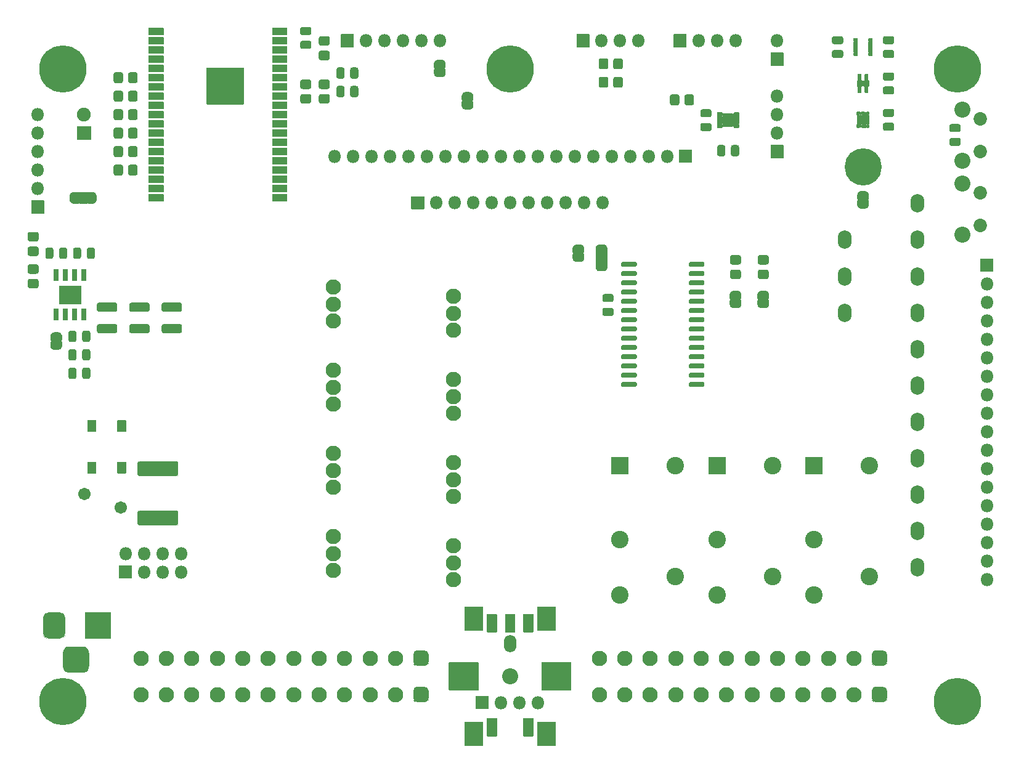
<source format=gbr>
G04 #@! TF.GenerationSoftware,KiCad,Pcbnew,(5.1.9-0-10_14)*
G04 #@! TF.CreationDate,2021-03-25T01:03:48-05:00*
G04 #@! TF.ProjectId,ClimateSprinklerController,436c696d-6174-4655-9370-72696e6b6c65,rev?*
G04 #@! TF.SameCoordinates,Original*
G04 #@! TF.FileFunction,Soldermask,Bot*
G04 #@! TF.FilePolarity,Negative*
%FSLAX46Y46*%
G04 Gerber Fmt 4.6, Leading zero omitted, Abs format (unit mm)*
G04 Created by KiCad (PCBNEW (5.1.9-0-10_14)) date 2021-03-25 01:03:48*
%MOMM*%
%LPD*%
G01*
G04 APERTURE LIST*
%ADD10C,0.902000*%
%ADD11C,0.100000*%
%ADD12C,1.702000*%
%ADD13C,2.102000*%
%ADD14O,1.802000X1.802000*%
%ADD15C,2.202000*%
%ADD16O,1.702000X2.402000*%
%ADD17C,5.102000*%
%ADD18C,1.852000*%
%ADD19C,6.502000*%
%ADD20R,3.100000X2.600000*%
%ADD21C,1.902000*%
%ADD22C,2.402000*%
%ADD23O,1.902000X2.502000*%
G04 APERTURE END LIST*
D10*
X112846000Y-55855000D03*
X112846000Y-54855000D03*
X112846000Y-53855000D03*
X112846000Y-52855000D03*
X112846000Y-51855000D03*
X111846000Y-55855000D03*
X111846000Y-54855000D03*
X111846000Y-53855000D03*
X111846000Y-52855000D03*
X111846000Y-51855000D03*
X110846000Y-55855000D03*
X110846000Y-54855000D03*
X110846000Y-53855000D03*
X110846000Y-52855000D03*
X110846000Y-51855000D03*
X109846000Y-55855000D03*
X109846000Y-54855000D03*
X109846000Y-53855000D03*
X109846000Y-52855000D03*
X109846000Y-51855000D03*
X108846000Y-55855000D03*
X108846000Y-54855000D03*
X108846000Y-53855000D03*
X108846000Y-52855000D03*
X108846000Y-51855000D03*
G36*
G01*
X113397000Y-51355000D02*
X113397000Y-56355000D01*
G75*
G02*
X113346000Y-56406000I-51000J0D01*
G01*
X108346000Y-56406000D01*
G75*
G02*
X108295000Y-56355000I0J51000D01*
G01*
X108295000Y-51355000D01*
G75*
G02*
X108346000Y-51304000I51000J0D01*
G01*
X113346000Y-51304000D01*
G75*
G02*
X113397000Y-51355000I0J-51000D01*
G01*
G37*
G36*
G01*
X102397000Y-45905000D02*
X102397000Y-46805000D01*
G75*
G02*
X102346000Y-46856000I-51000J0D01*
G01*
X100346000Y-46856000D01*
G75*
G02*
X100295000Y-46805000I0J51000D01*
G01*
X100295000Y-45905000D01*
G75*
G02*
X100346000Y-45854000I51000J0D01*
G01*
X102346000Y-45854000D01*
G75*
G02*
X102397000Y-45905000I0J-51000D01*
G01*
G37*
G36*
G01*
X102397000Y-47175000D02*
X102397000Y-48075000D01*
G75*
G02*
X102346000Y-48126000I-51000J0D01*
G01*
X100346000Y-48126000D01*
G75*
G02*
X100295000Y-48075000I0J51000D01*
G01*
X100295000Y-47175000D01*
G75*
G02*
X100346000Y-47124000I51000J0D01*
G01*
X102346000Y-47124000D01*
G75*
G02*
X102397000Y-47175000I0J-51000D01*
G01*
G37*
G36*
G01*
X102397000Y-48445000D02*
X102397000Y-49345000D01*
G75*
G02*
X102346000Y-49396000I-51000J0D01*
G01*
X100346000Y-49396000D01*
G75*
G02*
X100295000Y-49345000I0J51000D01*
G01*
X100295000Y-48445000D01*
G75*
G02*
X100346000Y-48394000I51000J0D01*
G01*
X102346000Y-48394000D01*
G75*
G02*
X102397000Y-48445000I0J-51000D01*
G01*
G37*
G36*
G01*
X102397000Y-49715000D02*
X102397000Y-50615000D01*
G75*
G02*
X102346000Y-50666000I-51000J0D01*
G01*
X100346000Y-50666000D01*
G75*
G02*
X100295000Y-50615000I0J51000D01*
G01*
X100295000Y-49715000D01*
G75*
G02*
X100346000Y-49664000I51000J0D01*
G01*
X102346000Y-49664000D01*
G75*
G02*
X102397000Y-49715000I0J-51000D01*
G01*
G37*
G36*
G01*
X102397000Y-50985000D02*
X102397000Y-51885000D01*
G75*
G02*
X102346000Y-51936000I-51000J0D01*
G01*
X100346000Y-51936000D01*
G75*
G02*
X100295000Y-51885000I0J51000D01*
G01*
X100295000Y-50985000D01*
G75*
G02*
X100346000Y-50934000I51000J0D01*
G01*
X102346000Y-50934000D01*
G75*
G02*
X102397000Y-50985000I0J-51000D01*
G01*
G37*
G36*
G01*
X102397000Y-52255000D02*
X102397000Y-53155000D01*
G75*
G02*
X102346000Y-53206000I-51000J0D01*
G01*
X100346000Y-53206000D01*
G75*
G02*
X100295000Y-53155000I0J51000D01*
G01*
X100295000Y-52255000D01*
G75*
G02*
X100346000Y-52204000I51000J0D01*
G01*
X102346000Y-52204000D01*
G75*
G02*
X102397000Y-52255000I0J-51000D01*
G01*
G37*
G36*
G01*
X102397000Y-53525000D02*
X102397000Y-54425000D01*
G75*
G02*
X102346000Y-54476000I-51000J0D01*
G01*
X100346000Y-54476000D01*
G75*
G02*
X100295000Y-54425000I0J51000D01*
G01*
X100295000Y-53525000D01*
G75*
G02*
X100346000Y-53474000I51000J0D01*
G01*
X102346000Y-53474000D01*
G75*
G02*
X102397000Y-53525000I0J-51000D01*
G01*
G37*
G36*
G01*
X102397000Y-54795000D02*
X102397000Y-55695000D01*
G75*
G02*
X102346000Y-55746000I-51000J0D01*
G01*
X100346000Y-55746000D01*
G75*
G02*
X100295000Y-55695000I0J51000D01*
G01*
X100295000Y-54795000D01*
G75*
G02*
X100346000Y-54744000I51000J0D01*
G01*
X102346000Y-54744000D01*
G75*
G02*
X102397000Y-54795000I0J-51000D01*
G01*
G37*
G36*
G01*
X102397000Y-56065000D02*
X102397000Y-56965000D01*
G75*
G02*
X102346000Y-57016000I-51000J0D01*
G01*
X100346000Y-57016000D01*
G75*
G02*
X100295000Y-56965000I0J51000D01*
G01*
X100295000Y-56065000D01*
G75*
G02*
X100346000Y-56014000I51000J0D01*
G01*
X102346000Y-56014000D01*
G75*
G02*
X102397000Y-56065000I0J-51000D01*
G01*
G37*
G36*
G01*
X102397000Y-57335000D02*
X102397000Y-58235000D01*
G75*
G02*
X102346000Y-58286000I-51000J0D01*
G01*
X100346000Y-58286000D01*
G75*
G02*
X100295000Y-58235000I0J51000D01*
G01*
X100295000Y-57335000D01*
G75*
G02*
X100346000Y-57284000I51000J0D01*
G01*
X102346000Y-57284000D01*
G75*
G02*
X102397000Y-57335000I0J-51000D01*
G01*
G37*
G36*
G01*
X102397000Y-58605000D02*
X102397000Y-59505000D01*
G75*
G02*
X102346000Y-59556000I-51000J0D01*
G01*
X100346000Y-59556000D01*
G75*
G02*
X100295000Y-59505000I0J51000D01*
G01*
X100295000Y-58605000D01*
G75*
G02*
X100346000Y-58554000I51000J0D01*
G01*
X102346000Y-58554000D01*
G75*
G02*
X102397000Y-58605000I0J-51000D01*
G01*
G37*
G36*
G01*
X102397000Y-59875000D02*
X102397000Y-60775000D01*
G75*
G02*
X102346000Y-60826000I-51000J0D01*
G01*
X100346000Y-60826000D01*
G75*
G02*
X100295000Y-60775000I0J51000D01*
G01*
X100295000Y-59875000D01*
G75*
G02*
X100346000Y-59824000I51000J0D01*
G01*
X102346000Y-59824000D01*
G75*
G02*
X102397000Y-59875000I0J-51000D01*
G01*
G37*
G36*
G01*
X102397000Y-61145000D02*
X102397000Y-62045000D01*
G75*
G02*
X102346000Y-62096000I-51000J0D01*
G01*
X100346000Y-62096000D01*
G75*
G02*
X100295000Y-62045000I0J51000D01*
G01*
X100295000Y-61145000D01*
G75*
G02*
X100346000Y-61094000I51000J0D01*
G01*
X102346000Y-61094000D01*
G75*
G02*
X102397000Y-61145000I0J-51000D01*
G01*
G37*
G36*
G01*
X102397000Y-62415000D02*
X102397000Y-63315000D01*
G75*
G02*
X102346000Y-63366000I-51000J0D01*
G01*
X100346000Y-63366000D01*
G75*
G02*
X100295000Y-63315000I0J51000D01*
G01*
X100295000Y-62415000D01*
G75*
G02*
X100346000Y-62364000I51000J0D01*
G01*
X102346000Y-62364000D01*
G75*
G02*
X102397000Y-62415000I0J-51000D01*
G01*
G37*
G36*
G01*
X102397000Y-63685000D02*
X102397000Y-64585000D01*
G75*
G02*
X102346000Y-64636000I-51000J0D01*
G01*
X100346000Y-64636000D01*
G75*
G02*
X100295000Y-64585000I0J51000D01*
G01*
X100295000Y-63685000D01*
G75*
G02*
X100346000Y-63634000I51000J0D01*
G01*
X102346000Y-63634000D01*
G75*
G02*
X102397000Y-63685000I0J-51000D01*
G01*
G37*
G36*
G01*
X102397000Y-64955000D02*
X102397000Y-65855000D01*
G75*
G02*
X102346000Y-65906000I-51000J0D01*
G01*
X100346000Y-65906000D01*
G75*
G02*
X100295000Y-65855000I0J51000D01*
G01*
X100295000Y-64955000D01*
G75*
G02*
X100346000Y-64904000I51000J0D01*
G01*
X102346000Y-64904000D01*
G75*
G02*
X102397000Y-64955000I0J-51000D01*
G01*
G37*
G36*
G01*
X102397000Y-66225000D02*
X102397000Y-67125000D01*
G75*
G02*
X102346000Y-67176000I-51000J0D01*
G01*
X100346000Y-67176000D01*
G75*
G02*
X100295000Y-67125000I0J51000D01*
G01*
X100295000Y-66225000D01*
G75*
G02*
X100346000Y-66174000I51000J0D01*
G01*
X102346000Y-66174000D01*
G75*
G02*
X102397000Y-66225000I0J-51000D01*
G01*
G37*
G36*
G01*
X102397000Y-67495000D02*
X102397000Y-68395000D01*
G75*
G02*
X102346000Y-68446000I-51000J0D01*
G01*
X100346000Y-68446000D01*
G75*
G02*
X100295000Y-68395000I0J51000D01*
G01*
X100295000Y-67495000D01*
G75*
G02*
X100346000Y-67444000I51000J0D01*
G01*
X102346000Y-67444000D01*
G75*
G02*
X102397000Y-67495000I0J-51000D01*
G01*
G37*
G36*
G01*
X102397000Y-68765000D02*
X102397000Y-69665000D01*
G75*
G02*
X102346000Y-69716000I-51000J0D01*
G01*
X100346000Y-69716000D01*
G75*
G02*
X100295000Y-69665000I0J51000D01*
G01*
X100295000Y-68765000D01*
G75*
G02*
X100346000Y-68714000I51000J0D01*
G01*
X102346000Y-68714000D01*
G75*
G02*
X102397000Y-68765000I0J-51000D01*
G01*
G37*
G36*
G01*
X119397000Y-68765000D02*
X119397000Y-69665000D01*
G75*
G02*
X119346000Y-69716000I-51000J0D01*
G01*
X117346000Y-69716000D01*
G75*
G02*
X117295000Y-69665000I0J51000D01*
G01*
X117295000Y-68765000D01*
G75*
G02*
X117346000Y-68714000I51000J0D01*
G01*
X119346000Y-68714000D01*
G75*
G02*
X119397000Y-68765000I0J-51000D01*
G01*
G37*
G36*
G01*
X119397000Y-67495000D02*
X119397000Y-68395000D01*
G75*
G02*
X119346000Y-68446000I-51000J0D01*
G01*
X117346000Y-68446000D01*
G75*
G02*
X117295000Y-68395000I0J51000D01*
G01*
X117295000Y-67495000D01*
G75*
G02*
X117346000Y-67444000I51000J0D01*
G01*
X119346000Y-67444000D01*
G75*
G02*
X119397000Y-67495000I0J-51000D01*
G01*
G37*
G36*
G01*
X119397000Y-66225000D02*
X119397000Y-67125000D01*
G75*
G02*
X119346000Y-67176000I-51000J0D01*
G01*
X117346000Y-67176000D01*
G75*
G02*
X117295000Y-67125000I0J51000D01*
G01*
X117295000Y-66225000D01*
G75*
G02*
X117346000Y-66174000I51000J0D01*
G01*
X119346000Y-66174000D01*
G75*
G02*
X119397000Y-66225000I0J-51000D01*
G01*
G37*
G36*
G01*
X119397000Y-64955000D02*
X119397000Y-65855000D01*
G75*
G02*
X119346000Y-65906000I-51000J0D01*
G01*
X117346000Y-65906000D01*
G75*
G02*
X117295000Y-65855000I0J51000D01*
G01*
X117295000Y-64955000D01*
G75*
G02*
X117346000Y-64904000I51000J0D01*
G01*
X119346000Y-64904000D01*
G75*
G02*
X119397000Y-64955000I0J-51000D01*
G01*
G37*
G36*
G01*
X119397000Y-63685000D02*
X119397000Y-64585000D01*
G75*
G02*
X119346000Y-64636000I-51000J0D01*
G01*
X117346000Y-64636000D01*
G75*
G02*
X117295000Y-64585000I0J51000D01*
G01*
X117295000Y-63685000D01*
G75*
G02*
X117346000Y-63634000I51000J0D01*
G01*
X119346000Y-63634000D01*
G75*
G02*
X119397000Y-63685000I0J-51000D01*
G01*
G37*
G36*
G01*
X119397000Y-62415000D02*
X119397000Y-63315000D01*
G75*
G02*
X119346000Y-63366000I-51000J0D01*
G01*
X117346000Y-63366000D01*
G75*
G02*
X117295000Y-63315000I0J51000D01*
G01*
X117295000Y-62415000D01*
G75*
G02*
X117346000Y-62364000I51000J0D01*
G01*
X119346000Y-62364000D01*
G75*
G02*
X119397000Y-62415000I0J-51000D01*
G01*
G37*
G36*
G01*
X119397000Y-61145000D02*
X119397000Y-62045000D01*
G75*
G02*
X119346000Y-62096000I-51000J0D01*
G01*
X117346000Y-62096000D01*
G75*
G02*
X117295000Y-62045000I0J51000D01*
G01*
X117295000Y-61145000D01*
G75*
G02*
X117346000Y-61094000I51000J0D01*
G01*
X119346000Y-61094000D01*
G75*
G02*
X119397000Y-61145000I0J-51000D01*
G01*
G37*
G36*
G01*
X119397000Y-59875000D02*
X119397000Y-60775000D01*
G75*
G02*
X119346000Y-60826000I-51000J0D01*
G01*
X117346000Y-60826000D01*
G75*
G02*
X117295000Y-60775000I0J51000D01*
G01*
X117295000Y-59875000D01*
G75*
G02*
X117346000Y-59824000I51000J0D01*
G01*
X119346000Y-59824000D01*
G75*
G02*
X119397000Y-59875000I0J-51000D01*
G01*
G37*
G36*
G01*
X119397000Y-58605000D02*
X119397000Y-59505000D01*
G75*
G02*
X119346000Y-59556000I-51000J0D01*
G01*
X117346000Y-59556000D01*
G75*
G02*
X117295000Y-59505000I0J51000D01*
G01*
X117295000Y-58605000D01*
G75*
G02*
X117346000Y-58554000I51000J0D01*
G01*
X119346000Y-58554000D01*
G75*
G02*
X119397000Y-58605000I0J-51000D01*
G01*
G37*
G36*
G01*
X119397000Y-57335000D02*
X119397000Y-58235000D01*
G75*
G02*
X119346000Y-58286000I-51000J0D01*
G01*
X117346000Y-58286000D01*
G75*
G02*
X117295000Y-58235000I0J51000D01*
G01*
X117295000Y-57335000D01*
G75*
G02*
X117346000Y-57284000I51000J0D01*
G01*
X119346000Y-57284000D01*
G75*
G02*
X119397000Y-57335000I0J-51000D01*
G01*
G37*
G36*
G01*
X119397000Y-56065000D02*
X119397000Y-56965000D01*
G75*
G02*
X119346000Y-57016000I-51000J0D01*
G01*
X117346000Y-57016000D01*
G75*
G02*
X117295000Y-56965000I0J51000D01*
G01*
X117295000Y-56065000D01*
G75*
G02*
X117346000Y-56014000I51000J0D01*
G01*
X119346000Y-56014000D01*
G75*
G02*
X119397000Y-56065000I0J-51000D01*
G01*
G37*
G36*
G01*
X119397000Y-54795000D02*
X119397000Y-55695000D01*
G75*
G02*
X119346000Y-55746000I-51000J0D01*
G01*
X117346000Y-55746000D01*
G75*
G02*
X117295000Y-55695000I0J51000D01*
G01*
X117295000Y-54795000D01*
G75*
G02*
X117346000Y-54744000I51000J0D01*
G01*
X119346000Y-54744000D01*
G75*
G02*
X119397000Y-54795000I0J-51000D01*
G01*
G37*
G36*
G01*
X119397000Y-53525000D02*
X119397000Y-54425000D01*
G75*
G02*
X119346000Y-54476000I-51000J0D01*
G01*
X117346000Y-54476000D01*
G75*
G02*
X117295000Y-54425000I0J51000D01*
G01*
X117295000Y-53525000D01*
G75*
G02*
X117346000Y-53474000I51000J0D01*
G01*
X119346000Y-53474000D01*
G75*
G02*
X119397000Y-53525000I0J-51000D01*
G01*
G37*
G36*
G01*
X119397000Y-52255000D02*
X119397000Y-53155000D01*
G75*
G02*
X119346000Y-53206000I-51000J0D01*
G01*
X117346000Y-53206000D01*
G75*
G02*
X117295000Y-53155000I0J51000D01*
G01*
X117295000Y-52255000D01*
G75*
G02*
X117346000Y-52204000I51000J0D01*
G01*
X119346000Y-52204000D01*
G75*
G02*
X119397000Y-52255000I0J-51000D01*
G01*
G37*
G36*
G01*
X119397000Y-50985000D02*
X119397000Y-51885000D01*
G75*
G02*
X119346000Y-51936000I-51000J0D01*
G01*
X117346000Y-51936000D01*
G75*
G02*
X117295000Y-51885000I0J51000D01*
G01*
X117295000Y-50985000D01*
G75*
G02*
X117346000Y-50934000I51000J0D01*
G01*
X119346000Y-50934000D01*
G75*
G02*
X119397000Y-50985000I0J-51000D01*
G01*
G37*
G36*
G01*
X119397000Y-49715000D02*
X119397000Y-50615000D01*
G75*
G02*
X119346000Y-50666000I-51000J0D01*
G01*
X117346000Y-50666000D01*
G75*
G02*
X117295000Y-50615000I0J51000D01*
G01*
X117295000Y-49715000D01*
G75*
G02*
X117346000Y-49664000I51000J0D01*
G01*
X119346000Y-49664000D01*
G75*
G02*
X119397000Y-49715000I0J-51000D01*
G01*
G37*
G36*
G01*
X119397000Y-48445000D02*
X119397000Y-49345000D01*
G75*
G02*
X119346000Y-49396000I-51000J0D01*
G01*
X117346000Y-49396000D01*
G75*
G02*
X117295000Y-49345000I0J51000D01*
G01*
X117295000Y-48445000D01*
G75*
G02*
X117346000Y-48394000I51000J0D01*
G01*
X119346000Y-48394000D01*
G75*
G02*
X119397000Y-48445000I0J-51000D01*
G01*
G37*
G36*
G01*
X119397000Y-47175000D02*
X119397000Y-48075000D01*
G75*
G02*
X119346000Y-48126000I-51000J0D01*
G01*
X117346000Y-48126000D01*
G75*
G02*
X117295000Y-48075000I0J51000D01*
G01*
X117295000Y-47175000D01*
G75*
G02*
X117346000Y-47124000I51000J0D01*
G01*
X119346000Y-47124000D01*
G75*
G02*
X119397000Y-47175000I0J-51000D01*
G01*
G37*
G36*
G01*
X119397000Y-45905000D02*
X119397000Y-46805000D01*
G75*
G02*
X119346000Y-46856000I-51000J0D01*
G01*
X117346000Y-46856000D01*
G75*
G02*
X117295000Y-46805000I0J51000D01*
G01*
X117295000Y-45905000D01*
G75*
G02*
X117346000Y-45854000I51000J0D01*
G01*
X119346000Y-45854000D01*
G75*
G02*
X119397000Y-45905000I0J-51000D01*
G01*
G37*
G36*
G01*
X178443000Y-59572000D02*
X178443000Y-59122000D01*
G75*
G02*
X178494000Y-59071000I51000J0D01*
G01*
X179124000Y-59071000D01*
G75*
G02*
X179175000Y-59122000I0J-51000D01*
G01*
X179175000Y-59572000D01*
G75*
G02*
X179124000Y-59623000I-51000J0D01*
G01*
X178494000Y-59623000D01*
G75*
G02*
X178443000Y-59572000I0J51000D01*
G01*
G37*
G36*
G01*
X178443000Y-58772000D02*
X178443000Y-58322000D01*
G75*
G02*
X178494000Y-58271000I51000J0D01*
G01*
X179124000Y-58271000D01*
G75*
G02*
X179175000Y-58322000I0J-51000D01*
G01*
X179175000Y-58772000D01*
G75*
G02*
X179124000Y-58823000I-51000J0D01*
G01*
X178494000Y-58823000D01*
G75*
G02*
X178443000Y-58772000I0J51000D01*
G01*
G37*
G36*
G01*
X178443000Y-57972000D02*
X178443000Y-57522000D01*
G75*
G02*
X178494000Y-57471000I51000J0D01*
G01*
X179124000Y-57471000D01*
G75*
G02*
X179175000Y-57522000I0J-51000D01*
G01*
X179175000Y-57972000D01*
G75*
G02*
X179124000Y-58023000I-51000J0D01*
G01*
X178494000Y-58023000D01*
G75*
G02*
X178443000Y-57972000I0J51000D01*
G01*
G37*
G36*
G01*
X180743000Y-57972000D02*
X180743000Y-57522000D01*
G75*
G02*
X180794000Y-57471000I51000J0D01*
G01*
X181424000Y-57471000D01*
G75*
G02*
X181475000Y-57522000I0J-51000D01*
G01*
X181475000Y-57972000D01*
G75*
G02*
X181424000Y-58023000I-51000J0D01*
G01*
X180794000Y-58023000D01*
G75*
G02*
X180743000Y-57972000I0J51000D01*
G01*
G37*
G36*
G01*
X180743000Y-58772000D02*
X180743000Y-58322000D01*
G75*
G02*
X180794000Y-58271000I51000J0D01*
G01*
X181424000Y-58271000D01*
G75*
G02*
X181475000Y-58322000I0J-51000D01*
G01*
X181475000Y-58772000D01*
G75*
G02*
X181424000Y-58823000I-51000J0D01*
G01*
X180794000Y-58823000D01*
G75*
G02*
X180743000Y-58772000I0J51000D01*
G01*
G37*
G36*
G01*
X180743000Y-59572000D02*
X180743000Y-59122000D01*
G75*
G02*
X180794000Y-59071000I51000J0D01*
G01*
X181424000Y-59071000D01*
G75*
G02*
X181475000Y-59122000I0J-51000D01*
G01*
X181475000Y-59572000D01*
G75*
G02*
X181424000Y-59623000I-51000J0D01*
G01*
X180794000Y-59623000D01*
G75*
G02*
X180743000Y-59572000I0J51000D01*
G01*
G37*
G36*
G01*
X179283000Y-59397000D02*
X179283000Y-57697000D01*
G75*
G02*
X179334000Y-57646000I51000J0D01*
G01*
X180584000Y-57646000D01*
G75*
G02*
X180635000Y-57697000I0J-51000D01*
G01*
X180635000Y-59397000D01*
G75*
G02*
X180584000Y-59448000I-51000J0D01*
G01*
X179334000Y-59448000D01*
G75*
G02*
X179283000Y-59397000I0J51000D01*
G01*
G37*
G36*
G01*
X173958000Y-56232752D02*
X173958000Y-55273248D01*
G75*
G02*
X174229248Y-55002000I271248J0D01*
G01*
X174988752Y-55002000D01*
G75*
G02*
X175260000Y-55273248I0J-271248D01*
G01*
X175260000Y-56232752D01*
G75*
G02*
X174988752Y-56504000I-271248J0D01*
G01*
X174229248Y-56504000D01*
G75*
G02*
X173958000Y-56232752I0J271248D01*
G01*
G37*
G36*
G01*
X171958000Y-56232752D02*
X171958000Y-55273248D01*
G75*
G02*
X172229248Y-55002000I271248J0D01*
G01*
X172988752Y-55002000D01*
G75*
G02*
X173260000Y-55273248I0J-271248D01*
G01*
X173260000Y-56232752D01*
G75*
G02*
X172988752Y-56504000I-271248J0D01*
G01*
X172229248Y-56504000D01*
G75*
G02*
X171958000Y-56232752I0J271248D01*
G01*
G37*
G36*
G01*
X176410500Y-57046000D02*
X177411500Y-57046000D01*
G75*
G02*
X177687000Y-57321500I0J-275500D01*
G01*
X177687000Y-57872500D01*
G75*
G02*
X177411500Y-58148000I-275500J0D01*
G01*
X176410500Y-58148000D01*
G75*
G02*
X176135000Y-57872500I0J275500D01*
G01*
X176135000Y-57321500D01*
G75*
G02*
X176410500Y-57046000I275500J0D01*
G01*
G37*
G36*
G01*
X176410500Y-58946000D02*
X177411500Y-58946000D01*
G75*
G02*
X177687000Y-59221500I0J-275500D01*
G01*
X177687000Y-59772500D01*
G75*
G02*
X177411500Y-60048000I-275500J0D01*
G01*
X176410500Y-60048000D01*
G75*
G02*
X176135000Y-59772500I0J275500D01*
G01*
X176135000Y-59221500D01*
G75*
G02*
X176410500Y-58946000I275500J0D01*
G01*
G37*
G36*
G01*
X180358000Y-63238500D02*
X180358000Y-62237500D01*
G75*
G02*
X180633500Y-61962000I275500J0D01*
G01*
X181184500Y-61962000D01*
G75*
G02*
X181460000Y-62237500I0J-275500D01*
G01*
X181460000Y-63238500D01*
G75*
G02*
X181184500Y-63514000I-275500J0D01*
G01*
X180633500Y-63514000D01*
G75*
G02*
X180358000Y-63238500I0J275500D01*
G01*
G37*
G36*
G01*
X178458000Y-63238500D02*
X178458000Y-62237500D01*
G75*
G02*
X178733500Y-61962000I275500J0D01*
G01*
X179284500Y-61962000D01*
G75*
G02*
X179560000Y-62237500I0J-275500D01*
G01*
X179560000Y-63238500D01*
G75*
G02*
X179284500Y-63514000I-275500J0D01*
G01*
X178733500Y-63514000D01*
G75*
G02*
X178458000Y-63238500I0J275500D01*
G01*
G37*
G36*
G01*
X180495248Y-79089000D02*
X181454752Y-79089000D01*
G75*
G02*
X181726000Y-79360248I0J-271248D01*
G01*
X181726000Y-80119752D01*
G75*
G02*
X181454752Y-80391000I-271248J0D01*
G01*
X180495248Y-80391000D01*
G75*
G02*
X180224000Y-80119752I0J271248D01*
G01*
X180224000Y-79360248D01*
G75*
G02*
X180495248Y-79089000I271248J0D01*
G01*
G37*
G36*
G01*
X180495248Y-77089000D02*
X181454752Y-77089000D01*
G75*
G02*
X181726000Y-77360248I0J-271248D01*
G01*
X181726000Y-78119752D01*
G75*
G02*
X181454752Y-78391000I-271248J0D01*
G01*
X180495248Y-78391000D01*
G75*
G02*
X180224000Y-78119752I0J271248D01*
G01*
X180224000Y-77360248D01*
G75*
G02*
X180495248Y-77089000I271248J0D01*
G01*
G37*
G36*
G01*
X184305248Y-79089000D02*
X185264752Y-79089000D01*
G75*
G02*
X185536000Y-79360248I0J-271248D01*
G01*
X185536000Y-80119752D01*
G75*
G02*
X185264752Y-80391000I-271248J0D01*
G01*
X184305248Y-80391000D01*
G75*
G02*
X184034000Y-80119752I0J271248D01*
G01*
X184034000Y-79360248D01*
G75*
G02*
X184305248Y-79089000I271248J0D01*
G01*
G37*
G36*
G01*
X184305248Y-77089000D02*
X185264752Y-77089000D01*
G75*
G02*
X185536000Y-77360248I0J-271248D01*
G01*
X185536000Y-78119752D01*
G75*
G02*
X185264752Y-78391000I-271248J0D01*
G01*
X184305248Y-78391000D01*
G75*
G02*
X184034000Y-78119752I0J271248D01*
G01*
X184034000Y-77360248D01*
G75*
G02*
X184305248Y-77089000I271248J0D01*
G01*
G37*
G36*
G01*
X122399752Y-54261000D02*
X121440248Y-54261000D01*
G75*
G02*
X121169000Y-53989752I0J271248D01*
G01*
X121169000Y-53230248D01*
G75*
G02*
X121440248Y-52959000I271248J0D01*
G01*
X122399752Y-52959000D01*
G75*
G02*
X122671000Y-53230248I0J-271248D01*
G01*
X122671000Y-53989752D01*
G75*
G02*
X122399752Y-54261000I-271248J0D01*
G01*
G37*
G36*
G01*
X122399752Y-56261000D02*
X121440248Y-56261000D01*
G75*
G02*
X121169000Y-55989752I0J271248D01*
G01*
X121169000Y-55230248D01*
G75*
G02*
X121440248Y-54959000I271248J0D01*
G01*
X122399752Y-54959000D01*
G75*
G02*
X122671000Y-55230248I0J-271248D01*
G01*
X122671000Y-55989752D01*
G75*
G02*
X122399752Y-56261000I-271248J0D01*
G01*
G37*
G36*
G01*
X96806000Y-52225248D02*
X96806000Y-53184752D01*
G75*
G02*
X96534752Y-53456000I-271248J0D01*
G01*
X95775248Y-53456000D01*
G75*
G02*
X95504000Y-53184752I0J271248D01*
G01*
X95504000Y-52225248D01*
G75*
G02*
X95775248Y-51954000I271248J0D01*
G01*
X96534752Y-51954000D01*
G75*
G02*
X96806000Y-52225248I0J-271248D01*
G01*
G37*
G36*
G01*
X98806000Y-52225248D02*
X98806000Y-53184752D01*
G75*
G02*
X98534752Y-53456000I-271248J0D01*
G01*
X97775248Y-53456000D01*
G75*
G02*
X97504000Y-53184752I0J271248D01*
G01*
X97504000Y-52225248D01*
G75*
G02*
X97775248Y-51954000I271248J0D01*
G01*
X98534752Y-51954000D01*
G75*
G02*
X98806000Y-52225248I0J-271248D01*
G01*
G37*
G36*
G01*
X123980248Y-54959000D02*
X124939752Y-54959000D01*
G75*
G02*
X125211000Y-55230248I0J-271248D01*
G01*
X125211000Y-55989752D01*
G75*
G02*
X124939752Y-56261000I-271248J0D01*
G01*
X123980248Y-56261000D01*
G75*
G02*
X123709000Y-55989752I0J271248D01*
G01*
X123709000Y-55230248D01*
G75*
G02*
X123980248Y-54959000I271248J0D01*
G01*
G37*
G36*
G01*
X123980248Y-52959000D02*
X124939752Y-52959000D01*
G75*
G02*
X125211000Y-53230248I0J-271248D01*
G01*
X125211000Y-53989752D01*
G75*
G02*
X124939752Y-54261000I-271248J0D01*
G01*
X123980248Y-54261000D01*
G75*
G02*
X123709000Y-53989752I0J271248D01*
G01*
X123709000Y-53230248D01*
G75*
G02*
X123980248Y-52959000I271248J0D01*
G01*
G37*
G36*
G01*
X83975248Y-80359000D02*
X84934752Y-80359000D01*
G75*
G02*
X85206000Y-80630248I0J-271248D01*
G01*
X85206000Y-81389752D01*
G75*
G02*
X84934752Y-81661000I-271248J0D01*
G01*
X83975248Y-81661000D01*
G75*
G02*
X83704000Y-81389752I0J271248D01*
G01*
X83704000Y-80630248D01*
G75*
G02*
X83975248Y-80359000I271248J0D01*
G01*
G37*
G36*
G01*
X83975248Y-78359000D02*
X84934752Y-78359000D01*
G75*
G02*
X85206000Y-78630248I0J-271248D01*
G01*
X85206000Y-79389752D01*
G75*
G02*
X84934752Y-79661000I-271248J0D01*
G01*
X83975248Y-79661000D01*
G75*
G02*
X83704000Y-79389752I0J271248D01*
G01*
X83704000Y-78630248D01*
G75*
G02*
X83975248Y-78359000I271248J0D01*
G01*
G37*
G36*
G01*
X83975248Y-75914000D02*
X84934752Y-75914000D01*
G75*
G02*
X85206000Y-76185248I0J-271248D01*
G01*
X85206000Y-76944752D01*
G75*
G02*
X84934752Y-77216000I-271248J0D01*
G01*
X83975248Y-77216000D01*
G75*
G02*
X83704000Y-76944752I0J271248D01*
G01*
X83704000Y-76185248D01*
G75*
G02*
X83975248Y-75914000I271248J0D01*
G01*
G37*
G36*
G01*
X83975248Y-73914000D02*
X84934752Y-73914000D01*
G75*
G02*
X85206000Y-74185248I0J-271248D01*
G01*
X85206000Y-74944752D01*
G75*
G02*
X84934752Y-75216000I-271248J0D01*
G01*
X83975248Y-75216000D01*
G75*
G02*
X83704000Y-74944752I0J271248D01*
G01*
X83704000Y-74185248D01*
G75*
G02*
X83975248Y-73914000I271248J0D01*
G01*
G37*
G36*
G01*
X164179000Y-53819752D02*
X164179000Y-52860248D01*
G75*
G02*
X164450248Y-52589000I271248J0D01*
G01*
X165209752Y-52589000D01*
G75*
G02*
X165481000Y-52860248I0J-271248D01*
G01*
X165481000Y-53819752D01*
G75*
G02*
X165209752Y-54091000I-271248J0D01*
G01*
X164450248Y-54091000D01*
G75*
G02*
X164179000Y-53819752I0J271248D01*
G01*
G37*
G36*
G01*
X162179000Y-53819752D02*
X162179000Y-52860248D01*
G75*
G02*
X162450248Y-52589000I271248J0D01*
G01*
X163209752Y-52589000D01*
G75*
G02*
X163481000Y-52860248I0J-271248D01*
G01*
X163481000Y-53819752D01*
G75*
G02*
X163209752Y-54091000I-271248J0D01*
G01*
X162450248Y-54091000D01*
G75*
G02*
X162179000Y-53819752I0J271248D01*
G01*
G37*
G36*
G01*
X164179000Y-51279752D02*
X164179000Y-50320248D01*
G75*
G02*
X164450248Y-50049000I271248J0D01*
G01*
X165209752Y-50049000D01*
G75*
G02*
X165481000Y-50320248I0J-271248D01*
G01*
X165481000Y-51279752D01*
G75*
G02*
X165209752Y-51551000I-271248J0D01*
G01*
X164450248Y-51551000D01*
G75*
G02*
X164179000Y-51279752I0J271248D01*
G01*
G37*
G36*
G01*
X162179000Y-51279752D02*
X162179000Y-50320248D01*
G75*
G02*
X162450248Y-50049000I271248J0D01*
G01*
X163209752Y-50049000D01*
G75*
G02*
X163481000Y-50320248I0J-271248D01*
G01*
X163481000Y-51279752D01*
G75*
G02*
X163209752Y-51551000I-271248J0D01*
G01*
X162450248Y-51551000D01*
G75*
G02*
X162179000Y-51279752I0J271248D01*
G01*
G37*
G36*
G01*
X97504000Y-65884752D02*
X97504000Y-64925248D01*
G75*
G02*
X97775248Y-64654000I271248J0D01*
G01*
X98534752Y-64654000D01*
G75*
G02*
X98806000Y-64925248I0J-271248D01*
G01*
X98806000Y-65884752D01*
G75*
G02*
X98534752Y-66156000I-271248J0D01*
G01*
X97775248Y-66156000D01*
G75*
G02*
X97504000Y-65884752I0J271248D01*
G01*
G37*
G36*
G01*
X95504000Y-65884752D02*
X95504000Y-64925248D01*
G75*
G02*
X95775248Y-64654000I271248J0D01*
G01*
X96534752Y-64654000D01*
G75*
G02*
X96806000Y-64925248I0J-271248D01*
G01*
X96806000Y-65884752D01*
G75*
G02*
X96534752Y-66156000I-271248J0D01*
G01*
X95775248Y-66156000D01*
G75*
G02*
X95504000Y-65884752I0J271248D01*
G01*
G37*
G36*
G01*
X97504000Y-60804752D02*
X97504000Y-59845248D01*
G75*
G02*
X97775248Y-59574000I271248J0D01*
G01*
X98534752Y-59574000D01*
G75*
G02*
X98806000Y-59845248I0J-271248D01*
G01*
X98806000Y-60804752D01*
G75*
G02*
X98534752Y-61076000I-271248J0D01*
G01*
X97775248Y-61076000D01*
G75*
G02*
X97504000Y-60804752I0J271248D01*
G01*
G37*
G36*
G01*
X95504000Y-60804752D02*
X95504000Y-59845248D01*
G75*
G02*
X95775248Y-59574000I271248J0D01*
G01*
X96534752Y-59574000D01*
G75*
G02*
X96806000Y-59845248I0J-271248D01*
G01*
X96806000Y-60804752D01*
G75*
G02*
X96534752Y-61076000I-271248J0D01*
G01*
X95775248Y-61076000D01*
G75*
G02*
X95504000Y-60804752I0J271248D01*
G01*
G37*
G36*
G01*
X97504000Y-55724752D02*
X97504000Y-54765248D01*
G75*
G02*
X97775248Y-54494000I271248J0D01*
G01*
X98534752Y-54494000D01*
G75*
G02*
X98806000Y-54765248I0J-271248D01*
G01*
X98806000Y-55724752D01*
G75*
G02*
X98534752Y-55996000I-271248J0D01*
G01*
X97775248Y-55996000D01*
G75*
G02*
X97504000Y-55724752I0J271248D01*
G01*
G37*
G36*
G01*
X95504000Y-55724752D02*
X95504000Y-54765248D01*
G75*
G02*
X95775248Y-54494000I271248J0D01*
G01*
X96534752Y-54494000D01*
G75*
G02*
X96806000Y-54765248I0J-271248D01*
G01*
X96806000Y-55724752D01*
G75*
G02*
X96534752Y-55996000I-271248J0D01*
G01*
X95775248Y-55996000D01*
G75*
G02*
X95504000Y-55724752I0J271248D01*
G01*
G37*
G36*
G01*
X97504000Y-58264752D02*
X97504000Y-57305248D01*
G75*
G02*
X97775248Y-57034000I271248J0D01*
G01*
X98534752Y-57034000D01*
G75*
G02*
X98806000Y-57305248I0J-271248D01*
G01*
X98806000Y-58264752D01*
G75*
G02*
X98534752Y-58536000I-271248J0D01*
G01*
X97775248Y-58536000D01*
G75*
G02*
X97504000Y-58264752I0J271248D01*
G01*
G37*
G36*
G01*
X95504000Y-58264752D02*
X95504000Y-57305248D01*
G75*
G02*
X95775248Y-57034000I271248J0D01*
G01*
X96534752Y-57034000D01*
G75*
G02*
X96806000Y-57305248I0J-271248D01*
G01*
X96806000Y-58264752D01*
G75*
G02*
X96534752Y-58536000I-271248J0D01*
G01*
X95775248Y-58536000D01*
G75*
G02*
X95504000Y-58264752I0J271248D01*
G01*
G37*
G36*
G01*
X96806000Y-62385248D02*
X96806000Y-63344752D01*
G75*
G02*
X96534752Y-63616000I-271248J0D01*
G01*
X95775248Y-63616000D01*
G75*
G02*
X95504000Y-63344752I0J271248D01*
G01*
X95504000Y-62385248D01*
G75*
G02*
X95775248Y-62114000I271248J0D01*
G01*
X96534752Y-62114000D01*
G75*
G02*
X96806000Y-62385248I0J-271248D01*
G01*
G37*
G36*
G01*
X98806000Y-62385248D02*
X98806000Y-63344752D01*
G75*
G02*
X98534752Y-63616000I-271248J0D01*
G01*
X97775248Y-63616000D01*
G75*
G02*
X97504000Y-63344752I0J271248D01*
G01*
X97504000Y-62385248D01*
G75*
G02*
X97775248Y-62114000I271248J0D01*
G01*
X98534752Y-62114000D01*
G75*
G02*
X98806000Y-62385248I0J-271248D01*
G01*
G37*
G36*
G01*
X124939752Y-48301000D02*
X123980248Y-48301000D01*
G75*
G02*
X123709000Y-48029752I0J271248D01*
G01*
X123709000Y-47270248D01*
G75*
G02*
X123980248Y-46999000I271248J0D01*
G01*
X124939752Y-46999000D01*
G75*
G02*
X125211000Y-47270248I0J-271248D01*
G01*
X125211000Y-48029752D01*
G75*
G02*
X124939752Y-48301000I-271248J0D01*
G01*
G37*
G36*
G01*
X124939752Y-50301000D02*
X123980248Y-50301000D01*
G75*
G02*
X123709000Y-50029752I0J271248D01*
G01*
X123709000Y-49270248D01*
G75*
G02*
X123980248Y-48999000I271248J0D01*
G01*
X124939752Y-48999000D01*
G75*
G02*
X125211000Y-49270248I0J-271248D01*
G01*
X125211000Y-50029752D01*
G75*
G02*
X124939752Y-50301000I-271248J0D01*
G01*
G37*
D11*
G36*
X185585398Y-83841112D02*
G01*
X185585398Y-83859534D01*
X185585152Y-83864533D01*
X185580342Y-83913364D01*
X185579608Y-83918314D01*
X185570036Y-83966439D01*
X185568820Y-83971295D01*
X185554576Y-84018250D01*
X185552890Y-84022961D01*
X185534113Y-84068294D01*
X185531973Y-84072820D01*
X185508842Y-84116093D01*
X185506269Y-84120384D01*
X185479009Y-84161183D01*
X185476027Y-84165204D01*
X185444899Y-84203133D01*
X185441538Y-84206841D01*
X185406841Y-84241538D01*
X185403133Y-84244899D01*
X185365204Y-84276027D01*
X185361183Y-84279009D01*
X185320384Y-84306269D01*
X185316093Y-84308842D01*
X185272820Y-84331973D01*
X185268294Y-84334113D01*
X185222961Y-84352890D01*
X185218250Y-84354576D01*
X185171295Y-84368820D01*
X185166439Y-84370036D01*
X185118314Y-84379608D01*
X185113364Y-84380342D01*
X185064533Y-84385152D01*
X185059534Y-84385398D01*
X185041112Y-84385398D01*
X185035000Y-84386000D01*
X184535000Y-84386000D01*
X184528888Y-84385398D01*
X184510466Y-84385398D01*
X184505467Y-84385152D01*
X184456636Y-84380342D01*
X184451686Y-84379608D01*
X184403561Y-84370036D01*
X184398705Y-84368820D01*
X184351750Y-84354576D01*
X184347039Y-84352890D01*
X184301706Y-84334113D01*
X184297180Y-84331973D01*
X184253907Y-84308842D01*
X184249616Y-84306269D01*
X184208817Y-84279009D01*
X184204796Y-84276027D01*
X184166867Y-84244899D01*
X184163159Y-84241538D01*
X184128462Y-84206841D01*
X184125101Y-84203133D01*
X184093973Y-84165204D01*
X184090991Y-84161183D01*
X184063731Y-84120384D01*
X184061158Y-84116093D01*
X184038027Y-84072820D01*
X184035887Y-84068294D01*
X184017110Y-84022961D01*
X184015424Y-84018250D01*
X184001180Y-83971295D01*
X183999964Y-83966439D01*
X183990392Y-83918314D01*
X183989658Y-83913364D01*
X183984848Y-83864533D01*
X183984602Y-83859534D01*
X183984602Y-83841112D01*
X183984000Y-83835000D01*
X183984000Y-83335000D01*
X183984980Y-83325050D01*
X183987882Y-83315483D01*
X183992595Y-83306666D01*
X183998938Y-83298938D01*
X184006666Y-83292595D01*
X184015483Y-83287882D01*
X184025050Y-83284980D01*
X184035000Y-83284000D01*
X185535000Y-83284000D01*
X185544950Y-83284980D01*
X185554517Y-83287882D01*
X185563334Y-83292595D01*
X185571062Y-83298938D01*
X185577405Y-83306666D01*
X185582118Y-83315483D01*
X185585020Y-83325050D01*
X185586000Y-83335000D01*
X185586000Y-83835000D01*
X185585398Y-83841112D01*
G37*
G36*
X185585020Y-83044950D02*
G01*
X185582118Y-83054517D01*
X185577405Y-83063334D01*
X185571062Y-83071062D01*
X185563334Y-83077405D01*
X185554517Y-83082118D01*
X185544950Y-83085020D01*
X185535000Y-83086000D01*
X184035000Y-83086000D01*
X184025050Y-83085020D01*
X184015483Y-83082118D01*
X184006666Y-83077405D01*
X183998938Y-83071062D01*
X183992595Y-83063334D01*
X183987882Y-83054517D01*
X183984980Y-83044950D01*
X183984000Y-83035000D01*
X183984000Y-82535000D01*
X183984602Y-82528888D01*
X183984602Y-82510466D01*
X183984848Y-82505467D01*
X183989658Y-82456636D01*
X183990392Y-82451686D01*
X183999964Y-82403561D01*
X184001180Y-82398705D01*
X184015424Y-82351750D01*
X184017110Y-82347039D01*
X184035887Y-82301706D01*
X184038027Y-82297180D01*
X184061158Y-82253907D01*
X184063731Y-82249616D01*
X184090991Y-82208817D01*
X184093973Y-82204796D01*
X184125101Y-82166867D01*
X184128462Y-82163159D01*
X184163159Y-82128462D01*
X184166867Y-82125101D01*
X184204796Y-82093973D01*
X184208817Y-82090991D01*
X184249616Y-82063731D01*
X184253907Y-82061158D01*
X184297180Y-82038027D01*
X184301706Y-82035887D01*
X184347039Y-82017110D01*
X184351750Y-82015424D01*
X184398705Y-82001180D01*
X184403561Y-81999964D01*
X184451686Y-81990392D01*
X184456636Y-81989658D01*
X184505467Y-81984848D01*
X184510466Y-81984602D01*
X184528888Y-81984602D01*
X184535000Y-81984000D01*
X185035000Y-81984000D01*
X185041112Y-81984602D01*
X185059534Y-81984602D01*
X185064533Y-81984848D01*
X185113364Y-81989658D01*
X185118314Y-81990392D01*
X185166439Y-81999964D01*
X185171295Y-82001180D01*
X185218250Y-82015424D01*
X185222961Y-82017110D01*
X185268294Y-82035887D01*
X185272820Y-82038027D01*
X185316093Y-82061158D01*
X185320384Y-82063731D01*
X185361183Y-82090991D01*
X185365204Y-82093973D01*
X185403133Y-82125101D01*
X185406841Y-82128462D01*
X185441538Y-82163159D01*
X185444899Y-82166867D01*
X185476027Y-82204796D01*
X185479009Y-82208817D01*
X185506269Y-82249616D01*
X185508842Y-82253907D01*
X185531973Y-82297180D01*
X185534113Y-82301706D01*
X185552890Y-82347039D01*
X185554576Y-82351750D01*
X185568820Y-82398705D01*
X185570036Y-82403561D01*
X185579608Y-82451686D01*
X185580342Y-82456636D01*
X185585152Y-82505467D01*
X185585398Y-82510466D01*
X185585398Y-82528888D01*
X185586000Y-82535000D01*
X185586000Y-83035000D01*
X185585020Y-83044950D01*
G37*
G36*
X180174602Y-82528888D02*
G01*
X180174602Y-82510466D01*
X180174848Y-82505467D01*
X180179658Y-82456636D01*
X180180392Y-82451686D01*
X180189964Y-82403561D01*
X180191180Y-82398705D01*
X180205424Y-82351750D01*
X180207110Y-82347039D01*
X180225887Y-82301706D01*
X180228027Y-82297180D01*
X180251158Y-82253907D01*
X180253731Y-82249616D01*
X180280991Y-82208817D01*
X180283973Y-82204796D01*
X180315101Y-82166867D01*
X180318462Y-82163159D01*
X180353159Y-82128462D01*
X180356867Y-82125101D01*
X180394796Y-82093973D01*
X180398817Y-82090991D01*
X180439616Y-82063731D01*
X180443907Y-82061158D01*
X180487180Y-82038027D01*
X180491706Y-82035887D01*
X180537039Y-82017110D01*
X180541750Y-82015424D01*
X180588705Y-82001180D01*
X180593561Y-81999964D01*
X180641686Y-81990392D01*
X180646636Y-81989658D01*
X180695467Y-81984848D01*
X180700466Y-81984602D01*
X180718888Y-81984602D01*
X180725000Y-81984000D01*
X181225000Y-81984000D01*
X181231112Y-81984602D01*
X181249534Y-81984602D01*
X181254533Y-81984848D01*
X181303364Y-81989658D01*
X181308314Y-81990392D01*
X181356439Y-81999964D01*
X181361295Y-82001180D01*
X181408250Y-82015424D01*
X181412961Y-82017110D01*
X181458294Y-82035887D01*
X181462820Y-82038027D01*
X181506093Y-82061158D01*
X181510384Y-82063731D01*
X181551183Y-82090991D01*
X181555204Y-82093973D01*
X181593133Y-82125101D01*
X181596841Y-82128462D01*
X181631538Y-82163159D01*
X181634899Y-82166867D01*
X181666027Y-82204796D01*
X181669009Y-82208817D01*
X181696269Y-82249616D01*
X181698842Y-82253907D01*
X181721973Y-82297180D01*
X181724113Y-82301706D01*
X181742890Y-82347039D01*
X181744576Y-82351750D01*
X181758820Y-82398705D01*
X181760036Y-82403561D01*
X181769608Y-82451686D01*
X181770342Y-82456636D01*
X181775152Y-82505467D01*
X181775398Y-82510466D01*
X181775398Y-82528888D01*
X181776000Y-82535000D01*
X181776000Y-83035000D01*
X181775020Y-83044950D01*
X181772118Y-83054517D01*
X181767405Y-83063334D01*
X181761062Y-83071062D01*
X181753334Y-83077405D01*
X181744517Y-83082118D01*
X181734950Y-83085020D01*
X181725000Y-83086000D01*
X180225000Y-83086000D01*
X180215050Y-83085020D01*
X180205483Y-83082118D01*
X180196666Y-83077405D01*
X180188938Y-83071062D01*
X180182595Y-83063334D01*
X180177882Y-83054517D01*
X180174980Y-83044950D01*
X180174000Y-83035000D01*
X180174000Y-82535000D01*
X180174602Y-82528888D01*
G37*
G36*
X180174980Y-83325050D02*
G01*
X180177882Y-83315483D01*
X180182595Y-83306666D01*
X180188938Y-83298938D01*
X180196666Y-83292595D01*
X180205483Y-83287882D01*
X180215050Y-83284980D01*
X180225000Y-83284000D01*
X181725000Y-83284000D01*
X181734950Y-83284980D01*
X181744517Y-83287882D01*
X181753334Y-83292595D01*
X181761062Y-83298938D01*
X181767405Y-83306666D01*
X181772118Y-83315483D01*
X181775020Y-83325050D01*
X181776000Y-83335000D01*
X181776000Y-83835000D01*
X181775398Y-83841112D01*
X181775398Y-83859534D01*
X181775152Y-83864533D01*
X181770342Y-83913364D01*
X181769608Y-83918314D01*
X181760036Y-83966439D01*
X181758820Y-83971295D01*
X181744576Y-84018250D01*
X181742890Y-84022961D01*
X181724113Y-84068294D01*
X181721973Y-84072820D01*
X181698842Y-84116093D01*
X181696269Y-84120384D01*
X181669009Y-84161183D01*
X181666027Y-84165204D01*
X181634899Y-84203133D01*
X181631538Y-84206841D01*
X181596841Y-84241538D01*
X181593133Y-84244899D01*
X181555204Y-84276027D01*
X181551183Y-84279009D01*
X181510384Y-84306269D01*
X181506093Y-84308842D01*
X181462820Y-84331973D01*
X181458294Y-84334113D01*
X181412961Y-84352890D01*
X181408250Y-84354576D01*
X181361295Y-84368820D01*
X181356439Y-84370036D01*
X181308314Y-84379608D01*
X181303364Y-84380342D01*
X181254533Y-84385152D01*
X181249534Y-84385398D01*
X181231112Y-84385398D01*
X181225000Y-84386000D01*
X180725000Y-84386000D01*
X180718888Y-84385398D01*
X180700466Y-84385398D01*
X180695467Y-84385152D01*
X180646636Y-84380342D01*
X180641686Y-84379608D01*
X180593561Y-84370036D01*
X180588705Y-84368820D01*
X180541750Y-84354576D01*
X180537039Y-84352890D01*
X180491706Y-84334113D01*
X180487180Y-84331973D01*
X180443907Y-84308842D01*
X180439616Y-84306269D01*
X180398817Y-84279009D01*
X180394796Y-84276027D01*
X180356867Y-84244899D01*
X180353159Y-84241538D01*
X180318462Y-84206841D01*
X180315101Y-84203133D01*
X180283973Y-84165204D01*
X180280991Y-84161183D01*
X180253731Y-84120384D01*
X180251158Y-84116093D01*
X180228027Y-84072820D01*
X180225887Y-84068294D01*
X180207110Y-84022961D01*
X180205424Y-84018250D01*
X180191180Y-83971295D01*
X180189964Y-83966439D01*
X180180392Y-83918314D01*
X180179658Y-83913364D01*
X180174848Y-83864533D01*
X180174602Y-83859534D01*
X180174602Y-83841112D01*
X180174000Y-83835000D01*
X180174000Y-83335000D01*
X180174980Y-83325050D01*
G37*
D12*
X96520000Y-111760000D03*
X91520000Y-109960000D03*
G36*
G01*
X163310000Y-78021000D02*
X161810000Y-78021000D01*
G75*
G02*
X161759000Y-77970000I0J51000D01*
G01*
X161759000Y-76970000D01*
G75*
G02*
X161810000Y-76919000I51000J0D01*
G01*
X163310000Y-76919000D01*
G75*
G02*
X163361000Y-76970000I0J-51000D01*
G01*
X163361000Y-77970000D01*
G75*
G02*
X163310000Y-78021000I-51000J0D01*
G01*
G37*
D11*
G36*
X161759602Y-76163888D02*
G01*
X161759602Y-76145466D01*
X161759848Y-76140467D01*
X161764658Y-76091636D01*
X161765392Y-76086686D01*
X161774964Y-76038561D01*
X161776180Y-76033705D01*
X161790424Y-75986750D01*
X161792110Y-75982039D01*
X161810887Y-75936706D01*
X161813027Y-75932180D01*
X161836158Y-75888907D01*
X161838731Y-75884616D01*
X161865991Y-75843817D01*
X161868973Y-75839796D01*
X161900101Y-75801867D01*
X161903462Y-75798159D01*
X161938159Y-75763462D01*
X161941867Y-75760101D01*
X161979796Y-75728973D01*
X161983817Y-75725991D01*
X162024616Y-75698731D01*
X162028907Y-75696158D01*
X162072180Y-75673027D01*
X162076706Y-75670887D01*
X162122039Y-75652110D01*
X162126750Y-75650424D01*
X162173705Y-75636180D01*
X162178561Y-75634964D01*
X162226686Y-75625392D01*
X162231636Y-75624658D01*
X162280467Y-75619848D01*
X162285466Y-75619602D01*
X162303888Y-75619602D01*
X162310000Y-75619000D01*
X162810000Y-75619000D01*
X162816112Y-75619602D01*
X162834534Y-75619602D01*
X162839533Y-75619848D01*
X162888364Y-75624658D01*
X162893314Y-75625392D01*
X162941439Y-75634964D01*
X162946295Y-75636180D01*
X162993250Y-75650424D01*
X162997961Y-75652110D01*
X163043294Y-75670887D01*
X163047820Y-75673027D01*
X163091093Y-75696158D01*
X163095384Y-75698731D01*
X163136183Y-75725991D01*
X163140204Y-75728973D01*
X163178133Y-75760101D01*
X163181841Y-75763462D01*
X163216538Y-75798159D01*
X163219899Y-75801867D01*
X163251027Y-75839796D01*
X163254009Y-75843817D01*
X163281269Y-75884616D01*
X163283842Y-75888907D01*
X163306973Y-75932180D01*
X163309113Y-75936706D01*
X163327890Y-75982039D01*
X163329576Y-75986750D01*
X163343820Y-76033705D01*
X163345036Y-76038561D01*
X163354608Y-76086686D01*
X163355342Y-76091636D01*
X163360152Y-76140467D01*
X163360398Y-76145466D01*
X163360398Y-76163888D01*
X163361000Y-76170000D01*
X163361000Y-76720000D01*
X163360020Y-76729950D01*
X163357118Y-76739517D01*
X163352405Y-76748334D01*
X163346062Y-76756062D01*
X163338334Y-76762405D01*
X163329517Y-76767118D01*
X163319950Y-76770020D01*
X163310000Y-76771000D01*
X161810000Y-76771000D01*
X161800050Y-76770020D01*
X161790483Y-76767118D01*
X161781666Y-76762405D01*
X161773938Y-76756062D01*
X161767595Y-76748334D01*
X161762882Y-76739517D01*
X161759980Y-76729950D01*
X161759000Y-76720000D01*
X161759000Y-76170000D01*
X161759602Y-76163888D01*
G37*
G36*
X161759980Y-78210050D02*
G01*
X161762882Y-78200483D01*
X161767595Y-78191666D01*
X161773938Y-78183938D01*
X161781666Y-78177595D01*
X161790483Y-78172882D01*
X161800050Y-78169980D01*
X161810000Y-78169000D01*
X163310000Y-78169000D01*
X163319950Y-78169980D01*
X163329517Y-78172882D01*
X163338334Y-78177595D01*
X163346062Y-78183938D01*
X163352405Y-78191666D01*
X163357118Y-78200483D01*
X163360020Y-78210050D01*
X163361000Y-78220000D01*
X163361000Y-78770000D01*
X163360398Y-78776112D01*
X163360398Y-78794534D01*
X163360152Y-78799533D01*
X163355342Y-78848364D01*
X163354608Y-78853314D01*
X163345036Y-78901439D01*
X163343820Y-78906295D01*
X163329576Y-78953250D01*
X163327890Y-78957961D01*
X163309113Y-79003294D01*
X163306973Y-79007820D01*
X163283842Y-79051093D01*
X163281269Y-79055384D01*
X163254009Y-79096183D01*
X163251027Y-79100204D01*
X163219899Y-79138133D01*
X163216538Y-79141841D01*
X163181841Y-79176538D01*
X163178133Y-79179899D01*
X163140204Y-79211027D01*
X163136183Y-79214009D01*
X163095384Y-79241269D01*
X163091093Y-79243842D01*
X163047820Y-79266973D01*
X163043294Y-79269113D01*
X162997961Y-79287890D01*
X162993250Y-79289576D01*
X162946295Y-79303820D01*
X162941439Y-79305036D01*
X162893314Y-79314608D01*
X162888364Y-79315342D01*
X162839533Y-79320152D01*
X162834534Y-79320398D01*
X162816112Y-79320398D01*
X162810000Y-79321000D01*
X162310000Y-79321000D01*
X162303888Y-79320398D01*
X162285466Y-79320398D01*
X162280467Y-79320152D01*
X162231636Y-79315342D01*
X162226686Y-79314608D01*
X162178561Y-79305036D01*
X162173705Y-79303820D01*
X162126750Y-79289576D01*
X162122039Y-79287890D01*
X162076706Y-79269113D01*
X162072180Y-79266973D01*
X162028907Y-79243842D01*
X162024616Y-79241269D01*
X161983817Y-79214009D01*
X161979796Y-79211027D01*
X161941867Y-79179899D01*
X161938159Y-79176538D01*
X161903462Y-79141841D01*
X161900101Y-79138133D01*
X161868973Y-79100204D01*
X161865991Y-79096183D01*
X161838731Y-79055384D01*
X161836158Y-79051093D01*
X161813027Y-79007820D01*
X161810887Y-79003294D01*
X161792110Y-78957961D01*
X161790424Y-78953250D01*
X161776180Y-78906295D01*
X161774964Y-78901439D01*
X161765392Y-78853314D01*
X161764658Y-78848364D01*
X161759848Y-78799533D01*
X161759602Y-78794534D01*
X161759602Y-78776112D01*
X161759000Y-78770000D01*
X161759000Y-78220000D01*
X161759980Y-78210050D01*
G37*
G36*
G01*
X104633828Y-84876000D02*
X102376172Y-84876000D01*
G75*
G02*
X102104000Y-84603828I0J272172D01*
G01*
X102104000Y-83896172D01*
G75*
G02*
X102376172Y-83624000I272172J0D01*
G01*
X104633828Y-83624000D01*
G75*
G02*
X104906000Y-83896172I0J-272172D01*
G01*
X104906000Y-84603828D01*
G75*
G02*
X104633828Y-84876000I-272172J0D01*
G01*
G37*
G36*
G01*
X104633828Y-87826000D02*
X102376172Y-87826000D01*
G75*
G02*
X102104000Y-87553828I0J272172D01*
G01*
X102104000Y-86846172D01*
G75*
G02*
X102376172Y-86574000I272172J0D01*
G01*
X104633828Y-86574000D01*
G75*
G02*
X104906000Y-86846172I0J-272172D01*
G01*
X104906000Y-87553828D01*
G75*
G02*
X104633828Y-87826000I-272172J0D01*
G01*
G37*
G36*
G01*
X100188828Y-84876000D02*
X97931172Y-84876000D01*
G75*
G02*
X97659000Y-84603828I0J272172D01*
G01*
X97659000Y-83896172D01*
G75*
G02*
X97931172Y-83624000I272172J0D01*
G01*
X100188828Y-83624000D01*
G75*
G02*
X100461000Y-83896172I0J-272172D01*
G01*
X100461000Y-84603828D01*
G75*
G02*
X100188828Y-84876000I-272172J0D01*
G01*
G37*
G36*
G01*
X100188828Y-87826000D02*
X97931172Y-87826000D01*
G75*
G02*
X97659000Y-87553828I0J272172D01*
G01*
X97659000Y-86846172D01*
G75*
G02*
X97931172Y-86574000I272172J0D01*
G01*
X100188828Y-86574000D01*
G75*
G02*
X100461000Y-86846172I0J-272172D01*
G01*
X100461000Y-87553828D01*
G75*
G02*
X100188828Y-87826000I-272172J0D01*
G01*
G37*
G36*
G01*
X95743828Y-84876000D02*
X93486172Y-84876000D01*
G75*
G02*
X93214000Y-84603828I0J272172D01*
G01*
X93214000Y-83896172D01*
G75*
G02*
X93486172Y-83624000I272172J0D01*
G01*
X95743828Y-83624000D01*
G75*
G02*
X96016000Y-83896172I0J-272172D01*
G01*
X96016000Y-84603828D01*
G75*
G02*
X95743828Y-84876000I-272172J0D01*
G01*
G37*
G36*
G01*
X95743828Y-87826000D02*
X93486172Y-87826000D01*
G75*
G02*
X93214000Y-87553828I0J272172D01*
G01*
X93214000Y-86846172D01*
G75*
G02*
X93486172Y-86574000I272172J0D01*
G01*
X95743828Y-86574000D01*
G75*
G02*
X96016000Y-86846172I0J-272172D01*
G01*
X96016000Y-87553828D01*
G75*
G02*
X95743828Y-87826000I-272172J0D01*
G01*
G37*
G36*
G01*
X128034000Y-55110500D02*
X128034000Y-54109500D01*
G75*
G02*
X128309500Y-53834000I275500J0D01*
G01*
X128860500Y-53834000D01*
G75*
G02*
X129136000Y-54109500I0J-275500D01*
G01*
X129136000Y-55110500D01*
G75*
G02*
X128860500Y-55386000I-275500J0D01*
G01*
X128309500Y-55386000D01*
G75*
G02*
X128034000Y-55110500I0J275500D01*
G01*
G37*
G36*
G01*
X126134000Y-55110500D02*
X126134000Y-54109500D01*
G75*
G02*
X126409500Y-53834000I275500J0D01*
G01*
X126960500Y-53834000D01*
G75*
G02*
X127236000Y-54109500I0J-275500D01*
G01*
X127236000Y-55110500D01*
G75*
G02*
X126960500Y-55386000I-275500J0D01*
G01*
X126409500Y-55386000D01*
G75*
G02*
X126134000Y-55110500I0J275500D01*
G01*
G37*
G36*
G01*
X128034000Y-52570500D02*
X128034000Y-51569500D01*
G75*
G02*
X128309500Y-51294000I275500J0D01*
G01*
X128860500Y-51294000D01*
G75*
G02*
X129136000Y-51569500I0J-275500D01*
G01*
X129136000Y-52570500D01*
G75*
G02*
X128860500Y-52846000I-275500J0D01*
G01*
X128309500Y-52846000D01*
G75*
G02*
X128034000Y-52570500I0J275500D01*
G01*
G37*
G36*
G01*
X126134000Y-52570500D02*
X126134000Y-51569500D01*
G75*
G02*
X126409500Y-51294000I275500J0D01*
G01*
X126960500Y-51294000D01*
G75*
G02*
X127236000Y-51569500I0J-275500D01*
G01*
X127236000Y-52570500D01*
G75*
G02*
X126960500Y-52846000I-275500J0D01*
G01*
X126409500Y-52846000D01*
G75*
G02*
X126134000Y-52570500I0J275500D01*
G01*
G37*
D13*
X125730000Y-115760000D03*
X125730000Y-118110000D03*
X125730000Y-120460000D03*
X125730000Y-104330000D03*
X125730000Y-106680000D03*
X125730000Y-109030000D03*
X125730000Y-92900000D03*
X125730000Y-95250000D03*
X125730000Y-97600000D03*
X125730000Y-81470000D03*
X125730000Y-83820000D03*
X125730000Y-86170000D03*
X142240000Y-87440000D03*
X142240000Y-85090000D03*
X142240000Y-82740000D03*
X142240000Y-98870000D03*
X142240000Y-96520000D03*
X142240000Y-94170000D03*
X142240000Y-110300000D03*
X142240000Y-107950000D03*
X142240000Y-105600000D03*
X142240000Y-121730000D03*
X142240000Y-119380000D03*
X142240000Y-117030000D03*
D14*
X153790000Y-138600000D03*
X151250000Y-138600000D03*
X148710000Y-138600000D03*
G36*
G01*
X147020000Y-139501000D02*
X145320000Y-139501000D01*
G75*
G02*
X145269000Y-139450000I0J51000D01*
G01*
X145269000Y-137750000D01*
G75*
G02*
X145320000Y-137699000I51000J0D01*
G01*
X147020000Y-137699000D01*
G75*
G02*
X147071000Y-137750000I0J-51000D01*
G01*
X147071000Y-139450000D01*
G75*
G02*
X147020000Y-139501000I-51000J0D01*
G01*
G37*
G36*
G01*
X211638000Y-60180000D02*
X210637000Y-60180000D01*
G75*
G02*
X210361500Y-59904500I0J275500D01*
G01*
X210361500Y-59353500D01*
G75*
G02*
X210637000Y-59078000I275500J0D01*
G01*
X211638000Y-59078000D01*
G75*
G02*
X211913500Y-59353500I0J-275500D01*
G01*
X211913500Y-59904500D01*
G75*
G02*
X211638000Y-60180000I-275500J0D01*
G01*
G37*
G36*
G01*
X211638000Y-62080000D02*
X210637000Y-62080000D01*
G75*
G02*
X210361500Y-61804500I0J275500D01*
G01*
X210361500Y-61253500D01*
G75*
G02*
X210637000Y-60978000I275500J0D01*
G01*
X211638000Y-60978000D01*
G75*
G02*
X211913500Y-61253500I0J-275500D01*
G01*
X211913500Y-61804500D01*
G75*
G02*
X211638000Y-62080000I-275500J0D01*
G01*
G37*
D11*
G36*
X199300398Y-70156112D02*
G01*
X199300398Y-70174534D01*
X199300152Y-70179533D01*
X199295342Y-70228364D01*
X199294608Y-70233314D01*
X199285036Y-70281439D01*
X199283820Y-70286295D01*
X199269576Y-70333250D01*
X199267890Y-70337961D01*
X199249113Y-70383294D01*
X199246973Y-70387820D01*
X199223842Y-70431093D01*
X199221269Y-70435384D01*
X199194009Y-70476183D01*
X199191027Y-70480204D01*
X199159899Y-70518133D01*
X199156538Y-70521841D01*
X199121841Y-70556538D01*
X199118133Y-70559899D01*
X199080204Y-70591027D01*
X199076183Y-70594009D01*
X199035384Y-70621269D01*
X199031093Y-70623842D01*
X198987820Y-70646973D01*
X198983294Y-70649113D01*
X198937961Y-70667890D01*
X198933250Y-70669576D01*
X198886295Y-70683820D01*
X198881439Y-70685036D01*
X198833314Y-70694608D01*
X198828364Y-70695342D01*
X198779533Y-70700152D01*
X198774534Y-70700398D01*
X198756112Y-70700398D01*
X198750000Y-70701000D01*
X198250000Y-70701000D01*
X198243888Y-70700398D01*
X198225466Y-70700398D01*
X198220467Y-70700152D01*
X198171636Y-70695342D01*
X198166686Y-70694608D01*
X198118561Y-70685036D01*
X198113705Y-70683820D01*
X198066750Y-70669576D01*
X198062039Y-70667890D01*
X198016706Y-70649113D01*
X198012180Y-70646973D01*
X197968907Y-70623842D01*
X197964616Y-70621269D01*
X197923817Y-70594009D01*
X197919796Y-70591027D01*
X197881867Y-70559899D01*
X197878159Y-70556538D01*
X197843462Y-70521841D01*
X197840101Y-70518133D01*
X197808973Y-70480204D01*
X197805991Y-70476183D01*
X197778731Y-70435384D01*
X197776158Y-70431093D01*
X197753027Y-70387820D01*
X197750887Y-70383294D01*
X197732110Y-70337961D01*
X197730424Y-70333250D01*
X197716180Y-70286295D01*
X197714964Y-70281439D01*
X197705392Y-70233314D01*
X197704658Y-70228364D01*
X197699848Y-70179533D01*
X197699602Y-70174534D01*
X197699602Y-70156112D01*
X197699000Y-70150000D01*
X197699000Y-69650000D01*
X197699980Y-69640050D01*
X197702882Y-69630483D01*
X197707595Y-69621666D01*
X197713938Y-69613938D01*
X197721666Y-69607595D01*
X197730483Y-69602882D01*
X197740050Y-69599980D01*
X197750000Y-69599000D01*
X199250000Y-69599000D01*
X199259950Y-69599980D01*
X199269517Y-69602882D01*
X199278334Y-69607595D01*
X199286062Y-69613938D01*
X199292405Y-69621666D01*
X199297118Y-69630483D01*
X199300020Y-69640050D01*
X199301000Y-69650000D01*
X199301000Y-70150000D01*
X199300398Y-70156112D01*
G37*
G36*
X199300020Y-69359950D02*
G01*
X199297118Y-69369517D01*
X199292405Y-69378334D01*
X199286062Y-69386062D01*
X199278334Y-69392405D01*
X199269517Y-69397118D01*
X199259950Y-69400020D01*
X199250000Y-69401000D01*
X197750000Y-69401000D01*
X197740050Y-69400020D01*
X197730483Y-69397118D01*
X197721666Y-69392405D01*
X197713938Y-69386062D01*
X197707595Y-69378334D01*
X197702882Y-69369517D01*
X197699980Y-69359950D01*
X197699000Y-69350000D01*
X197699000Y-68850000D01*
X197699602Y-68843888D01*
X197699602Y-68825466D01*
X197699848Y-68820467D01*
X197704658Y-68771636D01*
X197705392Y-68766686D01*
X197714964Y-68718561D01*
X197716180Y-68713705D01*
X197730424Y-68666750D01*
X197732110Y-68662039D01*
X197750887Y-68616706D01*
X197753027Y-68612180D01*
X197776158Y-68568907D01*
X197778731Y-68564616D01*
X197805991Y-68523817D01*
X197808973Y-68519796D01*
X197840101Y-68481867D01*
X197843462Y-68478159D01*
X197878159Y-68443462D01*
X197881867Y-68440101D01*
X197919796Y-68408973D01*
X197923817Y-68405991D01*
X197964616Y-68378731D01*
X197968907Y-68376158D01*
X198012180Y-68353027D01*
X198016706Y-68350887D01*
X198062039Y-68332110D01*
X198066750Y-68330424D01*
X198113705Y-68316180D01*
X198118561Y-68314964D01*
X198166686Y-68305392D01*
X198171636Y-68304658D01*
X198220467Y-68299848D01*
X198225466Y-68299602D01*
X198243888Y-68299602D01*
X198250000Y-68299000D01*
X198750000Y-68299000D01*
X198756112Y-68299602D01*
X198774534Y-68299602D01*
X198779533Y-68299848D01*
X198828364Y-68304658D01*
X198833314Y-68305392D01*
X198881439Y-68314964D01*
X198886295Y-68316180D01*
X198933250Y-68330424D01*
X198937961Y-68332110D01*
X198983294Y-68350887D01*
X198987820Y-68353027D01*
X199031093Y-68376158D01*
X199035384Y-68378731D01*
X199076183Y-68405991D01*
X199080204Y-68408973D01*
X199118133Y-68440101D01*
X199121841Y-68443462D01*
X199156538Y-68478159D01*
X199159899Y-68481867D01*
X199191027Y-68519796D01*
X199194009Y-68523817D01*
X199221269Y-68564616D01*
X199223842Y-68568907D01*
X199246973Y-68612180D01*
X199249113Y-68616706D01*
X199267890Y-68662039D01*
X199269576Y-68666750D01*
X199283820Y-68713705D01*
X199285036Y-68718561D01*
X199294608Y-68766686D01*
X199295342Y-68771636D01*
X199300152Y-68820467D01*
X199300398Y-68825466D01*
X199300398Y-68843888D01*
X199301000Y-68850000D01*
X199301000Y-69350000D01*
X199300020Y-69359950D01*
G37*
G36*
G01*
X146799000Y-128900000D02*
X146799000Y-126500000D01*
G75*
G02*
X146850000Y-126449000I51000J0D01*
G01*
X148150000Y-126449000D01*
G75*
G02*
X148201000Y-126500000I0J-51000D01*
G01*
X148201000Y-128900000D01*
G75*
G02*
X148150000Y-128951000I-51000J0D01*
G01*
X146850000Y-128951000D01*
G75*
G02*
X146799000Y-128900000I0J51000D01*
G01*
G37*
G36*
G01*
X149299000Y-128900000D02*
X149299000Y-126500000D01*
G75*
G02*
X149350000Y-126449000I51000J0D01*
G01*
X150650000Y-126449000D01*
G75*
G02*
X150701000Y-126500000I0J-51000D01*
G01*
X150701000Y-128900000D01*
G75*
G02*
X150650000Y-128951000I-51000J0D01*
G01*
X149350000Y-128951000D01*
G75*
G02*
X149299000Y-128900000I0J51000D01*
G01*
G37*
G36*
G01*
X151799000Y-128900000D02*
X151799000Y-126500000D01*
G75*
G02*
X151850000Y-126449000I51000J0D01*
G01*
X153150000Y-126449000D01*
G75*
G02*
X153201000Y-126500000I0J-51000D01*
G01*
X153201000Y-128900000D01*
G75*
G02*
X153150000Y-128951000I-51000J0D01*
G01*
X151850000Y-128951000D01*
G75*
G02*
X151799000Y-128900000I0J51000D01*
G01*
G37*
G36*
G01*
X141574000Y-136875000D02*
X141574000Y-133125000D01*
G75*
G02*
X141625000Y-133074000I51000J0D01*
G01*
X145625000Y-133074000D01*
G75*
G02*
X145676000Y-133125000I0J-51000D01*
G01*
X145676000Y-136875000D01*
G75*
G02*
X145625000Y-136926000I-51000J0D01*
G01*
X141625000Y-136926000D01*
G75*
G02*
X141574000Y-136875000I0J51000D01*
G01*
G37*
G36*
G01*
X151799000Y-143200000D02*
X151799000Y-140800000D01*
G75*
G02*
X151850000Y-140749000I51000J0D01*
G01*
X153150000Y-140749000D01*
G75*
G02*
X153201000Y-140800000I0J-51000D01*
G01*
X153201000Y-143200000D01*
G75*
G02*
X153150000Y-143251000I-51000J0D01*
G01*
X151850000Y-143251000D01*
G75*
G02*
X151799000Y-143200000I0J51000D01*
G01*
G37*
G36*
G01*
X146799000Y-143200000D02*
X146799000Y-140800000D01*
G75*
G02*
X146850000Y-140749000I51000J0D01*
G01*
X148150000Y-140749000D01*
G75*
G02*
X148201000Y-140800000I0J-51000D01*
G01*
X148201000Y-143200000D01*
G75*
G02*
X148150000Y-143251000I-51000J0D01*
G01*
X146850000Y-143251000D01*
G75*
G02*
X146799000Y-143200000I0J51000D01*
G01*
G37*
D15*
X150000000Y-135000000D03*
D16*
X150000000Y-130500000D03*
G36*
G01*
X154324000Y-136875000D02*
X154324000Y-133125000D01*
G75*
G02*
X154375000Y-133074000I51000J0D01*
G01*
X158375000Y-133074000D01*
G75*
G02*
X158426000Y-133125000I0J-51000D01*
G01*
X158426000Y-136875000D01*
G75*
G02*
X158375000Y-136926000I-51000J0D01*
G01*
X154375000Y-136926000D01*
G75*
G02*
X154324000Y-136875000I0J51000D01*
G01*
G37*
G36*
G01*
X143699000Y-144500000D02*
X143699000Y-141300000D01*
G75*
G02*
X143750000Y-141249000I51000J0D01*
G01*
X146250000Y-141249000D01*
G75*
G02*
X146301000Y-141300000I0J-51000D01*
G01*
X146301000Y-144500000D01*
G75*
G02*
X146250000Y-144551000I-51000J0D01*
G01*
X143750000Y-144551000D01*
G75*
G02*
X143699000Y-144500000I0J51000D01*
G01*
G37*
G36*
G01*
X153699000Y-144500000D02*
X153699000Y-141300000D01*
G75*
G02*
X153750000Y-141249000I51000J0D01*
G01*
X156250000Y-141249000D01*
G75*
G02*
X156301000Y-141300000I0J-51000D01*
G01*
X156301000Y-144500000D01*
G75*
G02*
X156250000Y-144551000I-51000J0D01*
G01*
X153750000Y-144551000D01*
G75*
G02*
X153699000Y-144500000I0J51000D01*
G01*
G37*
G36*
G01*
X143699000Y-128700000D02*
X143699000Y-125500000D01*
G75*
G02*
X143750000Y-125449000I51000J0D01*
G01*
X146250000Y-125449000D01*
G75*
G02*
X146301000Y-125500000I0J-51000D01*
G01*
X146301000Y-128700000D01*
G75*
G02*
X146250000Y-128751000I-51000J0D01*
G01*
X143750000Y-128751000D01*
G75*
G02*
X143699000Y-128700000I0J51000D01*
G01*
G37*
G36*
G01*
X153699000Y-128700000D02*
X153699000Y-125500000D01*
G75*
G02*
X153750000Y-125449000I51000J0D01*
G01*
X156250000Y-125449000D01*
G75*
G02*
X156301000Y-125500000I0J-51000D01*
G01*
X156301000Y-128700000D01*
G75*
G02*
X156250000Y-128751000I-51000J0D01*
G01*
X153750000Y-128751000D01*
G75*
G02*
X153699000Y-128700000I0J51000D01*
G01*
G37*
G36*
G01*
X121419500Y-47643000D02*
X122420500Y-47643000D01*
G75*
G02*
X122696000Y-47918500I0J-275500D01*
G01*
X122696000Y-48469500D01*
G75*
G02*
X122420500Y-48745000I-275500J0D01*
G01*
X121419500Y-48745000D01*
G75*
G02*
X121144000Y-48469500I0J275500D01*
G01*
X121144000Y-47918500D01*
G75*
G02*
X121419500Y-47643000I275500J0D01*
G01*
G37*
G36*
G01*
X121419500Y-45743000D02*
X122420500Y-45743000D01*
G75*
G02*
X122696000Y-46018500I0J-275500D01*
G01*
X122696000Y-46569500D01*
G75*
G02*
X122420500Y-46845000I-275500J0D01*
G01*
X121419500Y-46845000D01*
G75*
G02*
X121144000Y-46569500I0J275500D01*
G01*
X121144000Y-46018500D01*
G75*
G02*
X121419500Y-45743000I275500J0D01*
G01*
G37*
D11*
G36*
X160185398Y-77491112D02*
G01*
X160185398Y-77509534D01*
X160185152Y-77514533D01*
X160180342Y-77563364D01*
X160179608Y-77568314D01*
X160170036Y-77616439D01*
X160168820Y-77621295D01*
X160154576Y-77668250D01*
X160152890Y-77672961D01*
X160134113Y-77718294D01*
X160131973Y-77722820D01*
X160108842Y-77766093D01*
X160106269Y-77770384D01*
X160079009Y-77811183D01*
X160076027Y-77815204D01*
X160044899Y-77853133D01*
X160041538Y-77856841D01*
X160006841Y-77891538D01*
X160003133Y-77894899D01*
X159965204Y-77926027D01*
X159961183Y-77929009D01*
X159920384Y-77956269D01*
X159916093Y-77958842D01*
X159872820Y-77981973D01*
X159868294Y-77984113D01*
X159822961Y-78002890D01*
X159818250Y-78004576D01*
X159771295Y-78018820D01*
X159766439Y-78020036D01*
X159718314Y-78029608D01*
X159713364Y-78030342D01*
X159664533Y-78035152D01*
X159659534Y-78035398D01*
X159641112Y-78035398D01*
X159635000Y-78036000D01*
X159135000Y-78036000D01*
X159128888Y-78035398D01*
X159110466Y-78035398D01*
X159105467Y-78035152D01*
X159056636Y-78030342D01*
X159051686Y-78029608D01*
X159003561Y-78020036D01*
X158998705Y-78018820D01*
X158951750Y-78004576D01*
X158947039Y-78002890D01*
X158901706Y-77984113D01*
X158897180Y-77981973D01*
X158853907Y-77958842D01*
X158849616Y-77956269D01*
X158808817Y-77929009D01*
X158804796Y-77926027D01*
X158766867Y-77894899D01*
X158763159Y-77891538D01*
X158728462Y-77856841D01*
X158725101Y-77853133D01*
X158693973Y-77815204D01*
X158690991Y-77811183D01*
X158663731Y-77770384D01*
X158661158Y-77766093D01*
X158638027Y-77722820D01*
X158635887Y-77718294D01*
X158617110Y-77672961D01*
X158615424Y-77668250D01*
X158601180Y-77621295D01*
X158599964Y-77616439D01*
X158590392Y-77568314D01*
X158589658Y-77563364D01*
X158584848Y-77514533D01*
X158584602Y-77509534D01*
X158584602Y-77491112D01*
X158584000Y-77485000D01*
X158584000Y-76985000D01*
X158584980Y-76975050D01*
X158587882Y-76965483D01*
X158592595Y-76956666D01*
X158598938Y-76948938D01*
X158606666Y-76942595D01*
X158615483Y-76937882D01*
X158625050Y-76934980D01*
X158635000Y-76934000D01*
X160135000Y-76934000D01*
X160144950Y-76934980D01*
X160154517Y-76937882D01*
X160163334Y-76942595D01*
X160171062Y-76948938D01*
X160177405Y-76956666D01*
X160182118Y-76965483D01*
X160185020Y-76975050D01*
X160186000Y-76985000D01*
X160186000Y-77485000D01*
X160185398Y-77491112D01*
G37*
G36*
X160185020Y-76694950D02*
G01*
X160182118Y-76704517D01*
X160177405Y-76713334D01*
X160171062Y-76721062D01*
X160163334Y-76727405D01*
X160154517Y-76732118D01*
X160144950Y-76735020D01*
X160135000Y-76736000D01*
X158635000Y-76736000D01*
X158625050Y-76735020D01*
X158615483Y-76732118D01*
X158606666Y-76727405D01*
X158598938Y-76721062D01*
X158592595Y-76713334D01*
X158587882Y-76704517D01*
X158584980Y-76694950D01*
X158584000Y-76685000D01*
X158584000Y-76185000D01*
X158584602Y-76178888D01*
X158584602Y-76160466D01*
X158584848Y-76155467D01*
X158589658Y-76106636D01*
X158590392Y-76101686D01*
X158599964Y-76053561D01*
X158601180Y-76048705D01*
X158615424Y-76001750D01*
X158617110Y-75997039D01*
X158635887Y-75951706D01*
X158638027Y-75947180D01*
X158661158Y-75903907D01*
X158663731Y-75899616D01*
X158690991Y-75858817D01*
X158693973Y-75854796D01*
X158725101Y-75816867D01*
X158728462Y-75813159D01*
X158763159Y-75778462D01*
X158766867Y-75775101D01*
X158804796Y-75743973D01*
X158808817Y-75740991D01*
X158849616Y-75713731D01*
X158853907Y-75711158D01*
X158897180Y-75688027D01*
X158901706Y-75685887D01*
X158947039Y-75667110D01*
X158951750Y-75665424D01*
X158998705Y-75651180D01*
X159003561Y-75649964D01*
X159051686Y-75640392D01*
X159056636Y-75639658D01*
X159105467Y-75634848D01*
X159110466Y-75634602D01*
X159128888Y-75634602D01*
X159135000Y-75634000D01*
X159635000Y-75634000D01*
X159641112Y-75634602D01*
X159659534Y-75634602D01*
X159664533Y-75634848D01*
X159713364Y-75639658D01*
X159718314Y-75640392D01*
X159766439Y-75649964D01*
X159771295Y-75651180D01*
X159818250Y-75665424D01*
X159822961Y-75667110D01*
X159868294Y-75685887D01*
X159872820Y-75688027D01*
X159916093Y-75711158D01*
X159920384Y-75713731D01*
X159961183Y-75740991D01*
X159965204Y-75743973D01*
X160003133Y-75775101D01*
X160006841Y-75778462D01*
X160041538Y-75813159D01*
X160044899Y-75816867D01*
X160076027Y-75854796D01*
X160079009Y-75858817D01*
X160106269Y-75899616D01*
X160108842Y-75903907D01*
X160131973Y-75947180D01*
X160134113Y-75951706D01*
X160152890Y-75997039D01*
X160154576Y-76001750D01*
X160168820Y-76048705D01*
X160170036Y-76053561D01*
X160179608Y-76101686D01*
X160180342Y-76106636D01*
X160185152Y-76155467D01*
X160185398Y-76160466D01*
X160185398Y-76178888D01*
X160186000Y-76185000D01*
X160186000Y-76685000D01*
X160185020Y-76694950D01*
G37*
G36*
X144945398Y-56536112D02*
G01*
X144945398Y-56554534D01*
X144945152Y-56559533D01*
X144940342Y-56608364D01*
X144939608Y-56613314D01*
X144930036Y-56661439D01*
X144928820Y-56666295D01*
X144914576Y-56713250D01*
X144912890Y-56717961D01*
X144894113Y-56763294D01*
X144891973Y-56767820D01*
X144868842Y-56811093D01*
X144866269Y-56815384D01*
X144839009Y-56856183D01*
X144836027Y-56860204D01*
X144804899Y-56898133D01*
X144801538Y-56901841D01*
X144766841Y-56936538D01*
X144763133Y-56939899D01*
X144725204Y-56971027D01*
X144721183Y-56974009D01*
X144680384Y-57001269D01*
X144676093Y-57003842D01*
X144632820Y-57026973D01*
X144628294Y-57029113D01*
X144582961Y-57047890D01*
X144578250Y-57049576D01*
X144531295Y-57063820D01*
X144526439Y-57065036D01*
X144478314Y-57074608D01*
X144473364Y-57075342D01*
X144424533Y-57080152D01*
X144419534Y-57080398D01*
X144401112Y-57080398D01*
X144395000Y-57081000D01*
X143895000Y-57081000D01*
X143888888Y-57080398D01*
X143870466Y-57080398D01*
X143865467Y-57080152D01*
X143816636Y-57075342D01*
X143811686Y-57074608D01*
X143763561Y-57065036D01*
X143758705Y-57063820D01*
X143711750Y-57049576D01*
X143707039Y-57047890D01*
X143661706Y-57029113D01*
X143657180Y-57026973D01*
X143613907Y-57003842D01*
X143609616Y-57001269D01*
X143568817Y-56974009D01*
X143564796Y-56971027D01*
X143526867Y-56939899D01*
X143523159Y-56936538D01*
X143488462Y-56901841D01*
X143485101Y-56898133D01*
X143453973Y-56860204D01*
X143450991Y-56856183D01*
X143423731Y-56815384D01*
X143421158Y-56811093D01*
X143398027Y-56767820D01*
X143395887Y-56763294D01*
X143377110Y-56717961D01*
X143375424Y-56713250D01*
X143361180Y-56666295D01*
X143359964Y-56661439D01*
X143350392Y-56613314D01*
X143349658Y-56608364D01*
X143344848Y-56559533D01*
X143344602Y-56554534D01*
X143344602Y-56536112D01*
X143344000Y-56530000D01*
X143344000Y-56030000D01*
X143344980Y-56020050D01*
X143347882Y-56010483D01*
X143352595Y-56001666D01*
X143358938Y-55993938D01*
X143366666Y-55987595D01*
X143375483Y-55982882D01*
X143385050Y-55979980D01*
X143395000Y-55979000D01*
X144895000Y-55979000D01*
X144904950Y-55979980D01*
X144914517Y-55982882D01*
X144923334Y-55987595D01*
X144931062Y-55993938D01*
X144937405Y-56001666D01*
X144942118Y-56010483D01*
X144945020Y-56020050D01*
X144946000Y-56030000D01*
X144946000Y-56530000D01*
X144945398Y-56536112D01*
G37*
G36*
X144945020Y-55739950D02*
G01*
X144942118Y-55749517D01*
X144937405Y-55758334D01*
X144931062Y-55766062D01*
X144923334Y-55772405D01*
X144914517Y-55777118D01*
X144904950Y-55780020D01*
X144895000Y-55781000D01*
X143395000Y-55781000D01*
X143385050Y-55780020D01*
X143375483Y-55777118D01*
X143366666Y-55772405D01*
X143358938Y-55766062D01*
X143352595Y-55758334D01*
X143347882Y-55749517D01*
X143344980Y-55739950D01*
X143344000Y-55730000D01*
X143344000Y-55230000D01*
X143344602Y-55223888D01*
X143344602Y-55205466D01*
X143344848Y-55200467D01*
X143349658Y-55151636D01*
X143350392Y-55146686D01*
X143359964Y-55098561D01*
X143361180Y-55093705D01*
X143375424Y-55046750D01*
X143377110Y-55042039D01*
X143395887Y-54996706D01*
X143398027Y-54992180D01*
X143421158Y-54948907D01*
X143423731Y-54944616D01*
X143450991Y-54903817D01*
X143453973Y-54899796D01*
X143485101Y-54861867D01*
X143488462Y-54858159D01*
X143523159Y-54823462D01*
X143526867Y-54820101D01*
X143564796Y-54788973D01*
X143568817Y-54785991D01*
X143609616Y-54758731D01*
X143613907Y-54756158D01*
X143657180Y-54733027D01*
X143661706Y-54730887D01*
X143707039Y-54712110D01*
X143711750Y-54710424D01*
X143758705Y-54696180D01*
X143763561Y-54694964D01*
X143811686Y-54685392D01*
X143816636Y-54684658D01*
X143865467Y-54679848D01*
X143870466Y-54679602D01*
X143888888Y-54679602D01*
X143895000Y-54679000D01*
X144395000Y-54679000D01*
X144401112Y-54679602D01*
X144419534Y-54679602D01*
X144424533Y-54679848D01*
X144473364Y-54684658D01*
X144478314Y-54685392D01*
X144526439Y-54694964D01*
X144531295Y-54696180D01*
X144578250Y-54710424D01*
X144582961Y-54712110D01*
X144628294Y-54730887D01*
X144632820Y-54733027D01*
X144676093Y-54756158D01*
X144680384Y-54758731D01*
X144721183Y-54785991D01*
X144725204Y-54788973D01*
X144763133Y-54820101D01*
X144766841Y-54823462D01*
X144801538Y-54858159D01*
X144804899Y-54861867D01*
X144836027Y-54899796D01*
X144839009Y-54903817D01*
X144866269Y-54944616D01*
X144868842Y-54948907D01*
X144891973Y-54992180D01*
X144894113Y-54996706D01*
X144912890Y-55042039D01*
X144914576Y-55046750D01*
X144928820Y-55093705D01*
X144930036Y-55098561D01*
X144939608Y-55146686D01*
X144940342Y-55151636D01*
X144945152Y-55200467D01*
X144945398Y-55205466D01*
X144945398Y-55223888D01*
X144946000Y-55230000D01*
X144946000Y-55730000D01*
X144945020Y-55739950D01*
G37*
D14*
X162700000Y-69900000D03*
X160160000Y-69900000D03*
X157620000Y-69900000D03*
X155080000Y-69900000D03*
X152540000Y-69900000D03*
X150000000Y-69900000D03*
X147460000Y-69900000D03*
X144920000Y-69900000D03*
X142380000Y-69900000D03*
X139840000Y-69900000D03*
G36*
G01*
X136450000Y-68999000D02*
X138150000Y-68999000D01*
G75*
G02*
X138201000Y-69050000I0J-51000D01*
G01*
X138201000Y-70750000D01*
G75*
G02*
X138150000Y-70801000I-51000J0D01*
G01*
X136450000Y-70801000D01*
G75*
G02*
X136399000Y-70750000I0J51000D01*
G01*
X136399000Y-69050000D01*
G75*
G02*
X136450000Y-68999000I51000J0D01*
G01*
G37*
G36*
G01*
X174559000Y-95044500D02*
X174559000Y-94693500D01*
G75*
G02*
X174734500Y-94518000I175500J0D01*
G01*
X176535500Y-94518000D01*
G75*
G02*
X176711000Y-94693500I0J-175500D01*
G01*
X176711000Y-95044500D01*
G75*
G02*
X176535500Y-95220000I-175500J0D01*
G01*
X174734500Y-95220000D01*
G75*
G02*
X174559000Y-95044500I0J175500D01*
G01*
G37*
G36*
G01*
X174559000Y-93774500D02*
X174559000Y-93423500D01*
G75*
G02*
X174734500Y-93248000I175500J0D01*
G01*
X176535500Y-93248000D01*
G75*
G02*
X176711000Y-93423500I0J-175500D01*
G01*
X176711000Y-93774500D01*
G75*
G02*
X176535500Y-93950000I-175500J0D01*
G01*
X174734500Y-93950000D01*
G75*
G02*
X174559000Y-93774500I0J175500D01*
G01*
G37*
G36*
G01*
X174559000Y-92504500D02*
X174559000Y-92153500D01*
G75*
G02*
X174734500Y-91978000I175500J0D01*
G01*
X176535500Y-91978000D01*
G75*
G02*
X176711000Y-92153500I0J-175500D01*
G01*
X176711000Y-92504500D01*
G75*
G02*
X176535500Y-92680000I-175500J0D01*
G01*
X174734500Y-92680000D01*
G75*
G02*
X174559000Y-92504500I0J175500D01*
G01*
G37*
G36*
G01*
X174559000Y-91234500D02*
X174559000Y-90883500D01*
G75*
G02*
X174734500Y-90708000I175500J0D01*
G01*
X176535500Y-90708000D01*
G75*
G02*
X176711000Y-90883500I0J-175500D01*
G01*
X176711000Y-91234500D01*
G75*
G02*
X176535500Y-91410000I-175500J0D01*
G01*
X174734500Y-91410000D01*
G75*
G02*
X174559000Y-91234500I0J175500D01*
G01*
G37*
G36*
G01*
X174559000Y-89964500D02*
X174559000Y-89613500D01*
G75*
G02*
X174734500Y-89438000I175500J0D01*
G01*
X176535500Y-89438000D01*
G75*
G02*
X176711000Y-89613500I0J-175500D01*
G01*
X176711000Y-89964500D01*
G75*
G02*
X176535500Y-90140000I-175500J0D01*
G01*
X174734500Y-90140000D01*
G75*
G02*
X174559000Y-89964500I0J175500D01*
G01*
G37*
G36*
G01*
X174559000Y-88694500D02*
X174559000Y-88343500D01*
G75*
G02*
X174734500Y-88168000I175500J0D01*
G01*
X176535500Y-88168000D01*
G75*
G02*
X176711000Y-88343500I0J-175500D01*
G01*
X176711000Y-88694500D01*
G75*
G02*
X176535500Y-88870000I-175500J0D01*
G01*
X174734500Y-88870000D01*
G75*
G02*
X174559000Y-88694500I0J175500D01*
G01*
G37*
G36*
G01*
X174559000Y-87424500D02*
X174559000Y-87073500D01*
G75*
G02*
X174734500Y-86898000I175500J0D01*
G01*
X176535500Y-86898000D01*
G75*
G02*
X176711000Y-87073500I0J-175500D01*
G01*
X176711000Y-87424500D01*
G75*
G02*
X176535500Y-87600000I-175500J0D01*
G01*
X174734500Y-87600000D01*
G75*
G02*
X174559000Y-87424500I0J175500D01*
G01*
G37*
G36*
G01*
X174559000Y-86154500D02*
X174559000Y-85803500D01*
G75*
G02*
X174734500Y-85628000I175500J0D01*
G01*
X176535500Y-85628000D01*
G75*
G02*
X176711000Y-85803500I0J-175500D01*
G01*
X176711000Y-86154500D01*
G75*
G02*
X176535500Y-86330000I-175500J0D01*
G01*
X174734500Y-86330000D01*
G75*
G02*
X174559000Y-86154500I0J175500D01*
G01*
G37*
G36*
G01*
X174559000Y-84884500D02*
X174559000Y-84533500D01*
G75*
G02*
X174734500Y-84358000I175500J0D01*
G01*
X176535500Y-84358000D01*
G75*
G02*
X176711000Y-84533500I0J-175500D01*
G01*
X176711000Y-84884500D01*
G75*
G02*
X176535500Y-85060000I-175500J0D01*
G01*
X174734500Y-85060000D01*
G75*
G02*
X174559000Y-84884500I0J175500D01*
G01*
G37*
G36*
G01*
X174559000Y-83614500D02*
X174559000Y-83263500D01*
G75*
G02*
X174734500Y-83088000I175500J0D01*
G01*
X176535500Y-83088000D01*
G75*
G02*
X176711000Y-83263500I0J-175500D01*
G01*
X176711000Y-83614500D01*
G75*
G02*
X176535500Y-83790000I-175500J0D01*
G01*
X174734500Y-83790000D01*
G75*
G02*
X174559000Y-83614500I0J175500D01*
G01*
G37*
G36*
G01*
X174559000Y-82344500D02*
X174559000Y-81993500D01*
G75*
G02*
X174734500Y-81818000I175500J0D01*
G01*
X176535500Y-81818000D01*
G75*
G02*
X176711000Y-81993500I0J-175500D01*
G01*
X176711000Y-82344500D01*
G75*
G02*
X176535500Y-82520000I-175500J0D01*
G01*
X174734500Y-82520000D01*
G75*
G02*
X174559000Y-82344500I0J175500D01*
G01*
G37*
G36*
G01*
X174559000Y-81074500D02*
X174559000Y-80723500D01*
G75*
G02*
X174734500Y-80548000I175500J0D01*
G01*
X176535500Y-80548000D01*
G75*
G02*
X176711000Y-80723500I0J-175500D01*
G01*
X176711000Y-81074500D01*
G75*
G02*
X176535500Y-81250000I-175500J0D01*
G01*
X174734500Y-81250000D01*
G75*
G02*
X174559000Y-81074500I0J175500D01*
G01*
G37*
G36*
G01*
X174559000Y-79804500D02*
X174559000Y-79453500D01*
G75*
G02*
X174734500Y-79278000I175500J0D01*
G01*
X176535500Y-79278000D01*
G75*
G02*
X176711000Y-79453500I0J-175500D01*
G01*
X176711000Y-79804500D01*
G75*
G02*
X176535500Y-79980000I-175500J0D01*
G01*
X174734500Y-79980000D01*
G75*
G02*
X174559000Y-79804500I0J175500D01*
G01*
G37*
G36*
G01*
X174559000Y-78534500D02*
X174559000Y-78183500D01*
G75*
G02*
X174734500Y-78008000I175500J0D01*
G01*
X176535500Y-78008000D01*
G75*
G02*
X176711000Y-78183500I0J-175500D01*
G01*
X176711000Y-78534500D01*
G75*
G02*
X176535500Y-78710000I-175500J0D01*
G01*
X174734500Y-78710000D01*
G75*
G02*
X174559000Y-78534500I0J175500D01*
G01*
G37*
G36*
G01*
X165259000Y-78534500D02*
X165259000Y-78183500D01*
G75*
G02*
X165434500Y-78008000I175500J0D01*
G01*
X167235500Y-78008000D01*
G75*
G02*
X167411000Y-78183500I0J-175500D01*
G01*
X167411000Y-78534500D01*
G75*
G02*
X167235500Y-78710000I-175500J0D01*
G01*
X165434500Y-78710000D01*
G75*
G02*
X165259000Y-78534500I0J175500D01*
G01*
G37*
G36*
G01*
X165259000Y-79804500D02*
X165259000Y-79453500D01*
G75*
G02*
X165434500Y-79278000I175500J0D01*
G01*
X167235500Y-79278000D01*
G75*
G02*
X167411000Y-79453500I0J-175500D01*
G01*
X167411000Y-79804500D01*
G75*
G02*
X167235500Y-79980000I-175500J0D01*
G01*
X165434500Y-79980000D01*
G75*
G02*
X165259000Y-79804500I0J175500D01*
G01*
G37*
G36*
G01*
X165259000Y-81074500D02*
X165259000Y-80723500D01*
G75*
G02*
X165434500Y-80548000I175500J0D01*
G01*
X167235500Y-80548000D01*
G75*
G02*
X167411000Y-80723500I0J-175500D01*
G01*
X167411000Y-81074500D01*
G75*
G02*
X167235500Y-81250000I-175500J0D01*
G01*
X165434500Y-81250000D01*
G75*
G02*
X165259000Y-81074500I0J175500D01*
G01*
G37*
G36*
G01*
X165259000Y-82344500D02*
X165259000Y-81993500D01*
G75*
G02*
X165434500Y-81818000I175500J0D01*
G01*
X167235500Y-81818000D01*
G75*
G02*
X167411000Y-81993500I0J-175500D01*
G01*
X167411000Y-82344500D01*
G75*
G02*
X167235500Y-82520000I-175500J0D01*
G01*
X165434500Y-82520000D01*
G75*
G02*
X165259000Y-82344500I0J175500D01*
G01*
G37*
G36*
G01*
X165259000Y-83614500D02*
X165259000Y-83263500D01*
G75*
G02*
X165434500Y-83088000I175500J0D01*
G01*
X167235500Y-83088000D01*
G75*
G02*
X167411000Y-83263500I0J-175500D01*
G01*
X167411000Y-83614500D01*
G75*
G02*
X167235500Y-83790000I-175500J0D01*
G01*
X165434500Y-83790000D01*
G75*
G02*
X165259000Y-83614500I0J175500D01*
G01*
G37*
G36*
G01*
X165259000Y-84884500D02*
X165259000Y-84533500D01*
G75*
G02*
X165434500Y-84358000I175500J0D01*
G01*
X167235500Y-84358000D01*
G75*
G02*
X167411000Y-84533500I0J-175500D01*
G01*
X167411000Y-84884500D01*
G75*
G02*
X167235500Y-85060000I-175500J0D01*
G01*
X165434500Y-85060000D01*
G75*
G02*
X165259000Y-84884500I0J175500D01*
G01*
G37*
G36*
G01*
X165259000Y-86154500D02*
X165259000Y-85803500D01*
G75*
G02*
X165434500Y-85628000I175500J0D01*
G01*
X167235500Y-85628000D01*
G75*
G02*
X167411000Y-85803500I0J-175500D01*
G01*
X167411000Y-86154500D01*
G75*
G02*
X167235500Y-86330000I-175500J0D01*
G01*
X165434500Y-86330000D01*
G75*
G02*
X165259000Y-86154500I0J175500D01*
G01*
G37*
G36*
G01*
X165259000Y-87424500D02*
X165259000Y-87073500D01*
G75*
G02*
X165434500Y-86898000I175500J0D01*
G01*
X167235500Y-86898000D01*
G75*
G02*
X167411000Y-87073500I0J-175500D01*
G01*
X167411000Y-87424500D01*
G75*
G02*
X167235500Y-87600000I-175500J0D01*
G01*
X165434500Y-87600000D01*
G75*
G02*
X165259000Y-87424500I0J175500D01*
G01*
G37*
G36*
G01*
X165259000Y-88694500D02*
X165259000Y-88343500D01*
G75*
G02*
X165434500Y-88168000I175500J0D01*
G01*
X167235500Y-88168000D01*
G75*
G02*
X167411000Y-88343500I0J-175500D01*
G01*
X167411000Y-88694500D01*
G75*
G02*
X167235500Y-88870000I-175500J0D01*
G01*
X165434500Y-88870000D01*
G75*
G02*
X165259000Y-88694500I0J175500D01*
G01*
G37*
G36*
G01*
X165259000Y-89964500D02*
X165259000Y-89613500D01*
G75*
G02*
X165434500Y-89438000I175500J0D01*
G01*
X167235500Y-89438000D01*
G75*
G02*
X167411000Y-89613500I0J-175500D01*
G01*
X167411000Y-89964500D01*
G75*
G02*
X167235500Y-90140000I-175500J0D01*
G01*
X165434500Y-90140000D01*
G75*
G02*
X165259000Y-89964500I0J175500D01*
G01*
G37*
G36*
G01*
X165259000Y-91234500D02*
X165259000Y-90883500D01*
G75*
G02*
X165434500Y-90708000I175500J0D01*
G01*
X167235500Y-90708000D01*
G75*
G02*
X167411000Y-90883500I0J-175500D01*
G01*
X167411000Y-91234500D01*
G75*
G02*
X167235500Y-91410000I-175500J0D01*
G01*
X165434500Y-91410000D01*
G75*
G02*
X165259000Y-91234500I0J175500D01*
G01*
G37*
G36*
G01*
X165259000Y-92504500D02*
X165259000Y-92153500D01*
G75*
G02*
X165434500Y-91978000I175500J0D01*
G01*
X167235500Y-91978000D01*
G75*
G02*
X167411000Y-92153500I0J-175500D01*
G01*
X167411000Y-92504500D01*
G75*
G02*
X167235500Y-92680000I-175500J0D01*
G01*
X165434500Y-92680000D01*
G75*
G02*
X165259000Y-92504500I0J175500D01*
G01*
G37*
G36*
G01*
X165259000Y-93774500D02*
X165259000Y-93423500D01*
G75*
G02*
X165434500Y-93248000I175500J0D01*
G01*
X167235500Y-93248000D01*
G75*
G02*
X167411000Y-93423500I0J-175500D01*
G01*
X167411000Y-93774500D01*
G75*
G02*
X167235500Y-93950000I-175500J0D01*
G01*
X165434500Y-93950000D01*
G75*
G02*
X165259000Y-93774500I0J175500D01*
G01*
G37*
G36*
G01*
X165259000Y-95044500D02*
X165259000Y-94693500D01*
G75*
G02*
X165434500Y-94518000I175500J0D01*
G01*
X167235500Y-94518000D01*
G75*
G02*
X167411000Y-94693500I0J-175500D01*
G01*
X167411000Y-95044500D01*
G75*
G02*
X167235500Y-95220000I-175500J0D01*
G01*
X165434500Y-95220000D01*
G75*
G02*
X165259000Y-95044500I0J175500D01*
G01*
G37*
D17*
X198500000Y-65000000D03*
G36*
G01*
X199826000Y-49300000D02*
X199826000Y-49650000D01*
G75*
G02*
X199775000Y-49701000I-51000J0D01*
G01*
X199275000Y-49701000D01*
G75*
G02*
X199224000Y-49650000I0J51000D01*
G01*
X199224000Y-49300000D01*
G75*
G02*
X199275000Y-49249000I51000J0D01*
G01*
X199775000Y-49249000D01*
G75*
G02*
X199826000Y-49300000I0J-51000D01*
G01*
G37*
G36*
G01*
X199826000Y-48650000D02*
X199826000Y-49000000D01*
G75*
G02*
X199775000Y-49051000I-51000J0D01*
G01*
X199275000Y-49051000D01*
G75*
G02*
X199224000Y-49000000I0J51000D01*
G01*
X199224000Y-48650000D01*
G75*
G02*
X199275000Y-48599000I51000J0D01*
G01*
X199775000Y-48599000D01*
G75*
G02*
X199826000Y-48650000I0J-51000D01*
G01*
G37*
G36*
G01*
X199826000Y-48000000D02*
X199826000Y-48350000D01*
G75*
G02*
X199775000Y-48401000I-51000J0D01*
G01*
X199275000Y-48401000D01*
G75*
G02*
X199224000Y-48350000I0J51000D01*
G01*
X199224000Y-48000000D01*
G75*
G02*
X199275000Y-47949000I51000J0D01*
G01*
X199775000Y-47949000D01*
G75*
G02*
X199826000Y-48000000I0J-51000D01*
G01*
G37*
G36*
G01*
X199826000Y-47350000D02*
X199826000Y-47700000D01*
G75*
G02*
X199775000Y-47751000I-51000J0D01*
G01*
X199275000Y-47751000D01*
G75*
G02*
X199224000Y-47700000I0J51000D01*
G01*
X199224000Y-47350000D01*
G75*
G02*
X199275000Y-47299000I51000J0D01*
G01*
X199775000Y-47299000D01*
G75*
G02*
X199826000Y-47350000I0J-51000D01*
G01*
G37*
G36*
G01*
X197776000Y-47350000D02*
X197776000Y-47700000D01*
G75*
G02*
X197725000Y-47751000I-51000J0D01*
G01*
X197225000Y-47751000D01*
G75*
G02*
X197174000Y-47700000I0J51000D01*
G01*
X197174000Y-47350000D01*
G75*
G02*
X197225000Y-47299000I51000J0D01*
G01*
X197725000Y-47299000D01*
G75*
G02*
X197776000Y-47350000I0J-51000D01*
G01*
G37*
G36*
G01*
X197776000Y-48000000D02*
X197776000Y-48350000D01*
G75*
G02*
X197725000Y-48401000I-51000J0D01*
G01*
X197225000Y-48401000D01*
G75*
G02*
X197174000Y-48350000I0J51000D01*
G01*
X197174000Y-48000000D01*
G75*
G02*
X197225000Y-47949000I51000J0D01*
G01*
X197725000Y-47949000D01*
G75*
G02*
X197776000Y-48000000I0J-51000D01*
G01*
G37*
G36*
G01*
X197776000Y-48650000D02*
X197776000Y-49000000D01*
G75*
G02*
X197725000Y-49051000I-51000J0D01*
G01*
X197225000Y-49051000D01*
G75*
G02*
X197174000Y-49000000I0J51000D01*
G01*
X197174000Y-48650000D01*
G75*
G02*
X197225000Y-48599000I51000J0D01*
G01*
X197725000Y-48599000D01*
G75*
G02*
X197776000Y-48650000I0J-51000D01*
G01*
G37*
G36*
G01*
X197776000Y-49300000D02*
X197776000Y-49650000D01*
G75*
G02*
X197725000Y-49701000I-51000J0D01*
G01*
X197225000Y-49701000D01*
G75*
G02*
X197174000Y-49650000I0J51000D01*
G01*
X197174000Y-49300000D01*
G75*
G02*
X197225000Y-49249000I51000J0D01*
G01*
X197725000Y-49249000D01*
G75*
G02*
X197776000Y-49300000I0J-51000D01*
G01*
G37*
G36*
G01*
X198225000Y-52901000D02*
X197825000Y-52901000D01*
G75*
G02*
X197774000Y-52850000I0J51000D01*
G01*
X197774000Y-52250000D01*
G75*
G02*
X197825000Y-52199000I51000J0D01*
G01*
X198225000Y-52199000D01*
G75*
G02*
X198276000Y-52250000I0J-51000D01*
G01*
X198276000Y-52850000D01*
G75*
G02*
X198225000Y-52901000I-51000J0D01*
G01*
G37*
G36*
G01*
X199175000Y-54801000D02*
X198775000Y-54801000D01*
G75*
G02*
X198724000Y-54750000I0J51000D01*
G01*
X198724000Y-54150000D01*
G75*
G02*
X198775000Y-54099000I51000J0D01*
G01*
X199175000Y-54099000D01*
G75*
G02*
X199226000Y-54150000I0J-51000D01*
G01*
X199226000Y-54750000D01*
G75*
G02*
X199175000Y-54801000I-51000J0D01*
G01*
G37*
G36*
G01*
X198225000Y-54801000D02*
X197825000Y-54801000D01*
G75*
G02*
X197774000Y-54750000I0J51000D01*
G01*
X197774000Y-54150000D01*
G75*
G02*
X197825000Y-54099000I51000J0D01*
G01*
X198225000Y-54099000D01*
G75*
G02*
X198276000Y-54150000I0J-51000D01*
G01*
X198276000Y-54750000D01*
G75*
G02*
X198225000Y-54801000I-51000J0D01*
G01*
G37*
G36*
G01*
X199175000Y-52901000D02*
X198775000Y-52901000D01*
G75*
G02*
X198724000Y-52850000I0J51000D01*
G01*
X198724000Y-52250000D01*
G75*
G02*
X198775000Y-52199000I51000J0D01*
G01*
X199175000Y-52199000D01*
G75*
G02*
X199226000Y-52250000I0J-51000D01*
G01*
X199226000Y-52850000D01*
G75*
G02*
X199175000Y-52901000I-51000J0D01*
G01*
G37*
G36*
G01*
X199300001Y-53901000D02*
X197699999Y-53901000D01*
G75*
G02*
X197649000Y-53850001I0J50999D01*
G01*
X197649000Y-53149999D01*
G75*
G02*
X197699999Y-53099000I50999J0D01*
G01*
X199300001Y-53099000D01*
G75*
G02*
X199351000Y-53149999I0J-50999D01*
G01*
X199351000Y-53850001D01*
G75*
G02*
X199300001Y-53901000I-50999J0D01*
G01*
G37*
G36*
G01*
X197700000Y-57949000D02*
X199300000Y-57949000D01*
G75*
G02*
X199351000Y-58000000I0J-51000D01*
G01*
X199351000Y-59000000D01*
G75*
G02*
X199300000Y-59051000I-51000J0D01*
G01*
X197700000Y-59051000D01*
G75*
G02*
X197649000Y-59000000I0J51000D01*
G01*
X197649000Y-58000000D01*
G75*
G02*
X197700000Y-57949000I51000J0D01*
G01*
G37*
G36*
G01*
X197718250Y-59149000D02*
X197981750Y-59149000D01*
G75*
G02*
X198101000Y-59268250I0J-119250D01*
G01*
X198101000Y-59506750D01*
G75*
G02*
X197981750Y-59626000I-119250J0D01*
G01*
X197718250Y-59626000D01*
G75*
G02*
X197599000Y-59506750I0J119250D01*
G01*
X197599000Y-59268250D01*
G75*
G02*
X197718250Y-59149000I119250J0D01*
G01*
G37*
G36*
G01*
X198368250Y-59149000D02*
X198631750Y-59149000D01*
G75*
G02*
X198751000Y-59268250I0J-119250D01*
G01*
X198751000Y-59506750D01*
G75*
G02*
X198631750Y-59626000I-119250J0D01*
G01*
X198368250Y-59626000D01*
G75*
G02*
X198249000Y-59506750I0J119250D01*
G01*
X198249000Y-59268250D01*
G75*
G02*
X198368250Y-59149000I119250J0D01*
G01*
G37*
G36*
G01*
X199018250Y-59149000D02*
X199281750Y-59149000D01*
G75*
G02*
X199401000Y-59268250I0J-119250D01*
G01*
X199401000Y-59506750D01*
G75*
G02*
X199281750Y-59626000I-119250J0D01*
G01*
X199018250Y-59626000D01*
G75*
G02*
X198899000Y-59506750I0J119250D01*
G01*
X198899000Y-59268250D01*
G75*
G02*
X199018250Y-59149000I119250J0D01*
G01*
G37*
G36*
G01*
X199018250Y-57374000D02*
X199281750Y-57374000D01*
G75*
G02*
X199401000Y-57493250I0J-119250D01*
G01*
X199401000Y-57731750D01*
G75*
G02*
X199281750Y-57851000I-119250J0D01*
G01*
X199018250Y-57851000D01*
G75*
G02*
X198899000Y-57731750I0J119250D01*
G01*
X198899000Y-57493250D01*
G75*
G02*
X199018250Y-57374000I119250J0D01*
G01*
G37*
G36*
G01*
X198368250Y-57374000D02*
X198631750Y-57374000D01*
G75*
G02*
X198751000Y-57493250I0J-119250D01*
G01*
X198751000Y-57731750D01*
G75*
G02*
X198631750Y-57851000I-119250J0D01*
G01*
X198368250Y-57851000D01*
G75*
G02*
X198249000Y-57731750I0J119250D01*
G01*
X198249000Y-57493250D01*
G75*
G02*
X198368250Y-57374000I119250J0D01*
G01*
G37*
G36*
G01*
X197718250Y-57374000D02*
X197981750Y-57374000D01*
G75*
G02*
X198101000Y-57493250I0J-119250D01*
G01*
X198101000Y-57731750D01*
G75*
G02*
X197981750Y-57851000I-119250J0D01*
G01*
X197718250Y-57851000D01*
G75*
G02*
X197599000Y-57731750I0J119250D01*
G01*
X197599000Y-57493250D01*
G75*
G02*
X197718250Y-57374000I119250J0D01*
G01*
G37*
G36*
G01*
X91204000Y-91305500D02*
X91204000Y-90304500D01*
G75*
G02*
X91479500Y-90029000I275500J0D01*
G01*
X92030500Y-90029000D01*
G75*
G02*
X92306000Y-90304500I0J-275500D01*
G01*
X92306000Y-91305500D01*
G75*
G02*
X92030500Y-91581000I-275500J0D01*
G01*
X91479500Y-91581000D01*
G75*
G02*
X91204000Y-91305500I0J275500D01*
G01*
G37*
G36*
G01*
X89304000Y-91305500D02*
X89304000Y-90304500D01*
G75*
G02*
X89579500Y-90029000I275500J0D01*
G01*
X90130500Y-90029000D01*
G75*
G02*
X90406000Y-90304500I0J-275500D01*
G01*
X90406000Y-91305500D01*
G75*
G02*
X90130500Y-91581000I-275500J0D01*
G01*
X89579500Y-91581000D01*
G75*
G02*
X89304000Y-91305500I0J275500D01*
G01*
G37*
D13*
X162250000Y-132500000D03*
X162250000Y-137500000D03*
X165750000Y-132500000D03*
X165750000Y-137500000D03*
X169250000Y-132500000D03*
X169250000Y-137500000D03*
X172750000Y-132500000D03*
X172750000Y-137500000D03*
X176250000Y-132500000D03*
X176250000Y-137500000D03*
X179750000Y-132500000D03*
X179750000Y-137500000D03*
X183250000Y-132500000D03*
X183250000Y-137500000D03*
X186750000Y-132500000D03*
X186750000Y-137500000D03*
X190250000Y-132500000D03*
X190250000Y-137500000D03*
X193750000Y-132500000D03*
X193750000Y-137500000D03*
X197250000Y-132500000D03*
X197250000Y-137500000D03*
G36*
G01*
X201801000Y-131974500D02*
X201801000Y-133025500D01*
G75*
G02*
X201275500Y-133551000I-525500J0D01*
G01*
X200224500Y-133551000D01*
G75*
G02*
X199699000Y-133025500I0J525500D01*
G01*
X199699000Y-131974500D01*
G75*
G02*
X200224500Y-131449000I525500J0D01*
G01*
X201275500Y-131449000D01*
G75*
G02*
X201801000Y-131974500I0J-525500D01*
G01*
G37*
G36*
G01*
X201801000Y-136974500D02*
X201801000Y-138025500D01*
G75*
G02*
X201275500Y-138551000I-525500J0D01*
G01*
X200224500Y-138551000D01*
G75*
G02*
X199699000Y-138025500I0J525500D01*
G01*
X199699000Y-136974500D01*
G75*
G02*
X200224500Y-136449000I525500J0D01*
G01*
X201275500Y-136449000D01*
G75*
G02*
X201801000Y-136974500I0J-525500D01*
G01*
G37*
X99250000Y-132500000D03*
X99250000Y-137500000D03*
X102750000Y-132500000D03*
X102750000Y-137500000D03*
X106250000Y-132500000D03*
X106250000Y-137500000D03*
X109750000Y-132500000D03*
X109750000Y-137500000D03*
X113250000Y-132500000D03*
X113250000Y-137500000D03*
X116750000Y-132500000D03*
X116750000Y-137500000D03*
X120250000Y-132500000D03*
X120250000Y-137500000D03*
X123750000Y-132500000D03*
X123750000Y-137500000D03*
X127250000Y-132500000D03*
X127250000Y-137500000D03*
X130750000Y-132500000D03*
X130750000Y-137500000D03*
X134250000Y-132500000D03*
X134250000Y-137500000D03*
G36*
G01*
X138801000Y-131974500D02*
X138801000Y-133025500D01*
G75*
G02*
X138275500Y-133551000I-525500J0D01*
G01*
X137224500Y-133551000D01*
G75*
G02*
X136699000Y-133025500I0J525500D01*
G01*
X136699000Y-131974500D01*
G75*
G02*
X137224500Y-131449000I525500J0D01*
G01*
X138275500Y-131449000D01*
G75*
G02*
X138801000Y-131974500I0J-525500D01*
G01*
G37*
G36*
G01*
X138801000Y-136974500D02*
X138801000Y-138025500D01*
G75*
G02*
X138275500Y-138551000I-525500J0D01*
G01*
X137224500Y-138551000D01*
G75*
G02*
X136699000Y-138025500I0J525500D01*
G01*
X136699000Y-136974500D01*
G75*
G02*
X137224500Y-136449000I525500J0D01*
G01*
X138275500Y-136449000D01*
G75*
G02*
X138801000Y-136974500I0J-525500D01*
G01*
G37*
D11*
G36*
X141135398Y-52091112D02*
G01*
X141135398Y-52109534D01*
X141135152Y-52114533D01*
X141130342Y-52163364D01*
X141129608Y-52168314D01*
X141120036Y-52216439D01*
X141118820Y-52221295D01*
X141104576Y-52268250D01*
X141102890Y-52272961D01*
X141084113Y-52318294D01*
X141081973Y-52322820D01*
X141058842Y-52366093D01*
X141056269Y-52370384D01*
X141029009Y-52411183D01*
X141026027Y-52415204D01*
X140994899Y-52453133D01*
X140991538Y-52456841D01*
X140956841Y-52491538D01*
X140953133Y-52494899D01*
X140915204Y-52526027D01*
X140911183Y-52529009D01*
X140870384Y-52556269D01*
X140866093Y-52558842D01*
X140822820Y-52581973D01*
X140818294Y-52584113D01*
X140772961Y-52602890D01*
X140768250Y-52604576D01*
X140721295Y-52618820D01*
X140716439Y-52620036D01*
X140668314Y-52629608D01*
X140663364Y-52630342D01*
X140614533Y-52635152D01*
X140609534Y-52635398D01*
X140591112Y-52635398D01*
X140585000Y-52636000D01*
X140085000Y-52636000D01*
X140078888Y-52635398D01*
X140060466Y-52635398D01*
X140055467Y-52635152D01*
X140006636Y-52630342D01*
X140001686Y-52629608D01*
X139953561Y-52620036D01*
X139948705Y-52618820D01*
X139901750Y-52604576D01*
X139897039Y-52602890D01*
X139851706Y-52584113D01*
X139847180Y-52581973D01*
X139803907Y-52558842D01*
X139799616Y-52556269D01*
X139758817Y-52529009D01*
X139754796Y-52526027D01*
X139716867Y-52494899D01*
X139713159Y-52491538D01*
X139678462Y-52456841D01*
X139675101Y-52453133D01*
X139643973Y-52415204D01*
X139640991Y-52411183D01*
X139613731Y-52370384D01*
X139611158Y-52366093D01*
X139588027Y-52322820D01*
X139585887Y-52318294D01*
X139567110Y-52272961D01*
X139565424Y-52268250D01*
X139551180Y-52221295D01*
X139549964Y-52216439D01*
X139540392Y-52168314D01*
X139539658Y-52163364D01*
X139534848Y-52114533D01*
X139534602Y-52109534D01*
X139534602Y-52091112D01*
X139534000Y-52085000D01*
X139534000Y-51585000D01*
X139534980Y-51575050D01*
X139537882Y-51565483D01*
X139542595Y-51556666D01*
X139548938Y-51548938D01*
X139556666Y-51542595D01*
X139565483Y-51537882D01*
X139575050Y-51534980D01*
X139585000Y-51534000D01*
X141085000Y-51534000D01*
X141094950Y-51534980D01*
X141104517Y-51537882D01*
X141113334Y-51542595D01*
X141121062Y-51548938D01*
X141127405Y-51556666D01*
X141132118Y-51565483D01*
X141135020Y-51575050D01*
X141136000Y-51585000D01*
X141136000Y-52085000D01*
X141135398Y-52091112D01*
G37*
G36*
X141135020Y-51294950D02*
G01*
X141132118Y-51304517D01*
X141127405Y-51313334D01*
X141121062Y-51321062D01*
X141113334Y-51327405D01*
X141104517Y-51332118D01*
X141094950Y-51335020D01*
X141085000Y-51336000D01*
X139585000Y-51336000D01*
X139575050Y-51335020D01*
X139565483Y-51332118D01*
X139556666Y-51327405D01*
X139548938Y-51321062D01*
X139542595Y-51313334D01*
X139537882Y-51304517D01*
X139534980Y-51294950D01*
X139534000Y-51285000D01*
X139534000Y-50785000D01*
X139534602Y-50778888D01*
X139534602Y-50760466D01*
X139534848Y-50755467D01*
X139539658Y-50706636D01*
X139540392Y-50701686D01*
X139549964Y-50653561D01*
X139551180Y-50648705D01*
X139565424Y-50601750D01*
X139567110Y-50597039D01*
X139585887Y-50551706D01*
X139588027Y-50547180D01*
X139611158Y-50503907D01*
X139613731Y-50499616D01*
X139640991Y-50458817D01*
X139643973Y-50454796D01*
X139675101Y-50416867D01*
X139678462Y-50413159D01*
X139713159Y-50378462D01*
X139716867Y-50375101D01*
X139754796Y-50343973D01*
X139758817Y-50340991D01*
X139799616Y-50313731D01*
X139803907Y-50311158D01*
X139847180Y-50288027D01*
X139851706Y-50285887D01*
X139897039Y-50267110D01*
X139901750Y-50265424D01*
X139948705Y-50251180D01*
X139953561Y-50249964D01*
X140001686Y-50240392D01*
X140006636Y-50239658D01*
X140055467Y-50234848D01*
X140060466Y-50234602D01*
X140078888Y-50234602D01*
X140085000Y-50234000D01*
X140585000Y-50234000D01*
X140591112Y-50234602D01*
X140609534Y-50234602D01*
X140614533Y-50234848D01*
X140663364Y-50239658D01*
X140668314Y-50240392D01*
X140716439Y-50249964D01*
X140721295Y-50251180D01*
X140768250Y-50265424D01*
X140772961Y-50267110D01*
X140818294Y-50285887D01*
X140822820Y-50288027D01*
X140866093Y-50311158D01*
X140870384Y-50313731D01*
X140911183Y-50340991D01*
X140915204Y-50343973D01*
X140953133Y-50375101D01*
X140956841Y-50378462D01*
X140991538Y-50413159D01*
X140994899Y-50416867D01*
X141026027Y-50454796D01*
X141029009Y-50458817D01*
X141056269Y-50499616D01*
X141058842Y-50503907D01*
X141081973Y-50547180D01*
X141084113Y-50551706D01*
X141102890Y-50597039D01*
X141104576Y-50601750D01*
X141118820Y-50648705D01*
X141120036Y-50653561D01*
X141129608Y-50701686D01*
X141130342Y-50706636D01*
X141135152Y-50755467D01*
X141135398Y-50760466D01*
X141135398Y-50778888D01*
X141136000Y-50785000D01*
X141136000Y-51285000D01*
X141135020Y-51294950D01*
G37*
D15*
X212140000Y-67275000D03*
D18*
X214630000Y-68525000D03*
X214630000Y-73025000D03*
D15*
X212140000Y-74285000D03*
X212140000Y-57115000D03*
D18*
X214630000Y-58365000D03*
X214630000Y-62865000D03*
D15*
X212140000Y-64125000D03*
D14*
X104775000Y-118110000D03*
X104775000Y-120650000D03*
X102235000Y-118110000D03*
X102235000Y-120650000D03*
X99695000Y-118110000D03*
X99695000Y-120650000D03*
X97155000Y-118110000D03*
G36*
G01*
X98005000Y-121551000D02*
X96305000Y-121551000D01*
G75*
G02*
X96254000Y-121500000I0J51000D01*
G01*
X96254000Y-119800000D01*
G75*
G02*
X96305000Y-119749000I51000J0D01*
G01*
X98005000Y-119749000D01*
G75*
G02*
X98056000Y-119800000I0J-51000D01*
G01*
X98056000Y-121500000D01*
G75*
G02*
X98005000Y-121551000I-51000J0D01*
G01*
G37*
D10*
X213197056Y-136802944D03*
X211500000Y-136100000D03*
X209802944Y-136802944D03*
X209100000Y-138500000D03*
X209802944Y-140197056D03*
X211500000Y-140900000D03*
X213197056Y-140197056D03*
X213900000Y-138500000D03*
D19*
X211500000Y-138500000D03*
D10*
X90197056Y-136802944D03*
X88500000Y-136100000D03*
X86802944Y-136802944D03*
X86100000Y-138500000D03*
X86802944Y-140197056D03*
X88500000Y-140900000D03*
X90197056Y-140197056D03*
X90900000Y-138500000D03*
D19*
X88500000Y-138500000D03*
D10*
X213197056Y-49802944D03*
X211500000Y-49100000D03*
X209802944Y-49802944D03*
X209100000Y-51500000D03*
X209802944Y-53197056D03*
X211500000Y-53900000D03*
X213197056Y-53197056D03*
X213900000Y-51500000D03*
D19*
X211500000Y-51500000D03*
D10*
X151697056Y-49802944D03*
X150000000Y-49100000D03*
X148302944Y-49802944D03*
X147600000Y-51500000D03*
X148302944Y-53197056D03*
X150000000Y-53900000D03*
X151697056Y-53197056D03*
X152400000Y-51500000D03*
D19*
X150000000Y-51500000D03*
D10*
X90197056Y-49802944D03*
X88500000Y-49100000D03*
X86802944Y-49802944D03*
X86100000Y-51500000D03*
X86802944Y-53197056D03*
X88500000Y-53900000D03*
X90197056Y-53197056D03*
X90900000Y-51500000D03*
D19*
X88500000Y-51500000D03*
D14*
X186690000Y-55245000D03*
X186690000Y-57785000D03*
X186690000Y-60325000D03*
G36*
G01*
X185789000Y-63715000D02*
X185789000Y-62015000D01*
G75*
G02*
X185840000Y-61964000I51000J0D01*
G01*
X187540000Y-61964000D01*
G75*
G02*
X187591000Y-62015000I0J-51000D01*
G01*
X187591000Y-63715000D01*
G75*
G02*
X187540000Y-63766000I-51000J0D01*
G01*
X185840000Y-63766000D01*
G75*
G02*
X185789000Y-63715000I0J51000D01*
G01*
G37*
D20*
X89535000Y-82550000D03*
G36*
G01*
X91740000Y-80676000D02*
X91140000Y-80676000D01*
G75*
G02*
X91089000Y-80625000I0J51000D01*
G01*
X91089000Y-79075000D01*
G75*
G02*
X91140000Y-79024000I51000J0D01*
G01*
X91740000Y-79024000D01*
G75*
G02*
X91791000Y-79075000I0J-51000D01*
G01*
X91791000Y-80625000D01*
G75*
G02*
X91740000Y-80676000I-51000J0D01*
G01*
G37*
G36*
G01*
X90470000Y-80676000D02*
X89870000Y-80676000D01*
G75*
G02*
X89819000Y-80625000I0J51000D01*
G01*
X89819000Y-79075000D01*
G75*
G02*
X89870000Y-79024000I51000J0D01*
G01*
X90470000Y-79024000D01*
G75*
G02*
X90521000Y-79075000I0J-51000D01*
G01*
X90521000Y-80625000D01*
G75*
G02*
X90470000Y-80676000I-51000J0D01*
G01*
G37*
G36*
G01*
X89200000Y-80676000D02*
X88600000Y-80676000D01*
G75*
G02*
X88549000Y-80625000I0J51000D01*
G01*
X88549000Y-79075000D01*
G75*
G02*
X88600000Y-79024000I51000J0D01*
G01*
X89200000Y-79024000D01*
G75*
G02*
X89251000Y-79075000I0J-51000D01*
G01*
X89251000Y-80625000D01*
G75*
G02*
X89200000Y-80676000I-51000J0D01*
G01*
G37*
G36*
G01*
X87930000Y-80676000D02*
X87330000Y-80676000D01*
G75*
G02*
X87279000Y-80625000I0J51000D01*
G01*
X87279000Y-79075000D01*
G75*
G02*
X87330000Y-79024000I51000J0D01*
G01*
X87930000Y-79024000D01*
G75*
G02*
X87981000Y-79075000I0J-51000D01*
G01*
X87981000Y-80625000D01*
G75*
G02*
X87930000Y-80676000I-51000J0D01*
G01*
G37*
G36*
G01*
X87930000Y-86076000D02*
X87330000Y-86076000D01*
G75*
G02*
X87279000Y-86025000I0J51000D01*
G01*
X87279000Y-84475000D01*
G75*
G02*
X87330000Y-84424000I51000J0D01*
G01*
X87930000Y-84424000D01*
G75*
G02*
X87981000Y-84475000I0J-51000D01*
G01*
X87981000Y-86025000D01*
G75*
G02*
X87930000Y-86076000I-51000J0D01*
G01*
G37*
G36*
G01*
X89200000Y-86076000D02*
X88600000Y-86076000D01*
G75*
G02*
X88549000Y-86025000I0J51000D01*
G01*
X88549000Y-84475000D01*
G75*
G02*
X88600000Y-84424000I51000J0D01*
G01*
X89200000Y-84424000D01*
G75*
G02*
X89251000Y-84475000I0J-51000D01*
G01*
X89251000Y-86025000D01*
G75*
G02*
X89200000Y-86076000I-51000J0D01*
G01*
G37*
G36*
G01*
X90470000Y-86076000D02*
X89870000Y-86076000D01*
G75*
G02*
X89819000Y-86025000I0J51000D01*
G01*
X89819000Y-84475000D01*
G75*
G02*
X89870000Y-84424000I51000J0D01*
G01*
X90470000Y-84424000D01*
G75*
G02*
X90521000Y-84475000I0J-51000D01*
G01*
X90521000Y-86025000D01*
G75*
G02*
X90470000Y-86076000I-51000J0D01*
G01*
G37*
G36*
G01*
X91740000Y-86076000D02*
X91140000Y-86076000D01*
G75*
G02*
X91089000Y-86025000I0J51000D01*
G01*
X91089000Y-84475000D01*
G75*
G02*
X91140000Y-84424000I51000J0D01*
G01*
X91740000Y-84424000D01*
G75*
G02*
X91791000Y-84475000I0J-51000D01*
G01*
X91791000Y-86025000D01*
G75*
G02*
X91740000Y-86076000I-51000J0D01*
G01*
G37*
D14*
X186690000Y-47625000D03*
G36*
G01*
X185789000Y-51015000D02*
X185789000Y-49315000D01*
G75*
G02*
X185840000Y-49264000I51000J0D01*
G01*
X187540000Y-49264000D01*
G75*
G02*
X187591000Y-49315000I0J-51000D01*
G01*
X187591000Y-51015000D01*
G75*
G02*
X187540000Y-51066000I-51000J0D01*
G01*
X185840000Y-51066000D01*
G75*
G02*
X185789000Y-51015000I0J51000D01*
G01*
G37*
D21*
X91440000Y-57785000D03*
G36*
G01*
X92340000Y-61276000D02*
X90540000Y-61276000D01*
G75*
G02*
X90489000Y-61225000I0J51000D01*
G01*
X90489000Y-59425000D01*
G75*
G02*
X90540000Y-59374000I51000J0D01*
G01*
X92340000Y-59374000D01*
G75*
G02*
X92391000Y-59425000I0J-51000D01*
G01*
X92391000Y-61225000D01*
G75*
G02*
X92340000Y-61276000I-51000J0D01*
G01*
G37*
D22*
X199390000Y-106045000D03*
X199390000Y-121285000D03*
X191770000Y-123825000D03*
X191770000Y-116205000D03*
G36*
G01*
X192920000Y-107246000D02*
X190620000Y-107246000D01*
G75*
G02*
X190569000Y-107195000I0J51000D01*
G01*
X190569000Y-104895000D01*
G75*
G02*
X190620000Y-104844000I51000J0D01*
G01*
X192920000Y-104844000D01*
G75*
G02*
X192971000Y-104895000I0J-51000D01*
G01*
X192971000Y-107195000D01*
G75*
G02*
X192920000Y-107246000I-51000J0D01*
G01*
G37*
X186055000Y-106045000D03*
X186055000Y-121285000D03*
X178435000Y-123825000D03*
X178435000Y-116205000D03*
G36*
G01*
X179585000Y-107246000D02*
X177285000Y-107246000D01*
G75*
G02*
X177234000Y-107195000I0J51000D01*
G01*
X177234000Y-104895000D01*
G75*
G02*
X177285000Y-104844000I51000J0D01*
G01*
X179585000Y-104844000D01*
G75*
G02*
X179636000Y-104895000I0J-51000D01*
G01*
X179636000Y-107195000D01*
G75*
G02*
X179585000Y-107246000I-51000J0D01*
G01*
G37*
X172720000Y-106045000D03*
X172720000Y-121285000D03*
X165100000Y-123825000D03*
X165100000Y-116205000D03*
G36*
G01*
X166250000Y-107246000D02*
X163950000Y-107246000D01*
G75*
G02*
X163899000Y-107195000I0J51000D01*
G01*
X163899000Y-104895000D01*
G75*
G02*
X163950000Y-104844000I51000J0D01*
G01*
X166250000Y-104844000D01*
G75*
G02*
X166301000Y-104895000I0J-51000D01*
G01*
X166301000Y-107195000D01*
G75*
G02*
X166250000Y-107246000I-51000J0D01*
G01*
G37*
D11*
G36*
X86829602Y-88243888D02*
G01*
X86829602Y-88225466D01*
X86829848Y-88220467D01*
X86834658Y-88171636D01*
X86835392Y-88166686D01*
X86844964Y-88118561D01*
X86846180Y-88113705D01*
X86860424Y-88066750D01*
X86862110Y-88062039D01*
X86880887Y-88016706D01*
X86883027Y-88012180D01*
X86906158Y-87968907D01*
X86908731Y-87964616D01*
X86935991Y-87923817D01*
X86938973Y-87919796D01*
X86970101Y-87881867D01*
X86973462Y-87878159D01*
X87008159Y-87843462D01*
X87011867Y-87840101D01*
X87049796Y-87808973D01*
X87053817Y-87805991D01*
X87094616Y-87778731D01*
X87098907Y-87776158D01*
X87142180Y-87753027D01*
X87146706Y-87750887D01*
X87192039Y-87732110D01*
X87196750Y-87730424D01*
X87243705Y-87716180D01*
X87248561Y-87714964D01*
X87296686Y-87705392D01*
X87301636Y-87704658D01*
X87350467Y-87699848D01*
X87355466Y-87699602D01*
X87373888Y-87699602D01*
X87380000Y-87699000D01*
X87880000Y-87699000D01*
X87886112Y-87699602D01*
X87904534Y-87699602D01*
X87909533Y-87699848D01*
X87958364Y-87704658D01*
X87963314Y-87705392D01*
X88011439Y-87714964D01*
X88016295Y-87716180D01*
X88063250Y-87730424D01*
X88067961Y-87732110D01*
X88113294Y-87750887D01*
X88117820Y-87753027D01*
X88161093Y-87776158D01*
X88165384Y-87778731D01*
X88206183Y-87805991D01*
X88210204Y-87808973D01*
X88248133Y-87840101D01*
X88251841Y-87843462D01*
X88286538Y-87878159D01*
X88289899Y-87881867D01*
X88321027Y-87919796D01*
X88324009Y-87923817D01*
X88351269Y-87964616D01*
X88353842Y-87968907D01*
X88376973Y-88012180D01*
X88379113Y-88016706D01*
X88397890Y-88062039D01*
X88399576Y-88066750D01*
X88413820Y-88113705D01*
X88415036Y-88118561D01*
X88424608Y-88166686D01*
X88425342Y-88171636D01*
X88430152Y-88220467D01*
X88430398Y-88225466D01*
X88430398Y-88243888D01*
X88431000Y-88250000D01*
X88431000Y-88750000D01*
X88430020Y-88759950D01*
X88427118Y-88769517D01*
X88422405Y-88778334D01*
X88416062Y-88786062D01*
X88408334Y-88792405D01*
X88399517Y-88797118D01*
X88389950Y-88800020D01*
X88380000Y-88801000D01*
X86880000Y-88801000D01*
X86870050Y-88800020D01*
X86860483Y-88797118D01*
X86851666Y-88792405D01*
X86843938Y-88786062D01*
X86837595Y-88778334D01*
X86832882Y-88769517D01*
X86829980Y-88759950D01*
X86829000Y-88750000D01*
X86829000Y-88250000D01*
X86829602Y-88243888D01*
G37*
G36*
X86829980Y-89040050D02*
G01*
X86832882Y-89030483D01*
X86837595Y-89021666D01*
X86843938Y-89013938D01*
X86851666Y-89007595D01*
X86860483Y-89002882D01*
X86870050Y-88999980D01*
X86880000Y-88999000D01*
X88380000Y-88999000D01*
X88389950Y-88999980D01*
X88399517Y-89002882D01*
X88408334Y-89007595D01*
X88416062Y-89013938D01*
X88422405Y-89021666D01*
X88427118Y-89030483D01*
X88430020Y-89040050D01*
X88431000Y-89050000D01*
X88431000Y-89550000D01*
X88430398Y-89556112D01*
X88430398Y-89574534D01*
X88430152Y-89579533D01*
X88425342Y-89628364D01*
X88424608Y-89633314D01*
X88415036Y-89681439D01*
X88413820Y-89686295D01*
X88399576Y-89733250D01*
X88397890Y-89737961D01*
X88379113Y-89783294D01*
X88376973Y-89787820D01*
X88353842Y-89831093D01*
X88351269Y-89835384D01*
X88324009Y-89876183D01*
X88321027Y-89880204D01*
X88289899Y-89918133D01*
X88286538Y-89921841D01*
X88251841Y-89956538D01*
X88248133Y-89959899D01*
X88210204Y-89991027D01*
X88206183Y-89994009D01*
X88165384Y-90021269D01*
X88161093Y-90023842D01*
X88117820Y-90046973D01*
X88113294Y-90049113D01*
X88067961Y-90067890D01*
X88063250Y-90069576D01*
X88016295Y-90083820D01*
X88011439Y-90085036D01*
X87963314Y-90094608D01*
X87958364Y-90095342D01*
X87909533Y-90100152D01*
X87904534Y-90100398D01*
X87886112Y-90100398D01*
X87880000Y-90101000D01*
X87380000Y-90101000D01*
X87373888Y-90100398D01*
X87355466Y-90100398D01*
X87350467Y-90100152D01*
X87301636Y-90095342D01*
X87296686Y-90094608D01*
X87248561Y-90085036D01*
X87243705Y-90083820D01*
X87196750Y-90069576D01*
X87192039Y-90067890D01*
X87146706Y-90049113D01*
X87142180Y-90046973D01*
X87098907Y-90023842D01*
X87094616Y-90021269D01*
X87053817Y-89994009D01*
X87049796Y-89991027D01*
X87011867Y-89959899D01*
X87008159Y-89956538D01*
X86973462Y-89921841D01*
X86970101Y-89918133D01*
X86938973Y-89880204D01*
X86935991Y-89876183D01*
X86908731Y-89835384D01*
X86906158Y-89831093D01*
X86883027Y-89787820D01*
X86880887Y-89783294D01*
X86862110Y-89737961D01*
X86860424Y-89733250D01*
X86846180Y-89686295D01*
X86844964Y-89681439D01*
X86835392Y-89633314D01*
X86834658Y-89628364D01*
X86829848Y-89579533D01*
X86829602Y-89574534D01*
X86829602Y-89556112D01*
X86829000Y-89550000D01*
X86829000Y-89050000D01*
X86829980Y-89040050D01*
G37*
G36*
X92053050Y-70015020D02*
G01*
X92043483Y-70012118D01*
X92034666Y-70007405D01*
X92026938Y-70001062D01*
X92020595Y-69993334D01*
X92015882Y-69984517D01*
X92012980Y-69974950D01*
X92012000Y-69965000D01*
X92012000Y-68465000D01*
X92012980Y-68455050D01*
X92015882Y-68445483D01*
X92020595Y-68436666D01*
X92026938Y-68428938D01*
X92034666Y-68422595D01*
X92043483Y-68417882D01*
X92053050Y-68414980D01*
X92063000Y-68414000D01*
X92613000Y-68414000D01*
X92619112Y-68414602D01*
X92637534Y-68414602D01*
X92642533Y-68414848D01*
X92691364Y-68419658D01*
X92696314Y-68420392D01*
X92744439Y-68429964D01*
X92749295Y-68431180D01*
X92796250Y-68445424D01*
X92800961Y-68447110D01*
X92846294Y-68465887D01*
X92850820Y-68468027D01*
X92894093Y-68491158D01*
X92898384Y-68493731D01*
X92939183Y-68520991D01*
X92943204Y-68523973D01*
X92981133Y-68555101D01*
X92984841Y-68558462D01*
X93019538Y-68593159D01*
X93022899Y-68596867D01*
X93054027Y-68634796D01*
X93057009Y-68638817D01*
X93084269Y-68679616D01*
X93086842Y-68683907D01*
X93109973Y-68727180D01*
X93112113Y-68731706D01*
X93130890Y-68777039D01*
X93132576Y-68781750D01*
X93146820Y-68828705D01*
X93148036Y-68833561D01*
X93157608Y-68881686D01*
X93158342Y-68886636D01*
X93163152Y-68935467D01*
X93163398Y-68940466D01*
X93163398Y-68958888D01*
X93164000Y-68965000D01*
X93164000Y-69465000D01*
X93163398Y-69471112D01*
X93163398Y-69489534D01*
X93163152Y-69494533D01*
X93158342Y-69543364D01*
X93157608Y-69548314D01*
X93148036Y-69596439D01*
X93146820Y-69601295D01*
X93132576Y-69648250D01*
X93130890Y-69652961D01*
X93112113Y-69698294D01*
X93109973Y-69702820D01*
X93086842Y-69746093D01*
X93084269Y-69750384D01*
X93057009Y-69791183D01*
X93054027Y-69795204D01*
X93022899Y-69833133D01*
X93019538Y-69836841D01*
X92984841Y-69871538D01*
X92981133Y-69874899D01*
X92943204Y-69906027D01*
X92939183Y-69909009D01*
X92898384Y-69936269D01*
X92894093Y-69938842D01*
X92850820Y-69961973D01*
X92846294Y-69964113D01*
X92800961Y-69982890D01*
X92796250Y-69984576D01*
X92749295Y-69998820D01*
X92744439Y-70000036D01*
X92696314Y-70009608D01*
X92691364Y-70010342D01*
X92642533Y-70015152D01*
X92637534Y-70015398D01*
X92619112Y-70015398D01*
X92613000Y-70016000D01*
X92063000Y-70016000D01*
X92053050Y-70015020D01*
G37*
G36*
X90006888Y-70015398D02*
G01*
X89988466Y-70015398D01*
X89983467Y-70015152D01*
X89934636Y-70010342D01*
X89929686Y-70009608D01*
X89881561Y-70000036D01*
X89876705Y-69998820D01*
X89829750Y-69984576D01*
X89825039Y-69982890D01*
X89779706Y-69964113D01*
X89775180Y-69961973D01*
X89731907Y-69938842D01*
X89727616Y-69936269D01*
X89686817Y-69909009D01*
X89682796Y-69906027D01*
X89644867Y-69874899D01*
X89641159Y-69871538D01*
X89606462Y-69836841D01*
X89603101Y-69833133D01*
X89571973Y-69795204D01*
X89568991Y-69791183D01*
X89541731Y-69750384D01*
X89539158Y-69746093D01*
X89516027Y-69702820D01*
X89513887Y-69698294D01*
X89495110Y-69652961D01*
X89493424Y-69648250D01*
X89479180Y-69601295D01*
X89477964Y-69596439D01*
X89468392Y-69548314D01*
X89467658Y-69543364D01*
X89462848Y-69494533D01*
X89462602Y-69489534D01*
X89462602Y-69471112D01*
X89462000Y-69465000D01*
X89462000Y-68965000D01*
X89462602Y-68958888D01*
X89462602Y-68940466D01*
X89462848Y-68935467D01*
X89467658Y-68886636D01*
X89468392Y-68881686D01*
X89477964Y-68833561D01*
X89479180Y-68828705D01*
X89493424Y-68781750D01*
X89495110Y-68777039D01*
X89513887Y-68731706D01*
X89516027Y-68727180D01*
X89539158Y-68683907D01*
X89541731Y-68679616D01*
X89568991Y-68638817D01*
X89571973Y-68634796D01*
X89603101Y-68596867D01*
X89606462Y-68593159D01*
X89641159Y-68558462D01*
X89644867Y-68555101D01*
X89682796Y-68523973D01*
X89686817Y-68520991D01*
X89727616Y-68493731D01*
X89731907Y-68491158D01*
X89775180Y-68468027D01*
X89779706Y-68465887D01*
X89825039Y-68447110D01*
X89829750Y-68445424D01*
X89876705Y-68431180D01*
X89881561Y-68429964D01*
X89929686Y-68420392D01*
X89934636Y-68419658D01*
X89983467Y-68414848D01*
X89988466Y-68414602D01*
X90006888Y-68414602D01*
X90013000Y-68414000D01*
X90563000Y-68414000D01*
X90572950Y-68414980D01*
X90582517Y-68417882D01*
X90591334Y-68422595D01*
X90599062Y-68428938D01*
X90605405Y-68436666D01*
X90610118Y-68445483D01*
X90613020Y-68455050D01*
X90614000Y-68465000D01*
X90614000Y-69965000D01*
X90613020Y-69974950D01*
X90610118Y-69984517D01*
X90605405Y-69993334D01*
X90599062Y-70001062D01*
X90591334Y-70007405D01*
X90582517Y-70012118D01*
X90572950Y-70015020D01*
X90563000Y-70016000D01*
X90013000Y-70016000D01*
X90006888Y-70015398D01*
G37*
G36*
G01*
X91864000Y-68465000D02*
X91864000Y-69965000D01*
G75*
G02*
X91813000Y-70016000I-51000J0D01*
G01*
X90813000Y-70016000D01*
G75*
G02*
X90762000Y-69965000I0J51000D01*
G01*
X90762000Y-68465000D01*
G75*
G02*
X90813000Y-68414000I51000J0D01*
G01*
X91813000Y-68414000D01*
G75*
G02*
X91864000Y-68465000I0J-51000D01*
G01*
G37*
D14*
X125840000Y-63500000D03*
X128380000Y-63500000D03*
X130920000Y-63500000D03*
X133460000Y-63500000D03*
X136000000Y-63500000D03*
X138540000Y-63500000D03*
X141080000Y-63500000D03*
X143620000Y-63500000D03*
X146160000Y-63500000D03*
X148700000Y-63500000D03*
X151240000Y-63500000D03*
X153780000Y-63500000D03*
X156320000Y-63500000D03*
X158860000Y-63500000D03*
X161400000Y-63500000D03*
X163940000Y-63500000D03*
X166480000Y-63500000D03*
X169020000Y-63500000D03*
X171560000Y-63500000D03*
G36*
G01*
X174950000Y-64401000D02*
X173250000Y-64401000D01*
G75*
G02*
X173199000Y-64350000I0J51000D01*
G01*
X173199000Y-62650000D01*
G75*
G02*
X173250000Y-62599000I51000J0D01*
G01*
X174950000Y-62599000D01*
G75*
G02*
X175001000Y-62650000I0J-51000D01*
G01*
X175001000Y-64350000D01*
G75*
G02*
X174950000Y-64401000I-51000J0D01*
G01*
G37*
X215500000Y-121680000D03*
X215500000Y-119140000D03*
X215500000Y-116600000D03*
X215500000Y-114060000D03*
X215500000Y-111520000D03*
X215500000Y-108980000D03*
X215500000Y-106440000D03*
X215500000Y-103900000D03*
X215500000Y-101360000D03*
X215500000Y-98820000D03*
X215500000Y-96280000D03*
X215500000Y-93740000D03*
X215500000Y-91200000D03*
X215500000Y-88660000D03*
X215500000Y-86120000D03*
X215500000Y-83580000D03*
X215500000Y-81040000D03*
G36*
G01*
X214599000Y-79350000D02*
X214599000Y-77650000D01*
G75*
G02*
X214650000Y-77599000I51000J0D01*
G01*
X216350000Y-77599000D01*
G75*
G02*
X216401000Y-77650000I0J-51000D01*
G01*
X216401000Y-79350000D01*
G75*
G02*
X216350000Y-79401000I-51000J0D01*
G01*
X214650000Y-79401000D01*
G75*
G02*
X214599000Y-79350000I0J51000D01*
G01*
G37*
X180975000Y-47625000D03*
X178435000Y-47625000D03*
X175895000Y-47625000D03*
G36*
G01*
X174205000Y-48526000D02*
X172505000Y-48526000D01*
G75*
G02*
X172454000Y-48475000I0J51000D01*
G01*
X172454000Y-46775000D01*
G75*
G02*
X172505000Y-46724000I51000J0D01*
G01*
X174205000Y-46724000D01*
G75*
G02*
X174256000Y-46775000I0J-51000D01*
G01*
X174256000Y-48475000D01*
G75*
G02*
X174205000Y-48526000I-51000J0D01*
G01*
G37*
X167640000Y-47625000D03*
X165100000Y-47625000D03*
X162560000Y-47625000D03*
G36*
G01*
X160870000Y-48526000D02*
X159170000Y-48526000D01*
G75*
G02*
X159119000Y-48475000I0J51000D01*
G01*
X159119000Y-46775000D01*
G75*
G02*
X159170000Y-46724000I51000J0D01*
G01*
X160870000Y-46724000D01*
G75*
G02*
X160921000Y-46775000I0J-51000D01*
G01*
X160921000Y-48475000D01*
G75*
G02*
X160870000Y-48526000I-51000J0D01*
G01*
G37*
X140335000Y-47625000D03*
X137795000Y-47625000D03*
X135255000Y-47625000D03*
X132715000Y-47625000D03*
X130175000Y-47625000D03*
G36*
G01*
X128485000Y-48526000D02*
X126785000Y-48526000D01*
G75*
G02*
X126734000Y-48475000I0J51000D01*
G01*
X126734000Y-46775000D01*
G75*
G02*
X126785000Y-46724000I51000J0D01*
G01*
X128485000Y-46724000D01*
G75*
G02*
X128536000Y-46775000I0J-51000D01*
G01*
X128536000Y-48475000D01*
G75*
G02*
X128485000Y-48526000I-51000J0D01*
G01*
G37*
X85090000Y-57785000D03*
X85090000Y-60325000D03*
X85090000Y-62865000D03*
X85090000Y-65405000D03*
X85090000Y-67945000D03*
G36*
G01*
X85991000Y-69635000D02*
X85991000Y-71335000D01*
G75*
G02*
X85940000Y-71386000I-51000J0D01*
G01*
X84240000Y-71386000D01*
G75*
G02*
X84189000Y-71335000I0J51000D01*
G01*
X84189000Y-69635000D01*
G75*
G02*
X84240000Y-69584000I51000J0D01*
G01*
X85940000Y-69584000D01*
G75*
G02*
X85991000Y-69635000I0J-51000D01*
G01*
G37*
G36*
G01*
X88544000Y-133600500D02*
X88544000Y-131799500D01*
G75*
G02*
X89444500Y-130899000I900500J0D01*
G01*
X91245500Y-130899000D01*
G75*
G02*
X92146000Y-131799500I0J-900500D01*
G01*
X92146000Y-133600500D01*
G75*
G02*
X91245500Y-134501000I-900500J0D01*
G01*
X89444500Y-134501000D01*
G75*
G02*
X88544000Y-133600500I0J900500D01*
G01*
G37*
G36*
G01*
X85794000Y-129025500D02*
X85794000Y-126974500D01*
G75*
G02*
X86569500Y-126199000I775500J0D01*
G01*
X88120500Y-126199000D01*
G75*
G02*
X88896000Y-126974500I0J-775500D01*
G01*
X88896000Y-129025500D01*
G75*
G02*
X88120500Y-129801000I-775500J0D01*
G01*
X86569500Y-129801000D01*
G75*
G02*
X85794000Y-129025500I0J775500D01*
G01*
G37*
G36*
G01*
X91544000Y-129750000D02*
X91544000Y-126250000D01*
G75*
G02*
X91595000Y-126199000I51000J0D01*
G01*
X95095000Y-126199000D01*
G75*
G02*
X95146000Y-126250000I0J-51000D01*
G01*
X95146000Y-129750000D01*
G75*
G02*
X95095000Y-129801000I-51000J0D01*
G01*
X91595000Y-129801000D01*
G75*
G02*
X91544000Y-129750000I0J51000D01*
G01*
G37*
G36*
G01*
X104112755Y-107481000D02*
X99087245Y-107481000D01*
G75*
G02*
X98824000Y-107217755I0J263245D01*
G01*
X98824000Y-105717245D01*
G75*
G02*
X99087245Y-105454000I263245J0D01*
G01*
X104112755Y-105454000D01*
G75*
G02*
X104376000Y-105717245I0J-263245D01*
G01*
X104376000Y-107217755D01*
G75*
G02*
X104112755Y-107481000I-263245J0D01*
G01*
G37*
G36*
G01*
X104112755Y-114256000D02*
X99087245Y-114256000D01*
G75*
G02*
X98824000Y-113992755I0J263245D01*
G01*
X98824000Y-112492245D01*
G75*
G02*
X99087245Y-112229000I263245J0D01*
G01*
X104112755Y-112229000D01*
G75*
G02*
X104376000Y-112492245I0J-263245D01*
G01*
X104376000Y-113992755D01*
G75*
G02*
X104112755Y-114256000I-263245J0D01*
G01*
G37*
D23*
X206000000Y-105000000D03*
X206000000Y-100000000D03*
X206000000Y-95000000D03*
X206000000Y-70000000D03*
X206000000Y-80000000D03*
X206000000Y-75000000D03*
X206000000Y-90000000D03*
X206000000Y-85000000D03*
X206000000Y-110000000D03*
X206000000Y-115000000D03*
X206000000Y-120000000D03*
X196000000Y-85000000D03*
X196000000Y-75000000D03*
X196000000Y-80000000D03*
G36*
G01*
X202500500Y-53101000D02*
X201499500Y-53101000D01*
G75*
G02*
X201224000Y-52825500I0J275500D01*
G01*
X201224000Y-52274500D01*
G75*
G02*
X201499500Y-51999000I275500J0D01*
G01*
X202500500Y-51999000D01*
G75*
G02*
X202776000Y-52274500I0J-275500D01*
G01*
X202776000Y-52825500D01*
G75*
G02*
X202500500Y-53101000I-275500J0D01*
G01*
G37*
G36*
G01*
X202500500Y-55001000D02*
X201499500Y-55001000D01*
G75*
G02*
X201224000Y-54725500I0J275500D01*
G01*
X201224000Y-54174500D01*
G75*
G02*
X201499500Y-53899000I275500J0D01*
G01*
X202500500Y-53899000D01*
G75*
G02*
X202776000Y-54174500I0J-275500D01*
G01*
X202776000Y-54725500D01*
G75*
G02*
X202500500Y-55001000I-275500J0D01*
G01*
G37*
G36*
G01*
X195500500Y-48101000D02*
X194499500Y-48101000D01*
G75*
G02*
X194224000Y-47825500I0J275500D01*
G01*
X194224000Y-47274500D01*
G75*
G02*
X194499500Y-46999000I275500J0D01*
G01*
X195500500Y-46999000D01*
G75*
G02*
X195776000Y-47274500I0J-275500D01*
G01*
X195776000Y-47825500D01*
G75*
G02*
X195500500Y-48101000I-275500J0D01*
G01*
G37*
G36*
G01*
X195500500Y-50001000D02*
X194499500Y-50001000D01*
G75*
G02*
X194224000Y-49725500I0J275500D01*
G01*
X194224000Y-49174500D01*
G75*
G02*
X194499500Y-48899000I275500J0D01*
G01*
X195500500Y-48899000D01*
G75*
G02*
X195776000Y-49174500I0J-275500D01*
G01*
X195776000Y-49725500D01*
G75*
G02*
X195500500Y-50001000I-275500J0D01*
G01*
G37*
G36*
G01*
X202500500Y-48101000D02*
X201499500Y-48101000D01*
G75*
G02*
X201224000Y-47825500I0J275500D01*
G01*
X201224000Y-47274500D01*
G75*
G02*
X201499500Y-46999000I275500J0D01*
G01*
X202500500Y-46999000D01*
G75*
G02*
X202776000Y-47274500I0J-275500D01*
G01*
X202776000Y-47825500D01*
G75*
G02*
X202500500Y-48101000I-275500J0D01*
G01*
G37*
G36*
G01*
X202500500Y-50001000D02*
X201499500Y-50001000D01*
G75*
G02*
X201224000Y-49725500I0J275500D01*
G01*
X201224000Y-49174500D01*
G75*
G02*
X201499500Y-48899000I275500J0D01*
G01*
X202500500Y-48899000D01*
G75*
G02*
X202776000Y-49174500I0J-275500D01*
G01*
X202776000Y-49725500D01*
G75*
G02*
X202500500Y-50001000I-275500J0D01*
G01*
G37*
G36*
G01*
X202500500Y-58101000D02*
X201499500Y-58101000D01*
G75*
G02*
X201224000Y-57825500I0J275500D01*
G01*
X201224000Y-57274500D01*
G75*
G02*
X201499500Y-56999000I275500J0D01*
G01*
X202500500Y-56999000D01*
G75*
G02*
X202776000Y-57274500I0J-275500D01*
G01*
X202776000Y-57825500D01*
G75*
G02*
X202500500Y-58101000I-275500J0D01*
G01*
G37*
G36*
G01*
X202500500Y-60001000D02*
X201499500Y-60001000D01*
G75*
G02*
X201224000Y-59725500I0J275500D01*
G01*
X201224000Y-59174500D01*
G75*
G02*
X201499500Y-58899000I275500J0D01*
G01*
X202500500Y-58899000D01*
G75*
G02*
X202776000Y-59174500I0J-275500D01*
G01*
X202776000Y-59725500D01*
G75*
G02*
X202500500Y-60001000I-275500J0D01*
G01*
G37*
G36*
G01*
X91204000Y-93845500D02*
X91204000Y-92844500D01*
G75*
G02*
X91479500Y-92569000I275500J0D01*
G01*
X92030500Y-92569000D01*
G75*
G02*
X92306000Y-92844500I0J-275500D01*
G01*
X92306000Y-93845500D01*
G75*
G02*
X92030500Y-94121000I-275500J0D01*
G01*
X91479500Y-94121000D01*
G75*
G02*
X91204000Y-93845500I0J275500D01*
G01*
G37*
G36*
G01*
X89304000Y-93845500D02*
X89304000Y-92844500D01*
G75*
G02*
X89579500Y-92569000I275500J0D01*
G01*
X90130500Y-92569000D01*
G75*
G02*
X90406000Y-92844500I0J-275500D01*
G01*
X90406000Y-93845500D01*
G75*
G02*
X90130500Y-94121000I-275500J0D01*
G01*
X89579500Y-94121000D01*
G75*
G02*
X89304000Y-93845500I0J275500D01*
G01*
G37*
G36*
G01*
X163949500Y-83548000D02*
X162948500Y-83548000D01*
G75*
G02*
X162673000Y-83272500I0J275500D01*
G01*
X162673000Y-82721500D01*
G75*
G02*
X162948500Y-82446000I275500J0D01*
G01*
X163949500Y-82446000D01*
G75*
G02*
X164225000Y-82721500I0J-275500D01*
G01*
X164225000Y-83272500D01*
G75*
G02*
X163949500Y-83548000I-275500J0D01*
G01*
G37*
G36*
G01*
X163949500Y-85448000D02*
X162948500Y-85448000D01*
G75*
G02*
X162673000Y-85172500I0J275500D01*
G01*
X162673000Y-84621500D01*
G75*
G02*
X162948500Y-84346000I275500J0D01*
G01*
X163949500Y-84346000D01*
G75*
G02*
X164225000Y-84621500I0J-275500D01*
G01*
X164225000Y-85172500D01*
G75*
G02*
X163949500Y-85448000I-275500J0D01*
G01*
G37*
G36*
G01*
X91839000Y-77335500D02*
X91839000Y-76334500D01*
G75*
G02*
X92114500Y-76059000I275500J0D01*
G01*
X92665500Y-76059000D01*
G75*
G02*
X92941000Y-76334500I0J-275500D01*
G01*
X92941000Y-77335500D01*
G75*
G02*
X92665500Y-77611000I-275500J0D01*
G01*
X92114500Y-77611000D01*
G75*
G02*
X91839000Y-77335500I0J275500D01*
G01*
G37*
G36*
G01*
X89939000Y-77335500D02*
X89939000Y-76334500D01*
G75*
G02*
X90214500Y-76059000I275500J0D01*
G01*
X90765500Y-76059000D01*
G75*
G02*
X91041000Y-76334500I0J-275500D01*
G01*
X91041000Y-77335500D01*
G75*
G02*
X90765500Y-77611000I-275500J0D01*
G01*
X90214500Y-77611000D01*
G75*
G02*
X89939000Y-77335500I0J275500D01*
G01*
G37*
G36*
G01*
X87231000Y-76334500D02*
X87231000Y-77335500D01*
G75*
G02*
X86955500Y-77611000I-275500J0D01*
G01*
X86404500Y-77611000D01*
G75*
G02*
X86129000Y-77335500I0J275500D01*
G01*
X86129000Y-76334500D01*
G75*
G02*
X86404500Y-76059000I275500J0D01*
G01*
X86955500Y-76059000D01*
G75*
G02*
X87231000Y-76334500I0J-275500D01*
G01*
G37*
G36*
G01*
X89131000Y-76334500D02*
X89131000Y-77335500D01*
G75*
G02*
X88855500Y-77611000I-275500J0D01*
G01*
X88304500Y-77611000D01*
G75*
G02*
X88029000Y-77335500I0J275500D01*
G01*
X88029000Y-76334500D01*
G75*
G02*
X88304500Y-76059000I275500J0D01*
G01*
X88855500Y-76059000D01*
G75*
G02*
X89131000Y-76334500I0J-275500D01*
G01*
G37*
G36*
G01*
X91204000Y-88765500D02*
X91204000Y-87764500D01*
G75*
G02*
X91479500Y-87489000I275500J0D01*
G01*
X92030500Y-87489000D01*
G75*
G02*
X92306000Y-87764500I0J-275500D01*
G01*
X92306000Y-88765500D01*
G75*
G02*
X92030500Y-89041000I-275500J0D01*
G01*
X91479500Y-89041000D01*
G75*
G02*
X91204000Y-88765500I0J275500D01*
G01*
G37*
G36*
G01*
X89304000Y-88765500D02*
X89304000Y-87764500D01*
G75*
G02*
X89579500Y-87489000I275500J0D01*
G01*
X90130500Y-87489000D01*
G75*
G02*
X90406000Y-87764500I0J-275500D01*
G01*
X90406000Y-88765500D01*
G75*
G02*
X90130500Y-89041000I-275500J0D01*
G01*
X89579500Y-89041000D01*
G75*
G02*
X89304000Y-88765500I0J275500D01*
G01*
G37*
G36*
G01*
X91965000Y-105504000D02*
X93065000Y-105504000D01*
G75*
G02*
X93116000Y-105555000I0J-51000D01*
G01*
X93116000Y-107055000D01*
G75*
G02*
X93065000Y-107106000I-51000J0D01*
G01*
X91965000Y-107106000D01*
G75*
G02*
X91914000Y-107055000I0J51000D01*
G01*
X91914000Y-105555000D01*
G75*
G02*
X91965000Y-105504000I51000J0D01*
G01*
G37*
G36*
G01*
X96065000Y-105504000D02*
X97165000Y-105504000D01*
G75*
G02*
X97216000Y-105555000I0J-51000D01*
G01*
X97216000Y-107055000D01*
G75*
G02*
X97165000Y-107106000I-51000J0D01*
G01*
X96065000Y-107106000D01*
G75*
G02*
X96014000Y-107055000I0J51000D01*
G01*
X96014000Y-105555000D01*
G75*
G02*
X96065000Y-105504000I51000J0D01*
G01*
G37*
G36*
G01*
X96065000Y-99804000D02*
X97165000Y-99804000D01*
G75*
G02*
X97216000Y-99855000I0J-51000D01*
G01*
X97216000Y-101355000D01*
G75*
G02*
X97165000Y-101406000I-51000J0D01*
G01*
X96065000Y-101406000D01*
G75*
G02*
X96014000Y-101355000I0J51000D01*
G01*
X96014000Y-99855000D01*
G75*
G02*
X96065000Y-99804000I51000J0D01*
G01*
G37*
G36*
G01*
X91965000Y-99804000D02*
X93065000Y-99804000D01*
G75*
G02*
X93116000Y-99855000I0J-51000D01*
G01*
X93116000Y-101355000D01*
G75*
G02*
X93065000Y-101406000I-51000J0D01*
G01*
X91965000Y-101406000D01*
G75*
G02*
X91914000Y-101355000I0J51000D01*
G01*
X91914000Y-99855000D01*
G75*
G02*
X91965000Y-99804000I51000J0D01*
G01*
G37*
D11*
G36*
X199700990Y-138025304D02*
G01*
X199711067Y-138127625D01*
X199740858Y-138225831D01*
X199789234Y-138316336D01*
X199854336Y-138395664D01*
X199933664Y-138460766D01*
X200024169Y-138509142D01*
X200122375Y-138538933D01*
X200224696Y-138549010D01*
X200226322Y-138550175D01*
X200226126Y-138552165D01*
X200224500Y-138553000D01*
X200168140Y-138553000D01*
X200167944Y-138552990D01*
X200071594Y-138543501D01*
X200071209Y-138543425D01*
X199984469Y-138517112D01*
X199984107Y-138516962D01*
X199904168Y-138474234D01*
X199903842Y-138474016D01*
X199833769Y-138416508D01*
X199833492Y-138416231D01*
X199775984Y-138346158D01*
X199775766Y-138345832D01*
X199733038Y-138265893D01*
X199732888Y-138265531D01*
X199706575Y-138178791D01*
X199706499Y-138178406D01*
X199697010Y-138082056D01*
X199697000Y-138081860D01*
X199697000Y-138025500D01*
X199698000Y-138023768D01*
X199700000Y-138023768D01*
X199700990Y-138025304D01*
G37*
G36*
X138802165Y-138023874D02*
G01*
X138803000Y-138025500D01*
X138803000Y-138081860D01*
X138802990Y-138082056D01*
X138793501Y-138178406D01*
X138793425Y-138178791D01*
X138767112Y-138265531D01*
X138766962Y-138265893D01*
X138724234Y-138345832D01*
X138724016Y-138346158D01*
X138666508Y-138416231D01*
X138666231Y-138416508D01*
X138596158Y-138474016D01*
X138595832Y-138474234D01*
X138515893Y-138516962D01*
X138515531Y-138517112D01*
X138428791Y-138543425D01*
X138428406Y-138543501D01*
X138332056Y-138552990D01*
X138331860Y-138553000D01*
X138275500Y-138553000D01*
X138273768Y-138552000D01*
X138273768Y-138550000D01*
X138275304Y-138549010D01*
X138377625Y-138538933D01*
X138475831Y-138509142D01*
X138566336Y-138460766D01*
X138645664Y-138395664D01*
X138710766Y-138316336D01*
X138759142Y-138225831D01*
X138788933Y-138127625D01*
X138799010Y-138025304D01*
X138800175Y-138023678D01*
X138802165Y-138023874D01*
G37*
G36*
X201802165Y-138023874D02*
G01*
X201803000Y-138025500D01*
X201803000Y-138081860D01*
X201802990Y-138082056D01*
X201793501Y-138178406D01*
X201793425Y-138178791D01*
X201767112Y-138265531D01*
X201766962Y-138265893D01*
X201724234Y-138345832D01*
X201724016Y-138346158D01*
X201666508Y-138416231D01*
X201666231Y-138416508D01*
X201596158Y-138474016D01*
X201595832Y-138474234D01*
X201515893Y-138516962D01*
X201515531Y-138517112D01*
X201428791Y-138543425D01*
X201428406Y-138543501D01*
X201332056Y-138552990D01*
X201331860Y-138553000D01*
X201275500Y-138553000D01*
X201273768Y-138552000D01*
X201273768Y-138550000D01*
X201275304Y-138549010D01*
X201377625Y-138538933D01*
X201475831Y-138509142D01*
X201566336Y-138460766D01*
X201645664Y-138395664D01*
X201710766Y-138316336D01*
X201759142Y-138225831D01*
X201788933Y-138127625D01*
X201799010Y-138025304D01*
X201800175Y-138023678D01*
X201802165Y-138023874D01*
G37*
G36*
X136700990Y-138025304D02*
G01*
X136711067Y-138127625D01*
X136740858Y-138225831D01*
X136789234Y-138316336D01*
X136854336Y-138395664D01*
X136933664Y-138460766D01*
X137024169Y-138509142D01*
X137122375Y-138538933D01*
X137224696Y-138549010D01*
X137226322Y-138550175D01*
X137226126Y-138552165D01*
X137224500Y-138553000D01*
X137168140Y-138553000D01*
X137167944Y-138552990D01*
X137071594Y-138543501D01*
X137071209Y-138543425D01*
X136984469Y-138517112D01*
X136984107Y-138516962D01*
X136904168Y-138474234D01*
X136903842Y-138474016D01*
X136833769Y-138416508D01*
X136833492Y-138416231D01*
X136775984Y-138346158D01*
X136775766Y-138345832D01*
X136733038Y-138265893D01*
X136732888Y-138265531D01*
X136706575Y-138178791D01*
X136706499Y-138178406D01*
X136697010Y-138082056D01*
X136697000Y-138081860D01*
X136697000Y-138025500D01*
X136698000Y-138023768D01*
X136700000Y-138023768D01*
X136700990Y-138025304D01*
G37*
G36*
X200226232Y-136448000D02*
G01*
X200226232Y-136450000D01*
X200224696Y-136450990D01*
X200122375Y-136461067D01*
X200024169Y-136490858D01*
X199933664Y-136539234D01*
X199854336Y-136604336D01*
X199789234Y-136683664D01*
X199740858Y-136774169D01*
X199711067Y-136872375D01*
X199700990Y-136974696D01*
X199699825Y-136976322D01*
X199697835Y-136976126D01*
X199697000Y-136974500D01*
X199697000Y-136918140D01*
X199697010Y-136917944D01*
X199706499Y-136821594D01*
X199706575Y-136821209D01*
X199732888Y-136734469D01*
X199733038Y-136734107D01*
X199775766Y-136654168D01*
X199775984Y-136653842D01*
X199833492Y-136583769D01*
X199833769Y-136583492D01*
X199903842Y-136525984D01*
X199904168Y-136525766D01*
X199984107Y-136483038D01*
X199984469Y-136482888D01*
X200071209Y-136456575D01*
X200071594Y-136456499D01*
X200167944Y-136447010D01*
X200168140Y-136447000D01*
X200224500Y-136447000D01*
X200226232Y-136448000D01*
G37*
G36*
X137226232Y-136448000D02*
G01*
X137226232Y-136450000D01*
X137224696Y-136450990D01*
X137122375Y-136461067D01*
X137024169Y-136490858D01*
X136933664Y-136539234D01*
X136854336Y-136604336D01*
X136789234Y-136683664D01*
X136740858Y-136774169D01*
X136711067Y-136872375D01*
X136700990Y-136974696D01*
X136699825Y-136976322D01*
X136697835Y-136976126D01*
X136697000Y-136974500D01*
X136697000Y-136918140D01*
X136697010Y-136917944D01*
X136706499Y-136821594D01*
X136706575Y-136821209D01*
X136732888Y-136734469D01*
X136733038Y-136734107D01*
X136775766Y-136654168D01*
X136775984Y-136653842D01*
X136833492Y-136583769D01*
X136833769Y-136583492D01*
X136903842Y-136525984D01*
X136904168Y-136525766D01*
X136984107Y-136483038D01*
X136984469Y-136482888D01*
X137071209Y-136456575D01*
X137071594Y-136456499D01*
X137167944Y-136447010D01*
X137168140Y-136447000D01*
X137224500Y-136447000D01*
X137226232Y-136448000D01*
G37*
G36*
X138332056Y-136447010D02*
G01*
X138428406Y-136456499D01*
X138428791Y-136456575D01*
X138515531Y-136482888D01*
X138515893Y-136483038D01*
X138595832Y-136525766D01*
X138596158Y-136525984D01*
X138666231Y-136583492D01*
X138666508Y-136583769D01*
X138724016Y-136653842D01*
X138724234Y-136654168D01*
X138766962Y-136734107D01*
X138767112Y-136734469D01*
X138793425Y-136821209D01*
X138793501Y-136821594D01*
X138802990Y-136917944D01*
X138803000Y-136918140D01*
X138803000Y-136974500D01*
X138802000Y-136976232D01*
X138800000Y-136976232D01*
X138799010Y-136974696D01*
X138788933Y-136872375D01*
X138759142Y-136774169D01*
X138710766Y-136683664D01*
X138645664Y-136604336D01*
X138566336Y-136539234D01*
X138475831Y-136490858D01*
X138377625Y-136461067D01*
X138275304Y-136450990D01*
X138273678Y-136449825D01*
X138273874Y-136447835D01*
X138275500Y-136447000D01*
X138331860Y-136447000D01*
X138332056Y-136447010D01*
G37*
G36*
X201332056Y-136447010D02*
G01*
X201428406Y-136456499D01*
X201428791Y-136456575D01*
X201515531Y-136482888D01*
X201515893Y-136483038D01*
X201595832Y-136525766D01*
X201596158Y-136525984D01*
X201666231Y-136583492D01*
X201666508Y-136583769D01*
X201724016Y-136653842D01*
X201724234Y-136654168D01*
X201766962Y-136734107D01*
X201767112Y-136734469D01*
X201793425Y-136821209D01*
X201793501Y-136821594D01*
X201802990Y-136917944D01*
X201803000Y-136918140D01*
X201803000Y-136974500D01*
X201802000Y-136976232D01*
X201800000Y-136976232D01*
X201799010Y-136974696D01*
X201788933Y-136872375D01*
X201759142Y-136774169D01*
X201710766Y-136683664D01*
X201645664Y-136604336D01*
X201566336Y-136539234D01*
X201475831Y-136490858D01*
X201377625Y-136461067D01*
X201275304Y-136450990D01*
X201273678Y-136449825D01*
X201273874Y-136447835D01*
X201275500Y-136447000D01*
X201331860Y-136447000D01*
X201332056Y-136447010D01*
G37*
G36*
X92147165Y-133598874D02*
G01*
X92148000Y-133600500D01*
X92148000Y-133656860D01*
X92147990Y-133657056D01*
X92131295Y-133826562D01*
X92131219Y-133826947D01*
X92083565Y-133984041D01*
X92083415Y-133984403D01*
X92006033Y-134129174D01*
X92005815Y-134129500D01*
X91901674Y-134256397D01*
X91901397Y-134256674D01*
X91774500Y-134360815D01*
X91774174Y-134361033D01*
X91629403Y-134438415D01*
X91629041Y-134438565D01*
X91471947Y-134486219D01*
X91471562Y-134486295D01*
X91302056Y-134502990D01*
X91301860Y-134503000D01*
X91245500Y-134503000D01*
X91243768Y-134502000D01*
X91243768Y-134500000D01*
X91245304Y-134499010D01*
X91420784Y-134481727D01*
X91589337Y-134430597D01*
X91744675Y-134347567D01*
X91880829Y-134235829D01*
X91992567Y-134099675D01*
X92075597Y-133944337D01*
X92126727Y-133775784D01*
X92144010Y-133600304D01*
X92145175Y-133598678D01*
X92147165Y-133598874D01*
G37*
G36*
X88545990Y-133600304D02*
G01*
X88563273Y-133775784D01*
X88614403Y-133944337D01*
X88697433Y-134099675D01*
X88809171Y-134235829D01*
X88945325Y-134347567D01*
X89100663Y-134430597D01*
X89269216Y-134481727D01*
X89444696Y-134499010D01*
X89446322Y-134500175D01*
X89446126Y-134502165D01*
X89444500Y-134503000D01*
X89388140Y-134503000D01*
X89387944Y-134502990D01*
X89218438Y-134486295D01*
X89218053Y-134486219D01*
X89060959Y-134438565D01*
X89060597Y-134438415D01*
X88915826Y-134361033D01*
X88915500Y-134360815D01*
X88788603Y-134256674D01*
X88788326Y-134256397D01*
X88684185Y-134129500D01*
X88683967Y-134129174D01*
X88606585Y-133984403D01*
X88606435Y-133984041D01*
X88558781Y-133826947D01*
X88558705Y-133826562D01*
X88542010Y-133657056D01*
X88542000Y-133656860D01*
X88542000Y-133600500D01*
X88543000Y-133598768D01*
X88545000Y-133598768D01*
X88545990Y-133600304D01*
G37*
G36*
X138802165Y-133023874D02*
G01*
X138803000Y-133025500D01*
X138803000Y-133081860D01*
X138802990Y-133082056D01*
X138793501Y-133178406D01*
X138793425Y-133178791D01*
X138767112Y-133265531D01*
X138766962Y-133265893D01*
X138724234Y-133345832D01*
X138724016Y-133346158D01*
X138666508Y-133416231D01*
X138666231Y-133416508D01*
X138596158Y-133474016D01*
X138595832Y-133474234D01*
X138515893Y-133516962D01*
X138515531Y-133517112D01*
X138428791Y-133543425D01*
X138428406Y-133543501D01*
X138332056Y-133552990D01*
X138331860Y-133553000D01*
X138275500Y-133553000D01*
X138273768Y-133552000D01*
X138273768Y-133550000D01*
X138275304Y-133549010D01*
X138377625Y-133538933D01*
X138475831Y-133509142D01*
X138566336Y-133460766D01*
X138645664Y-133395664D01*
X138710766Y-133316336D01*
X138759142Y-133225831D01*
X138788933Y-133127625D01*
X138799010Y-133025304D01*
X138800175Y-133023678D01*
X138802165Y-133023874D01*
G37*
G36*
X199700990Y-133025304D02*
G01*
X199711067Y-133127625D01*
X199740858Y-133225831D01*
X199789234Y-133316336D01*
X199854336Y-133395664D01*
X199933664Y-133460766D01*
X200024169Y-133509142D01*
X200122375Y-133538933D01*
X200224696Y-133549010D01*
X200226322Y-133550175D01*
X200226126Y-133552165D01*
X200224500Y-133553000D01*
X200168140Y-133553000D01*
X200167944Y-133552990D01*
X200071594Y-133543501D01*
X200071209Y-133543425D01*
X199984469Y-133517112D01*
X199984107Y-133516962D01*
X199904168Y-133474234D01*
X199903842Y-133474016D01*
X199833769Y-133416508D01*
X199833492Y-133416231D01*
X199775984Y-133346158D01*
X199775766Y-133345832D01*
X199733038Y-133265893D01*
X199732888Y-133265531D01*
X199706575Y-133178791D01*
X199706499Y-133178406D01*
X199697010Y-133082056D01*
X199697000Y-133081860D01*
X199697000Y-133025500D01*
X199698000Y-133023768D01*
X199700000Y-133023768D01*
X199700990Y-133025304D01*
G37*
G36*
X201802165Y-133023874D02*
G01*
X201803000Y-133025500D01*
X201803000Y-133081860D01*
X201802990Y-133082056D01*
X201793501Y-133178406D01*
X201793425Y-133178791D01*
X201767112Y-133265531D01*
X201766962Y-133265893D01*
X201724234Y-133345832D01*
X201724016Y-133346158D01*
X201666508Y-133416231D01*
X201666231Y-133416508D01*
X201596158Y-133474016D01*
X201595832Y-133474234D01*
X201515893Y-133516962D01*
X201515531Y-133517112D01*
X201428791Y-133543425D01*
X201428406Y-133543501D01*
X201332056Y-133552990D01*
X201331860Y-133553000D01*
X201275500Y-133553000D01*
X201273768Y-133552000D01*
X201273768Y-133550000D01*
X201275304Y-133549010D01*
X201377625Y-133538933D01*
X201475831Y-133509142D01*
X201566336Y-133460766D01*
X201645664Y-133395664D01*
X201710766Y-133316336D01*
X201759142Y-133225831D01*
X201788933Y-133127625D01*
X201799010Y-133025304D01*
X201800175Y-133023678D01*
X201802165Y-133023874D01*
G37*
G36*
X136700990Y-133025304D02*
G01*
X136711067Y-133127625D01*
X136740858Y-133225831D01*
X136789234Y-133316336D01*
X136854336Y-133395664D01*
X136933664Y-133460766D01*
X137024169Y-133509142D01*
X137122375Y-133538933D01*
X137224696Y-133549010D01*
X137226322Y-133550175D01*
X137226126Y-133552165D01*
X137224500Y-133553000D01*
X137168140Y-133553000D01*
X137167944Y-133552990D01*
X137071594Y-133543501D01*
X137071209Y-133543425D01*
X136984469Y-133517112D01*
X136984107Y-133516962D01*
X136904168Y-133474234D01*
X136903842Y-133474016D01*
X136833769Y-133416508D01*
X136833492Y-133416231D01*
X136775984Y-133346158D01*
X136775766Y-133345832D01*
X136733038Y-133265893D01*
X136732888Y-133265531D01*
X136706575Y-133178791D01*
X136706499Y-133178406D01*
X136697010Y-133082056D01*
X136697000Y-133081860D01*
X136697000Y-133025500D01*
X136698000Y-133023768D01*
X136700000Y-133023768D01*
X136700990Y-133025304D01*
G37*
G36*
X137226232Y-131448000D02*
G01*
X137226232Y-131450000D01*
X137224696Y-131450990D01*
X137122375Y-131461067D01*
X137024169Y-131490858D01*
X136933664Y-131539234D01*
X136854336Y-131604336D01*
X136789234Y-131683664D01*
X136740858Y-131774169D01*
X136711067Y-131872375D01*
X136700990Y-131974696D01*
X136699825Y-131976322D01*
X136697835Y-131976126D01*
X136697000Y-131974500D01*
X136697000Y-131918140D01*
X136697010Y-131917944D01*
X136706499Y-131821594D01*
X136706575Y-131821209D01*
X136732888Y-131734469D01*
X136733038Y-131734107D01*
X136775766Y-131654168D01*
X136775984Y-131653842D01*
X136833492Y-131583769D01*
X136833769Y-131583492D01*
X136903842Y-131525984D01*
X136904168Y-131525766D01*
X136984107Y-131483038D01*
X136984469Y-131482888D01*
X137071209Y-131456575D01*
X137071594Y-131456499D01*
X137167944Y-131447010D01*
X137168140Y-131447000D01*
X137224500Y-131447000D01*
X137226232Y-131448000D01*
G37*
G36*
X200226232Y-131448000D02*
G01*
X200226232Y-131450000D01*
X200224696Y-131450990D01*
X200122375Y-131461067D01*
X200024169Y-131490858D01*
X199933664Y-131539234D01*
X199854336Y-131604336D01*
X199789234Y-131683664D01*
X199740858Y-131774169D01*
X199711067Y-131872375D01*
X199700990Y-131974696D01*
X199699825Y-131976322D01*
X199697835Y-131976126D01*
X199697000Y-131974500D01*
X199697000Y-131918140D01*
X199697010Y-131917944D01*
X199706499Y-131821594D01*
X199706575Y-131821209D01*
X199732888Y-131734469D01*
X199733038Y-131734107D01*
X199775766Y-131654168D01*
X199775984Y-131653842D01*
X199833492Y-131583769D01*
X199833769Y-131583492D01*
X199903842Y-131525984D01*
X199904168Y-131525766D01*
X199984107Y-131483038D01*
X199984469Y-131482888D01*
X200071209Y-131456575D01*
X200071594Y-131456499D01*
X200167944Y-131447010D01*
X200168140Y-131447000D01*
X200224500Y-131447000D01*
X200226232Y-131448000D01*
G37*
G36*
X201332056Y-131447010D02*
G01*
X201428406Y-131456499D01*
X201428791Y-131456575D01*
X201515531Y-131482888D01*
X201515893Y-131483038D01*
X201595832Y-131525766D01*
X201596158Y-131525984D01*
X201666231Y-131583492D01*
X201666508Y-131583769D01*
X201724016Y-131653842D01*
X201724234Y-131654168D01*
X201766962Y-131734107D01*
X201767112Y-131734469D01*
X201793425Y-131821209D01*
X201793501Y-131821594D01*
X201802990Y-131917944D01*
X201803000Y-131918140D01*
X201803000Y-131974500D01*
X201802000Y-131976232D01*
X201800000Y-131976232D01*
X201799010Y-131974696D01*
X201788933Y-131872375D01*
X201759142Y-131774169D01*
X201710766Y-131683664D01*
X201645664Y-131604336D01*
X201566336Y-131539234D01*
X201475831Y-131490858D01*
X201377625Y-131461067D01*
X201275304Y-131450990D01*
X201273678Y-131449825D01*
X201273874Y-131447835D01*
X201275500Y-131447000D01*
X201331860Y-131447000D01*
X201332056Y-131447010D01*
G37*
G36*
X138332056Y-131447010D02*
G01*
X138428406Y-131456499D01*
X138428791Y-131456575D01*
X138515531Y-131482888D01*
X138515893Y-131483038D01*
X138595832Y-131525766D01*
X138596158Y-131525984D01*
X138666231Y-131583492D01*
X138666508Y-131583769D01*
X138724016Y-131653842D01*
X138724234Y-131654168D01*
X138766962Y-131734107D01*
X138767112Y-131734469D01*
X138793425Y-131821209D01*
X138793501Y-131821594D01*
X138802990Y-131917944D01*
X138803000Y-131918140D01*
X138803000Y-131974500D01*
X138802000Y-131976232D01*
X138800000Y-131976232D01*
X138799010Y-131974696D01*
X138788933Y-131872375D01*
X138759142Y-131774169D01*
X138710766Y-131683664D01*
X138645664Y-131604336D01*
X138566336Y-131539234D01*
X138475831Y-131490858D01*
X138377625Y-131461067D01*
X138275304Y-131450990D01*
X138273678Y-131449825D01*
X138273874Y-131447835D01*
X138275500Y-131447000D01*
X138331860Y-131447000D01*
X138332056Y-131447010D01*
G37*
G36*
X89446232Y-130898000D02*
G01*
X89446232Y-130900000D01*
X89444696Y-130900990D01*
X89269216Y-130918273D01*
X89100663Y-130969403D01*
X88945325Y-131052433D01*
X88809171Y-131164171D01*
X88697433Y-131300325D01*
X88614403Y-131455663D01*
X88563273Y-131624216D01*
X88545990Y-131799696D01*
X88544825Y-131801322D01*
X88542835Y-131801126D01*
X88542000Y-131799500D01*
X88542000Y-131743140D01*
X88542010Y-131742944D01*
X88558705Y-131573438D01*
X88558781Y-131573053D01*
X88606435Y-131415959D01*
X88606585Y-131415597D01*
X88683967Y-131270826D01*
X88684185Y-131270500D01*
X88788326Y-131143603D01*
X88788603Y-131143326D01*
X88915500Y-131039185D01*
X88915826Y-131038967D01*
X89060597Y-130961585D01*
X89060959Y-130961435D01*
X89218053Y-130913781D01*
X89218438Y-130913705D01*
X89387944Y-130897010D01*
X89388140Y-130897000D01*
X89444500Y-130897000D01*
X89446232Y-130898000D01*
G37*
G36*
X91302056Y-130897010D02*
G01*
X91471562Y-130913705D01*
X91471947Y-130913781D01*
X91629041Y-130961435D01*
X91629403Y-130961585D01*
X91774174Y-131038967D01*
X91774500Y-131039185D01*
X91901397Y-131143326D01*
X91901674Y-131143603D01*
X92005815Y-131270500D01*
X92006033Y-131270826D01*
X92083415Y-131415597D01*
X92083565Y-131415959D01*
X92131219Y-131573053D01*
X92131295Y-131573438D01*
X92147990Y-131742944D01*
X92148000Y-131743140D01*
X92148000Y-131799500D01*
X92147000Y-131801232D01*
X92145000Y-131801232D01*
X92144010Y-131799696D01*
X92126727Y-131624216D01*
X92075597Y-131455663D01*
X91992567Y-131300325D01*
X91880829Y-131164171D01*
X91744675Y-131052433D01*
X91589337Y-130969403D01*
X91420784Y-130918273D01*
X91245304Y-130900990D01*
X91243678Y-130899825D01*
X91243874Y-130897835D01*
X91245500Y-130897000D01*
X91301860Y-130897000D01*
X91302056Y-130897010D01*
G37*
G36*
X88897165Y-129023874D02*
G01*
X88898000Y-129025500D01*
X88898000Y-129081860D01*
X88897990Y-129082056D01*
X88883697Y-129227175D01*
X88883621Y-129227560D01*
X88843080Y-129361206D01*
X88842930Y-129361568D01*
X88777100Y-129484727D01*
X88776882Y-129485053D01*
X88688286Y-129593009D01*
X88688009Y-129593286D01*
X88580053Y-129681882D01*
X88579727Y-129682100D01*
X88456568Y-129747930D01*
X88456206Y-129748080D01*
X88322560Y-129788621D01*
X88322175Y-129788697D01*
X88177056Y-129802990D01*
X88176860Y-129803000D01*
X88120500Y-129803000D01*
X88118768Y-129802000D01*
X88118768Y-129800000D01*
X88120304Y-129799010D01*
X88271398Y-129784129D01*
X88416502Y-129740112D01*
X88550229Y-129668634D01*
X88667440Y-129572440D01*
X88763634Y-129455229D01*
X88835112Y-129321502D01*
X88879129Y-129176398D01*
X88894010Y-129025304D01*
X88895175Y-129023678D01*
X88897165Y-129023874D01*
G37*
G36*
X85795990Y-129025304D02*
G01*
X85810871Y-129176398D01*
X85854888Y-129321502D01*
X85926366Y-129455229D01*
X86022560Y-129572440D01*
X86139771Y-129668634D01*
X86273498Y-129740112D01*
X86418602Y-129784129D01*
X86569696Y-129799010D01*
X86571322Y-129800175D01*
X86571126Y-129802165D01*
X86569500Y-129803000D01*
X86513140Y-129803000D01*
X86512944Y-129802990D01*
X86367825Y-129788697D01*
X86367440Y-129788621D01*
X86233794Y-129748080D01*
X86233432Y-129747930D01*
X86110273Y-129682100D01*
X86109947Y-129681882D01*
X86001991Y-129593286D01*
X86001714Y-129593009D01*
X85913118Y-129485053D01*
X85912900Y-129484727D01*
X85847070Y-129361568D01*
X85846920Y-129361206D01*
X85806379Y-129227560D01*
X85806303Y-129227175D01*
X85792010Y-129082056D01*
X85792000Y-129081860D01*
X85792000Y-129025500D01*
X85793000Y-129023768D01*
X85795000Y-129023768D01*
X85795990Y-129025304D01*
G37*
G36*
X86571232Y-126198000D02*
G01*
X86571232Y-126200000D01*
X86569696Y-126200990D01*
X86418602Y-126215871D01*
X86273498Y-126259888D01*
X86139771Y-126331366D01*
X86022560Y-126427560D01*
X85926366Y-126544771D01*
X85854888Y-126678498D01*
X85810871Y-126823602D01*
X85795990Y-126974696D01*
X85794825Y-126976322D01*
X85792835Y-126976126D01*
X85792000Y-126974500D01*
X85792000Y-126918140D01*
X85792010Y-126917944D01*
X85806303Y-126772825D01*
X85806379Y-126772440D01*
X85846920Y-126638794D01*
X85847070Y-126638432D01*
X85912900Y-126515273D01*
X85913118Y-126514947D01*
X86001714Y-126406991D01*
X86001991Y-126406714D01*
X86109947Y-126318118D01*
X86110273Y-126317900D01*
X86233432Y-126252070D01*
X86233794Y-126251920D01*
X86367440Y-126211379D01*
X86367825Y-126211303D01*
X86512944Y-126197010D01*
X86513140Y-126197000D01*
X86569500Y-126197000D01*
X86571232Y-126198000D01*
G37*
G36*
X88177056Y-126197010D02*
G01*
X88322175Y-126211303D01*
X88322560Y-126211379D01*
X88456206Y-126251920D01*
X88456568Y-126252070D01*
X88579727Y-126317900D01*
X88580053Y-126318118D01*
X88688009Y-126406714D01*
X88688286Y-126406991D01*
X88776882Y-126514947D01*
X88777100Y-126515273D01*
X88842930Y-126638432D01*
X88843080Y-126638794D01*
X88883621Y-126772440D01*
X88883697Y-126772825D01*
X88897990Y-126917944D01*
X88898000Y-126918140D01*
X88898000Y-126974500D01*
X88897000Y-126976232D01*
X88895000Y-126976232D01*
X88894010Y-126974696D01*
X88879129Y-126823602D01*
X88835112Y-126678498D01*
X88763634Y-126544771D01*
X88667440Y-126427560D01*
X88550229Y-126331366D01*
X88416502Y-126259888D01*
X88271398Y-126215871D01*
X88120304Y-126200990D01*
X88118678Y-126199825D01*
X88118874Y-126197835D01*
X88120500Y-126197000D01*
X88176860Y-126197000D01*
X88177056Y-126197010D01*
G37*
G36*
X104377165Y-113991129D02*
G01*
X104378000Y-113992755D01*
X104378000Y-114079147D01*
X104377990Y-114079343D01*
X104374117Y-114118671D01*
X104374041Y-114119056D01*
X104364361Y-114150964D01*
X104364211Y-114151326D01*
X104348490Y-114180738D01*
X104348272Y-114181064D01*
X104327118Y-114206841D01*
X104326841Y-114207118D01*
X104301064Y-114228272D01*
X104300738Y-114228490D01*
X104271326Y-114244211D01*
X104270964Y-114244361D01*
X104239056Y-114254041D01*
X104238671Y-114254117D01*
X104199343Y-114257990D01*
X104199147Y-114258000D01*
X104112755Y-114258000D01*
X104111023Y-114257000D01*
X104111023Y-114255000D01*
X104112559Y-114254010D01*
X104163717Y-114248972D01*
X104212726Y-114234105D01*
X104257890Y-114209964D01*
X104297476Y-114177476D01*
X104329964Y-114137890D01*
X104354105Y-114092726D01*
X104368972Y-114043717D01*
X104374010Y-113992559D01*
X104375175Y-113990933D01*
X104377165Y-113991129D01*
G37*
G36*
X98825990Y-113992559D02*
G01*
X98831028Y-114043717D01*
X98845895Y-114092726D01*
X98870036Y-114137890D01*
X98902524Y-114177476D01*
X98942110Y-114209964D01*
X98987274Y-114234105D01*
X99036283Y-114248972D01*
X99087441Y-114254010D01*
X99089067Y-114255175D01*
X99088871Y-114257165D01*
X99087245Y-114258000D01*
X99000853Y-114258000D01*
X99000657Y-114257990D01*
X98961329Y-114254117D01*
X98960944Y-114254041D01*
X98929036Y-114244361D01*
X98928674Y-114244211D01*
X98899262Y-114228490D01*
X98898936Y-114228272D01*
X98873159Y-114207118D01*
X98872882Y-114206841D01*
X98851728Y-114181064D01*
X98851510Y-114180738D01*
X98835789Y-114151326D01*
X98835639Y-114150964D01*
X98825959Y-114119056D01*
X98825883Y-114118671D01*
X98822010Y-114079343D01*
X98822000Y-114079147D01*
X98822000Y-113992755D01*
X98823000Y-113991023D01*
X98825000Y-113991023D01*
X98825990Y-113992559D01*
G37*
G36*
X99088977Y-112228000D02*
G01*
X99088977Y-112230000D01*
X99087441Y-112230990D01*
X99036283Y-112236028D01*
X98987274Y-112250895D01*
X98942110Y-112275036D01*
X98902524Y-112307524D01*
X98870036Y-112347110D01*
X98845895Y-112392274D01*
X98831028Y-112441283D01*
X98825990Y-112492441D01*
X98824825Y-112494067D01*
X98822835Y-112493871D01*
X98822000Y-112492245D01*
X98822000Y-112405853D01*
X98822010Y-112405657D01*
X98825883Y-112366329D01*
X98825959Y-112365944D01*
X98835639Y-112334036D01*
X98835789Y-112333674D01*
X98851510Y-112304262D01*
X98851728Y-112303936D01*
X98872882Y-112278159D01*
X98873159Y-112277882D01*
X98898936Y-112256728D01*
X98899262Y-112256510D01*
X98928674Y-112240789D01*
X98929036Y-112240639D01*
X98960944Y-112230959D01*
X98961329Y-112230883D01*
X99000657Y-112227010D01*
X99000853Y-112227000D01*
X99087245Y-112227000D01*
X99088977Y-112228000D01*
G37*
G36*
X104199343Y-112227010D02*
G01*
X104238671Y-112230883D01*
X104239056Y-112230959D01*
X104270964Y-112240639D01*
X104271326Y-112240789D01*
X104300738Y-112256510D01*
X104301064Y-112256728D01*
X104326841Y-112277882D01*
X104327118Y-112278159D01*
X104348272Y-112303936D01*
X104348490Y-112304262D01*
X104364211Y-112333674D01*
X104364361Y-112334036D01*
X104374041Y-112365944D01*
X104374117Y-112366329D01*
X104377990Y-112405657D01*
X104378000Y-112405853D01*
X104378000Y-112492245D01*
X104377000Y-112493977D01*
X104375000Y-112493977D01*
X104374010Y-112492441D01*
X104368972Y-112441283D01*
X104354105Y-112392274D01*
X104329964Y-112347110D01*
X104297476Y-112307524D01*
X104257890Y-112275036D01*
X104212726Y-112250895D01*
X104163717Y-112236028D01*
X104112559Y-112230990D01*
X104110933Y-112229825D01*
X104111129Y-112227835D01*
X104112755Y-112227000D01*
X104199147Y-112227000D01*
X104199343Y-112227010D01*
G37*
G36*
X98825990Y-107217559D02*
G01*
X98831028Y-107268717D01*
X98845895Y-107317726D01*
X98870036Y-107362890D01*
X98902524Y-107402476D01*
X98942110Y-107434964D01*
X98987274Y-107459105D01*
X99036283Y-107473972D01*
X99087441Y-107479010D01*
X99089067Y-107480175D01*
X99088871Y-107482165D01*
X99087245Y-107483000D01*
X99000853Y-107483000D01*
X99000657Y-107482990D01*
X98961329Y-107479117D01*
X98960944Y-107479041D01*
X98929036Y-107469361D01*
X98928674Y-107469211D01*
X98899262Y-107453490D01*
X98898936Y-107453272D01*
X98873159Y-107432118D01*
X98872882Y-107431841D01*
X98851728Y-107406064D01*
X98851510Y-107405738D01*
X98835789Y-107376326D01*
X98835639Y-107375964D01*
X98825959Y-107344056D01*
X98825883Y-107343671D01*
X98822010Y-107304343D01*
X98822000Y-107304147D01*
X98822000Y-107217755D01*
X98823000Y-107216023D01*
X98825000Y-107216023D01*
X98825990Y-107217559D01*
G37*
G36*
X104377165Y-107216129D02*
G01*
X104378000Y-107217755D01*
X104378000Y-107304147D01*
X104377990Y-107304343D01*
X104374117Y-107343671D01*
X104374041Y-107344056D01*
X104364361Y-107375964D01*
X104364211Y-107376326D01*
X104348490Y-107405738D01*
X104348272Y-107406064D01*
X104327118Y-107431841D01*
X104326841Y-107432118D01*
X104301064Y-107453272D01*
X104300738Y-107453490D01*
X104271326Y-107469211D01*
X104270964Y-107469361D01*
X104239056Y-107479041D01*
X104238671Y-107479117D01*
X104199343Y-107482990D01*
X104199147Y-107483000D01*
X104112755Y-107483000D01*
X104111023Y-107482000D01*
X104111023Y-107480000D01*
X104112559Y-107479010D01*
X104163717Y-107473972D01*
X104212726Y-107459105D01*
X104257890Y-107434964D01*
X104297476Y-107402476D01*
X104329964Y-107362890D01*
X104354105Y-107317726D01*
X104368972Y-107268717D01*
X104374010Y-107217559D01*
X104375175Y-107215933D01*
X104377165Y-107216129D01*
G37*
G36*
X99088977Y-105453000D02*
G01*
X99088977Y-105455000D01*
X99087441Y-105455990D01*
X99036283Y-105461028D01*
X98987274Y-105475895D01*
X98942110Y-105500036D01*
X98902524Y-105532524D01*
X98870036Y-105572110D01*
X98845895Y-105617274D01*
X98831028Y-105666283D01*
X98825990Y-105717441D01*
X98824825Y-105719067D01*
X98822835Y-105718871D01*
X98822000Y-105717245D01*
X98822000Y-105630853D01*
X98822010Y-105630657D01*
X98825883Y-105591329D01*
X98825959Y-105590944D01*
X98835639Y-105559036D01*
X98835789Y-105558674D01*
X98851510Y-105529262D01*
X98851728Y-105528936D01*
X98872882Y-105503159D01*
X98873159Y-105502882D01*
X98898936Y-105481728D01*
X98899262Y-105481510D01*
X98928674Y-105465789D01*
X98929036Y-105465639D01*
X98960944Y-105455959D01*
X98961329Y-105455883D01*
X99000657Y-105452010D01*
X99000853Y-105452000D01*
X99087245Y-105452000D01*
X99088977Y-105453000D01*
G37*
G36*
X104199343Y-105452010D02*
G01*
X104238671Y-105455883D01*
X104239056Y-105455959D01*
X104270964Y-105465639D01*
X104271326Y-105465789D01*
X104300738Y-105481510D01*
X104301064Y-105481728D01*
X104326841Y-105502882D01*
X104327118Y-105503159D01*
X104348272Y-105528936D01*
X104348490Y-105529262D01*
X104364211Y-105558674D01*
X104364361Y-105559036D01*
X104374041Y-105590944D01*
X104374117Y-105591329D01*
X104377990Y-105630657D01*
X104378000Y-105630853D01*
X104378000Y-105717245D01*
X104377000Y-105718977D01*
X104375000Y-105718977D01*
X104374010Y-105717441D01*
X104368972Y-105666283D01*
X104354105Y-105617274D01*
X104329964Y-105572110D01*
X104297476Y-105532524D01*
X104257890Y-105500036D01*
X104212726Y-105475895D01*
X104163717Y-105461028D01*
X104112559Y-105455990D01*
X104110933Y-105454825D01*
X104111129Y-105452835D01*
X104112755Y-105452000D01*
X104199147Y-105452000D01*
X104199343Y-105452010D01*
G37*
G36*
X86855333Y-88792097D02*
G01*
X86861252Y-88795261D01*
X86870445Y-88798050D01*
X86880094Y-88799000D01*
X88379906Y-88799000D01*
X88389555Y-88798050D01*
X88398748Y-88795261D01*
X88404671Y-88792095D01*
X88406670Y-88792161D01*
X88407613Y-88793924D01*
X88406883Y-88795405D01*
X88405751Y-88796334D01*
X88405593Y-88796451D01*
X88392904Y-88804929D01*
X88375857Y-88821976D01*
X88362462Y-88842024D01*
X88353236Y-88864298D01*
X88348532Y-88887948D01*
X88348532Y-88912054D01*
X88353237Y-88935704D01*
X88362463Y-88957978D01*
X88375858Y-88978025D01*
X88392905Y-88995072D01*
X88405593Y-89003550D01*
X88405751Y-89003667D01*
X88406879Y-89004593D01*
X88407583Y-89006465D01*
X88406314Y-89008011D01*
X88404667Y-89007903D01*
X88398748Y-89004739D01*
X88389555Y-89001950D01*
X88379906Y-89001000D01*
X86880094Y-89001000D01*
X86870445Y-89001950D01*
X86861252Y-89004739D01*
X86855329Y-89007905D01*
X86853330Y-89007839D01*
X86852387Y-89006076D01*
X86853117Y-89004595D01*
X86854249Y-89003666D01*
X86854407Y-89003549D01*
X86867096Y-88995071D01*
X86884143Y-88978024D01*
X86897538Y-88957976D01*
X86906764Y-88935702D01*
X86911468Y-88912052D01*
X86911468Y-88887946D01*
X86906763Y-88864296D01*
X86897537Y-88842022D01*
X86884142Y-88821975D01*
X86867095Y-88804928D01*
X86854407Y-88796450D01*
X86854249Y-88796333D01*
X86853121Y-88795407D01*
X86852417Y-88793535D01*
X86853686Y-88791989D01*
X86855333Y-88792097D01*
G37*
G36*
X180200333Y-83077097D02*
G01*
X180206252Y-83080261D01*
X180215445Y-83083050D01*
X180225094Y-83084000D01*
X181724906Y-83084000D01*
X181734555Y-83083050D01*
X181743748Y-83080261D01*
X181749671Y-83077095D01*
X181751670Y-83077161D01*
X181752613Y-83078924D01*
X181751883Y-83080405D01*
X181750751Y-83081334D01*
X181750593Y-83081451D01*
X181737904Y-83089929D01*
X181720857Y-83106976D01*
X181707462Y-83127024D01*
X181698236Y-83149298D01*
X181693532Y-83172948D01*
X181693532Y-83197054D01*
X181698237Y-83220704D01*
X181707463Y-83242978D01*
X181720858Y-83263025D01*
X181737905Y-83280072D01*
X181750593Y-83288550D01*
X181750751Y-83288667D01*
X181751879Y-83289593D01*
X181752583Y-83291465D01*
X181751314Y-83293011D01*
X181749667Y-83292903D01*
X181743748Y-83289739D01*
X181734555Y-83286950D01*
X181724906Y-83286000D01*
X180225094Y-83286000D01*
X180215445Y-83286950D01*
X180206252Y-83289739D01*
X180200329Y-83292905D01*
X180198330Y-83292839D01*
X180197387Y-83291076D01*
X180198117Y-83289595D01*
X180199249Y-83288666D01*
X180199407Y-83288549D01*
X180212096Y-83280071D01*
X180229143Y-83263024D01*
X180242538Y-83242976D01*
X180251764Y-83220702D01*
X180256468Y-83197052D01*
X180256468Y-83172946D01*
X180251763Y-83149296D01*
X180242537Y-83127022D01*
X180229142Y-83106975D01*
X180212095Y-83089928D01*
X180199407Y-83081450D01*
X180199249Y-83081333D01*
X180198121Y-83080407D01*
X180197417Y-83078535D01*
X180198686Y-83076989D01*
X180200333Y-83077097D01*
G37*
G36*
X184010333Y-83077097D02*
G01*
X184016252Y-83080261D01*
X184025445Y-83083050D01*
X184035094Y-83084000D01*
X185534906Y-83084000D01*
X185544555Y-83083050D01*
X185553748Y-83080261D01*
X185559671Y-83077095D01*
X185561670Y-83077161D01*
X185562613Y-83078924D01*
X185561883Y-83080405D01*
X185560751Y-83081334D01*
X185560593Y-83081451D01*
X185547904Y-83089929D01*
X185530857Y-83106976D01*
X185517462Y-83127024D01*
X185508236Y-83149298D01*
X185503532Y-83172948D01*
X185503532Y-83197054D01*
X185508237Y-83220704D01*
X185517463Y-83242978D01*
X185530858Y-83263025D01*
X185547905Y-83280072D01*
X185560593Y-83288550D01*
X185560751Y-83288667D01*
X185561879Y-83289593D01*
X185562583Y-83291465D01*
X185561314Y-83293011D01*
X185559667Y-83292903D01*
X185553748Y-83289739D01*
X185544555Y-83286950D01*
X185534906Y-83286000D01*
X184035094Y-83286000D01*
X184025445Y-83286950D01*
X184016252Y-83289739D01*
X184010329Y-83292905D01*
X184008330Y-83292839D01*
X184007387Y-83291076D01*
X184008117Y-83289595D01*
X184009249Y-83288666D01*
X184009407Y-83288549D01*
X184022096Y-83280071D01*
X184039143Y-83263024D01*
X184052538Y-83242976D01*
X184061764Y-83220702D01*
X184066468Y-83197052D01*
X184066468Y-83172946D01*
X184061763Y-83149296D01*
X184052537Y-83127022D01*
X184039142Y-83106975D01*
X184022095Y-83089928D01*
X184009407Y-83081450D01*
X184009249Y-83081333D01*
X184008121Y-83080407D01*
X184007417Y-83078535D01*
X184008686Y-83076989D01*
X184010333Y-83077097D01*
G37*
G36*
X163362732Y-78020000D02*
G01*
X163363000Y-78021000D01*
X163363000Y-78084252D01*
X163362764Y-78085195D01*
X163355421Y-78098933D01*
X163348421Y-78122008D01*
X163346058Y-78145999D01*
X163348421Y-78169990D01*
X163355478Y-78193253D01*
X163355024Y-78195201D01*
X163353110Y-78195782D01*
X163351800Y-78194777D01*
X163350734Y-78192782D01*
X163344641Y-78185359D01*
X163337218Y-78179266D01*
X163328748Y-78174739D01*
X163319555Y-78171950D01*
X163309906Y-78171000D01*
X161810094Y-78171000D01*
X161800445Y-78171950D01*
X161791252Y-78174739D01*
X161782782Y-78179266D01*
X161775359Y-78185359D01*
X161769266Y-78192782D01*
X161766100Y-78198707D01*
X161764402Y-78199763D01*
X161762638Y-78198820D01*
X161762422Y-78197184D01*
X161762912Y-78195567D01*
X161762978Y-78195382D01*
X161768644Y-78181703D01*
X161773349Y-78158053D01*
X161773349Y-78133946D01*
X161768645Y-78110296D01*
X161759419Y-78088022D01*
X161757337Y-78084906D01*
X161757000Y-78083795D01*
X161757000Y-78021000D01*
X161758000Y-78019268D01*
X161759000Y-78019000D01*
X163361000Y-78019000D01*
X163362732Y-78020000D01*
G37*
G36*
X158610333Y-76727097D02*
G01*
X158616252Y-76730261D01*
X158625445Y-76733050D01*
X158635094Y-76734000D01*
X160134906Y-76734000D01*
X160144555Y-76733050D01*
X160153748Y-76730261D01*
X160159671Y-76727095D01*
X160161670Y-76727161D01*
X160162613Y-76728924D01*
X160161883Y-76730405D01*
X160160751Y-76731334D01*
X160160593Y-76731451D01*
X160147904Y-76739929D01*
X160130857Y-76756976D01*
X160117462Y-76777024D01*
X160108236Y-76799298D01*
X160103532Y-76822948D01*
X160103532Y-76847054D01*
X160108237Y-76870704D01*
X160117463Y-76892978D01*
X160130858Y-76913025D01*
X160147905Y-76930072D01*
X160160593Y-76938550D01*
X160160751Y-76938667D01*
X160161879Y-76939593D01*
X160162583Y-76941465D01*
X160161314Y-76943011D01*
X160159667Y-76942903D01*
X160153748Y-76939739D01*
X160144555Y-76936950D01*
X160134906Y-76936000D01*
X158635094Y-76936000D01*
X158625445Y-76936950D01*
X158616252Y-76939739D01*
X158610329Y-76942905D01*
X158608330Y-76942839D01*
X158607387Y-76941076D01*
X158608117Y-76939595D01*
X158609249Y-76938666D01*
X158609407Y-76938549D01*
X158622096Y-76930071D01*
X158639143Y-76913024D01*
X158652538Y-76892976D01*
X158661764Y-76870702D01*
X158666468Y-76847052D01*
X158666468Y-76822946D01*
X158661763Y-76799296D01*
X158652537Y-76777022D01*
X158639142Y-76756975D01*
X158622095Y-76739928D01*
X158609407Y-76731450D01*
X158609249Y-76731333D01*
X158608121Y-76730407D01*
X158607417Y-76728535D01*
X158608686Y-76726989D01*
X158610333Y-76727097D01*
G37*
G36*
X163357362Y-76741180D02*
G01*
X163357578Y-76742816D01*
X163357088Y-76744433D01*
X163357022Y-76744618D01*
X163351356Y-76758297D01*
X163346651Y-76781947D01*
X163346651Y-76806054D01*
X163351355Y-76829704D01*
X163360581Y-76851978D01*
X163362663Y-76855094D01*
X163363000Y-76856205D01*
X163363000Y-76919000D01*
X163362000Y-76920732D01*
X163361000Y-76921000D01*
X161759000Y-76921000D01*
X161757268Y-76920000D01*
X161757000Y-76919000D01*
X161757000Y-76855748D01*
X161757236Y-76854805D01*
X161764579Y-76841067D01*
X161771579Y-76817992D01*
X161773942Y-76794001D01*
X161771579Y-76770010D01*
X161764522Y-76746747D01*
X161764976Y-76744799D01*
X161766890Y-76744218D01*
X161768200Y-76745223D01*
X161769266Y-76747218D01*
X161775359Y-76754641D01*
X161782782Y-76760734D01*
X161791252Y-76765261D01*
X161800445Y-76768050D01*
X161810094Y-76769000D01*
X163309906Y-76769000D01*
X163319555Y-76768050D01*
X163328748Y-76765261D01*
X163337218Y-76760734D01*
X163344641Y-76754641D01*
X163350734Y-76747218D01*
X163353900Y-76741293D01*
X163355598Y-76740237D01*
X163357362Y-76741180D01*
G37*
G36*
X90763732Y-68413000D02*
G01*
X90764000Y-68414000D01*
X90764000Y-70016000D01*
X90763000Y-70017732D01*
X90762000Y-70018000D01*
X90698748Y-70018000D01*
X90697805Y-70017764D01*
X90684067Y-70010421D01*
X90660992Y-70003421D01*
X90637001Y-70001058D01*
X90613010Y-70003421D01*
X90589746Y-70010478D01*
X90587798Y-70010024D01*
X90587217Y-70008110D01*
X90588222Y-70006800D01*
X90590218Y-70005733D01*
X90597641Y-69999641D01*
X90603734Y-69992218D01*
X90608261Y-69983748D01*
X90611050Y-69974555D01*
X90612000Y-69964906D01*
X90612000Y-68465094D01*
X90611050Y-68455445D01*
X90608261Y-68446252D01*
X90603734Y-68437782D01*
X90597641Y-68430359D01*
X90590218Y-68424266D01*
X90584293Y-68421100D01*
X90583237Y-68419402D01*
X90584180Y-68417638D01*
X90585816Y-68417422D01*
X90587433Y-68417912D01*
X90587618Y-68417978D01*
X90601297Y-68423644D01*
X90624947Y-68428349D01*
X90649054Y-68428349D01*
X90672704Y-68423645D01*
X90694978Y-68414419D01*
X90698094Y-68412337D01*
X90699205Y-68412000D01*
X90762000Y-68412000D01*
X90763732Y-68413000D01*
G37*
G36*
X91928195Y-68412236D02*
G01*
X91941933Y-68419579D01*
X91965008Y-68426579D01*
X91988999Y-68428942D01*
X92012990Y-68426579D01*
X92036253Y-68419522D01*
X92038201Y-68419976D01*
X92038782Y-68421890D01*
X92037777Y-68423200D01*
X92035782Y-68424266D01*
X92028359Y-68430359D01*
X92022266Y-68437782D01*
X92017739Y-68446252D01*
X92014950Y-68455445D01*
X92014000Y-68465094D01*
X92014000Y-69964906D01*
X92014950Y-69974555D01*
X92017739Y-69983748D01*
X92022266Y-69992218D01*
X92028359Y-69999641D01*
X92035782Y-70005734D01*
X92041707Y-70008900D01*
X92042763Y-70010598D01*
X92041820Y-70012362D01*
X92040184Y-70012578D01*
X92038567Y-70012088D01*
X92038382Y-70012022D01*
X92024703Y-70006356D01*
X92001053Y-70001651D01*
X91976946Y-70001651D01*
X91953296Y-70006355D01*
X91931022Y-70015581D01*
X91927906Y-70017663D01*
X91926795Y-70018000D01*
X91864000Y-70018000D01*
X91862268Y-70017000D01*
X91862000Y-70016000D01*
X91862000Y-68414000D01*
X91863000Y-68412268D01*
X91864000Y-68412000D01*
X91927252Y-68412000D01*
X91928195Y-68412236D01*
G37*
G36*
X197725333Y-69392097D02*
G01*
X197731252Y-69395261D01*
X197740445Y-69398050D01*
X197750094Y-69399000D01*
X199249906Y-69399000D01*
X199259555Y-69398050D01*
X199268748Y-69395261D01*
X199274671Y-69392095D01*
X199276670Y-69392161D01*
X199277613Y-69393924D01*
X199276883Y-69395405D01*
X199275751Y-69396334D01*
X199275593Y-69396451D01*
X199262904Y-69404929D01*
X199245857Y-69421976D01*
X199232462Y-69442024D01*
X199223236Y-69464298D01*
X199218532Y-69487948D01*
X199218532Y-69512054D01*
X199223237Y-69535704D01*
X199232463Y-69557978D01*
X199245858Y-69578025D01*
X199262905Y-69595072D01*
X199275593Y-69603550D01*
X199275751Y-69603667D01*
X199276879Y-69604593D01*
X199277583Y-69606465D01*
X199276314Y-69608011D01*
X199274667Y-69607903D01*
X199268748Y-69604739D01*
X199259555Y-69601950D01*
X199249906Y-69601000D01*
X197750094Y-69601000D01*
X197740445Y-69601950D01*
X197731252Y-69604739D01*
X197725329Y-69607905D01*
X197723330Y-69607839D01*
X197722387Y-69606076D01*
X197723117Y-69604595D01*
X197724249Y-69603666D01*
X197724407Y-69603549D01*
X197737096Y-69595071D01*
X197754143Y-69578024D01*
X197767538Y-69557976D01*
X197776764Y-69535702D01*
X197781468Y-69512052D01*
X197781468Y-69487946D01*
X197776763Y-69464296D01*
X197767537Y-69442022D01*
X197754142Y-69421975D01*
X197737095Y-69404928D01*
X197724407Y-69396450D01*
X197724249Y-69396333D01*
X197723121Y-69395407D01*
X197722417Y-69393535D01*
X197723686Y-69391989D01*
X197725333Y-69392097D01*
G37*
G36*
X199352732Y-59050000D02*
G01*
X199353000Y-59051000D01*
X199353000Y-59081079D01*
X199355372Y-59105164D01*
X199362358Y-59128194D01*
X199381009Y-59159312D01*
X199392479Y-59173288D01*
X199392697Y-59173614D01*
X199397886Y-59183322D01*
X199398036Y-59183684D01*
X199401231Y-59194217D01*
X199401307Y-59194602D01*
X199402990Y-59211692D01*
X199403000Y-59211888D01*
X199403000Y-59268250D01*
X199402000Y-59269982D01*
X199400000Y-59269982D01*
X199399010Y-59268446D01*
X199396739Y-59245380D01*
X199390066Y-59223384D01*
X199379232Y-59203114D01*
X199364651Y-59185349D01*
X199346886Y-59170768D01*
X199326616Y-59159934D01*
X199304620Y-59153261D01*
X199281656Y-59151000D01*
X199018344Y-59151000D01*
X198995380Y-59153261D01*
X198973384Y-59159934D01*
X198953114Y-59170768D01*
X198935349Y-59185349D01*
X198920768Y-59203114D01*
X198909934Y-59223384D01*
X198903261Y-59245380D01*
X198901000Y-59268344D01*
X198901000Y-59506656D01*
X198903261Y-59529620D01*
X198909934Y-59551616D01*
X198920768Y-59571886D01*
X198935349Y-59589651D01*
X198953114Y-59604232D01*
X198973384Y-59615066D01*
X198995380Y-59621739D01*
X199018446Y-59624010D01*
X199020072Y-59625175D01*
X199019876Y-59627165D01*
X199018250Y-59628000D01*
X198961888Y-59628000D01*
X198961692Y-59627990D01*
X198944602Y-59626307D01*
X198944217Y-59626231D01*
X198933684Y-59623036D01*
X198933322Y-59622886D01*
X198923614Y-59617696D01*
X198923288Y-59617478D01*
X198907982Y-59604917D01*
X198907837Y-59604785D01*
X198903022Y-59599971D01*
X198882974Y-59586576D01*
X198860700Y-59577351D01*
X198837050Y-59572647D01*
X198812944Y-59572647D01*
X198789294Y-59577352D01*
X198767020Y-59586579D01*
X198746973Y-59599974D01*
X198742155Y-59604792D01*
X198742010Y-59604924D01*
X198726712Y-59617478D01*
X198726386Y-59617696D01*
X198716678Y-59622886D01*
X198716316Y-59623036D01*
X198705783Y-59626231D01*
X198705398Y-59626307D01*
X198688308Y-59627990D01*
X198688112Y-59628000D01*
X198631750Y-59628000D01*
X198630018Y-59627000D01*
X198630018Y-59625000D01*
X198631554Y-59624010D01*
X198654620Y-59621739D01*
X198676616Y-59615066D01*
X198696886Y-59604232D01*
X198714651Y-59589651D01*
X198729232Y-59571886D01*
X198740066Y-59551616D01*
X198746739Y-59529620D01*
X198749000Y-59506656D01*
X198749000Y-59268344D01*
X198746739Y-59245380D01*
X198740066Y-59223384D01*
X198729232Y-59203114D01*
X198714651Y-59185349D01*
X198696886Y-59170768D01*
X198676616Y-59159934D01*
X198654620Y-59153261D01*
X198631656Y-59151000D01*
X198368344Y-59151000D01*
X198345380Y-59153261D01*
X198323384Y-59159934D01*
X198303114Y-59170768D01*
X198285349Y-59185349D01*
X198270768Y-59203114D01*
X198259934Y-59223384D01*
X198253261Y-59245380D01*
X198251000Y-59268344D01*
X198251000Y-59506656D01*
X198253261Y-59529620D01*
X198259934Y-59551616D01*
X198270768Y-59571886D01*
X198285349Y-59589651D01*
X198303114Y-59604232D01*
X198323384Y-59615066D01*
X198345380Y-59621739D01*
X198368446Y-59624010D01*
X198370072Y-59625175D01*
X198369876Y-59627165D01*
X198368250Y-59628000D01*
X198311888Y-59628000D01*
X198311692Y-59627990D01*
X198294602Y-59626307D01*
X198294217Y-59626231D01*
X198283684Y-59623036D01*
X198283322Y-59622886D01*
X198273614Y-59617696D01*
X198273288Y-59617478D01*
X198257982Y-59604917D01*
X198257837Y-59604785D01*
X198253022Y-59599971D01*
X198232974Y-59586576D01*
X198210700Y-59577351D01*
X198187050Y-59572647D01*
X198162944Y-59572647D01*
X198139294Y-59577352D01*
X198117020Y-59586579D01*
X198096973Y-59599974D01*
X198092155Y-59604792D01*
X198092010Y-59604924D01*
X198076712Y-59617478D01*
X198076386Y-59617696D01*
X198066678Y-59622886D01*
X198066316Y-59623036D01*
X198055783Y-59626231D01*
X198055398Y-59626307D01*
X198038308Y-59627990D01*
X198038112Y-59628000D01*
X197981750Y-59628000D01*
X197980018Y-59627000D01*
X197980018Y-59625000D01*
X197981554Y-59624010D01*
X198004620Y-59621739D01*
X198026616Y-59615066D01*
X198046886Y-59604232D01*
X198064651Y-59589651D01*
X198079232Y-59571886D01*
X198090066Y-59551616D01*
X198096739Y-59529620D01*
X198099000Y-59506656D01*
X198099000Y-59268344D01*
X198096739Y-59245380D01*
X198090066Y-59223384D01*
X198079232Y-59203114D01*
X198064651Y-59185349D01*
X198046886Y-59170768D01*
X198026616Y-59159934D01*
X198004620Y-59153261D01*
X197981656Y-59151000D01*
X197718344Y-59151000D01*
X197695380Y-59153261D01*
X197673384Y-59159934D01*
X197653114Y-59170768D01*
X197635349Y-59185349D01*
X197620768Y-59203114D01*
X197609934Y-59223384D01*
X197603261Y-59245380D01*
X197600990Y-59268446D01*
X197599825Y-59270072D01*
X197597835Y-59269876D01*
X197597000Y-59268250D01*
X197597000Y-59211888D01*
X197597010Y-59211692D01*
X197598693Y-59194602D01*
X197598769Y-59194217D01*
X197601964Y-59183684D01*
X197602114Y-59183322D01*
X197607303Y-59173614D01*
X197607521Y-59173288D01*
X197619020Y-59159276D01*
X197632468Y-59139149D01*
X197641677Y-59116918D01*
X197647000Y-59081028D01*
X197647000Y-59051000D01*
X197648000Y-59049268D01*
X197649000Y-59049000D01*
X199351000Y-59049000D01*
X199352732Y-59050000D01*
G37*
G36*
X179176990Y-57520805D02*
G01*
X179179372Y-57544992D01*
X179186372Y-57568067D01*
X179197737Y-57589331D01*
X179213032Y-57607968D01*
X179231669Y-57623263D01*
X179252933Y-57634628D01*
X179276008Y-57641628D01*
X179300195Y-57644010D01*
X179301821Y-57645175D01*
X179301625Y-57647165D01*
X179299999Y-57648000D01*
X179285000Y-57648000D01*
X179285000Y-59446000D01*
X179299999Y-59446000D01*
X179301731Y-59447000D01*
X179301731Y-59449000D01*
X179300195Y-59449990D01*
X179276008Y-59452372D01*
X179252933Y-59459372D01*
X179231669Y-59470737D01*
X179213032Y-59486032D01*
X179197737Y-59504669D01*
X179186372Y-59525933D01*
X179179372Y-59549008D01*
X179176990Y-59573195D01*
X179175825Y-59574821D01*
X179173835Y-59574625D01*
X179173000Y-59572999D01*
X179173000Y-59073000D01*
X178443000Y-59073000D01*
X178441268Y-59072000D01*
X178441000Y-59071000D01*
X178441000Y-58823000D01*
X178442000Y-58821268D01*
X178443000Y-58821000D01*
X179173000Y-58821000D01*
X179173000Y-58273000D01*
X178443000Y-58273000D01*
X178441268Y-58272000D01*
X178441000Y-58271000D01*
X178441000Y-58023000D01*
X178442000Y-58021268D01*
X178443000Y-58021000D01*
X179173000Y-58021000D01*
X179173000Y-57521001D01*
X179174000Y-57519269D01*
X179176000Y-57519269D01*
X179176990Y-57520805D01*
G37*
G36*
X180744165Y-57519375D02*
G01*
X180745000Y-57521001D01*
X180745000Y-58021000D01*
X181475000Y-58021000D01*
X181476732Y-58022000D01*
X181477000Y-58023000D01*
X181477000Y-58271000D01*
X181476000Y-58272732D01*
X181475000Y-58273000D01*
X180745000Y-58273000D01*
X180745000Y-58821000D01*
X181475000Y-58821000D01*
X181476732Y-58822000D01*
X181477000Y-58823000D01*
X181477000Y-59071000D01*
X181476000Y-59072732D01*
X181475000Y-59073000D01*
X180745000Y-59073000D01*
X180745000Y-59572999D01*
X180744000Y-59574731D01*
X180742000Y-59574731D01*
X180741010Y-59573195D01*
X180738628Y-59549008D01*
X180731628Y-59525933D01*
X180720263Y-59504669D01*
X180704968Y-59486032D01*
X180686331Y-59470737D01*
X180665067Y-59459372D01*
X180641992Y-59452372D01*
X180617805Y-59449990D01*
X180616179Y-59448825D01*
X180616375Y-59446835D01*
X180618001Y-59446000D01*
X180633000Y-59446000D01*
X180633000Y-57648000D01*
X180618001Y-57648000D01*
X180616269Y-57647000D01*
X180616269Y-57645000D01*
X180617805Y-57644010D01*
X180641992Y-57641628D01*
X180665067Y-57634628D01*
X180686331Y-57623263D01*
X180704968Y-57607968D01*
X180720263Y-57589331D01*
X180731628Y-57568067D01*
X180738628Y-57544992D01*
X180741010Y-57520805D01*
X180742175Y-57519179D01*
X180744165Y-57519375D01*
G37*
G36*
X198038308Y-57372010D02*
G01*
X198055398Y-57373693D01*
X198055783Y-57373769D01*
X198066316Y-57376964D01*
X198066678Y-57377114D01*
X198076386Y-57382304D01*
X198076712Y-57382522D01*
X198092018Y-57395083D01*
X198092163Y-57395215D01*
X198096978Y-57400029D01*
X198117026Y-57413424D01*
X198139300Y-57422649D01*
X198162950Y-57427353D01*
X198187056Y-57427353D01*
X198210706Y-57422648D01*
X198232980Y-57413421D01*
X198253027Y-57400026D01*
X198257845Y-57395208D01*
X198257990Y-57395076D01*
X198273288Y-57382522D01*
X198273614Y-57382304D01*
X198283322Y-57377114D01*
X198283684Y-57376964D01*
X198294217Y-57373769D01*
X198294602Y-57373693D01*
X198311692Y-57372010D01*
X198311888Y-57372000D01*
X198368250Y-57372000D01*
X198369982Y-57373000D01*
X198369982Y-57375000D01*
X198368446Y-57375990D01*
X198345380Y-57378261D01*
X198323384Y-57384934D01*
X198303114Y-57395768D01*
X198285349Y-57410349D01*
X198270768Y-57428114D01*
X198259934Y-57448384D01*
X198253261Y-57470380D01*
X198251000Y-57493344D01*
X198251000Y-57731656D01*
X198253261Y-57754620D01*
X198259934Y-57776616D01*
X198270768Y-57796886D01*
X198285349Y-57814651D01*
X198303114Y-57829232D01*
X198323384Y-57840066D01*
X198345380Y-57846739D01*
X198368344Y-57849000D01*
X198631656Y-57849000D01*
X198654620Y-57846739D01*
X198676616Y-57840066D01*
X198696886Y-57829232D01*
X198714651Y-57814651D01*
X198729232Y-57796886D01*
X198740066Y-57776616D01*
X198746739Y-57754620D01*
X198749000Y-57731656D01*
X198749000Y-57493344D01*
X198746739Y-57470380D01*
X198740066Y-57448384D01*
X198729232Y-57428114D01*
X198714651Y-57410349D01*
X198696886Y-57395768D01*
X198676616Y-57384934D01*
X198654620Y-57378261D01*
X198631554Y-57375990D01*
X198629928Y-57374825D01*
X198630124Y-57372835D01*
X198631750Y-57372000D01*
X198688112Y-57372000D01*
X198688308Y-57372010D01*
X198705398Y-57373693D01*
X198705783Y-57373769D01*
X198716316Y-57376964D01*
X198716678Y-57377114D01*
X198726386Y-57382304D01*
X198726712Y-57382522D01*
X198742018Y-57395083D01*
X198742163Y-57395215D01*
X198746978Y-57400029D01*
X198767026Y-57413424D01*
X198789300Y-57422649D01*
X198812950Y-57427353D01*
X198837056Y-57427353D01*
X198860706Y-57422648D01*
X198882980Y-57413421D01*
X198903027Y-57400026D01*
X198907845Y-57395208D01*
X198907990Y-57395076D01*
X198923288Y-57382522D01*
X198923614Y-57382304D01*
X198933322Y-57377114D01*
X198933684Y-57376964D01*
X198944217Y-57373769D01*
X198944602Y-57373693D01*
X198961692Y-57372010D01*
X198961888Y-57372000D01*
X199018250Y-57372000D01*
X199019982Y-57373000D01*
X199019982Y-57375000D01*
X199018446Y-57375990D01*
X198995380Y-57378261D01*
X198973384Y-57384934D01*
X198953114Y-57395768D01*
X198935349Y-57410349D01*
X198920768Y-57428114D01*
X198909934Y-57448384D01*
X198903261Y-57470380D01*
X198901000Y-57493344D01*
X198901000Y-57731656D01*
X198903261Y-57754620D01*
X198909934Y-57776616D01*
X198920768Y-57796886D01*
X198935349Y-57814651D01*
X198953114Y-57829232D01*
X198973384Y-57840066D01*
X198995380Y-57846739D01*
X199018344Y-57849000D01*
X199281656Y-57849000D01*
X199304620Y-57846739D01*
X199326616Y-57840066D01*
X199346886Y-57829232D01*
X199364651Y-57814651D01*
X199379232Y-57796886D01*
X199390066Y-57776616D01*
X199396739Y-57754620D01*
X199399010Y-57731554D01*
X199400175Y-57729928D01*
X199402165Y-57730124D01*
X199403000Y-57731750D01*
X199403000Y-57788112D01*
X199402990Y-57788308D01*
X199401307Y-57805398D01*
X199401231Y-57805783D01*
X199398036Y-57816316D01*
X199397886Y-57816678D01*
X199392697Y-57826386D01*
X199392479Y-57826712D01*
X199380980Y-57840724D01*
X199367532Y-57860851D01*
X199358323Y-57883082D01*
X199353000Y-57918972D01*
X199353000Y-57949000D01*
X199352000Y-57950732D01*
X199351000Y-57951000D01*
X197649000Y-57951000D01*
X197647268Y-57950000D01*
X197647000Y-57949000D01*
X197647000Y-57918921D01*
X197644628Y-57894836D01*
X197637642Y-57871806D01*
X197618991Y-57840688D01*
X197607521Y-57826712D01*
X197607303Y-57826386D01*
X197602114Y-57816678D01*
X197601964Y-57816316D01*
X197598769Y-57805783D01*
X197598693Y-57805398D01*
X197597010Y-57788308D01*
X197597000Y-57788112D01*
X197597000Y-57731750D01*
X197598000Y-57730018D01*
X197600000Y-57730018D01*
X197600990Y-57731554D01*
X197603261Y-57754620D01*
X197609934Y-57776616D01*
X197620768Y-57796886D01*
X197635349Y-57814651D01*
X197653114Y-57829232D01*
X197673384Y-57840066D01*
X197695380Y-57846739D01*
X197718344Y-57849000D01*
X197981656Y-57849000D01*
X198004620Y-57846739D01*
X198026616Y-57840066D01*
X198046886Y-57829232D01*
X198064651Y-57814651D01*
X198079232Y-57796886D01*
X198090066Y-57776616D01*
X198096739Y-57754620D01*
X198099000Y-57731656D01*
X198099000Y-57493344D01*
X198096739Y-57470380D01*
X198090066Y-57448384D01*
X198079232Y-57428114D01*
X198064651Y-57410349D01*
X198046886Y-57395768D01*
X198026616Y-57384934D01*
X198004620Y-57378261D01*
X197981554Y-57375990D01*
X197979928Y-57374825D01*
X197980124Y-57372835D01*
X197981750Y-57372000D01*
X198038112Y-57372000D01*
X198038308Y-57372010D01*
G37*
G36*
X143370333Y-55772097D02*
G01*
X143376252Y-55775261D01*
X143385445Y-55778050D01*
X143395094Y-55779000D01*
X144894906Y-55779000D01*
X144904555Y-55778050D01*
X144913748Y-55775261D01*
X144919671Y-55772095D01*
X144921670Y-55772161D01*
X144922613Y-55773924D01*
X144921883Y-55775405D01*
X144920751Y-55776334D01*
X144920593Y-55776451D01*
X144907904Y-55784929D01*
X144890857Y-55801976D01*
X144877462Y-55822024D01*
X144868236Y-55844298D01*
X144863532Y-55867948D01*
X144863532Y-55892054D01*
X144868237Y-55915704D01*
X144877463Y-55937978D01*
X144890858Y-55958025D01*
X144907905Y-55975072D01*
X144920593Y-55983550D01*
X144920751Y-55983667D01*
X144921879Y-55984593D01*
X144922583Y-55986465D01*
X144921314Y-55988011D01*
X144919667Y-55987903D01*
X144913748Y-55984739D01*
X144904555Y-55981950D01*
X144894906Y-55981000D01*
X143395094Y-55981000D01*
X143385445Y-55981950D01*
X143376252Y-55984739D01*
X143370329Y-55987905D01*
X143368330Y-55987839D01*
X143367387Y-55986076D01*
X143368117Y-55984595D01*
X143369249Y-55983666D01*
X143369407Y-55983549D01*
X143382096Y-55975071D01*
X143399143Y-55958024D01*
X143412538Y-55937976D01*
X143421764Y-55915702D01*
X143426468Y-55892052D01*
X143426468Y-55867946D01*
X143421763Y-55844296D01*
X143412537Y-55822022D01*
X143399142Y-55801975D01*
X143382095Y-55784928D01*
X143369407Y-55776450D01*
X143369249Y-55776333D01*
X143368121Y-55775407D01*
X143367417Y-55773535D01*
X143368686Y-55771989D01*
X143370333Y-55772097D01*
G37*
G36*
X199352731Y-53900000D02*
G01*
X199352731Y-53902000D01*
X199351195Y-53902990D01*
X199327008Y-53905372D01*
X199303933Y-53912372D01*
X199282669Y-53923737D01*
X199264032Y-53939032D01*
X199248737Y-53957669D01*
X199237372Y-53978933D01*
X199230372Y-54002008D01*
X199228000Y-54026093D01*
X199228000Y-54099000D01*
X199227000Y-54100732D01*
X199226000Y-54101000D01*
X198724000Y-54101000D01*
X198722268Y-54100000D01*
X198722000Y-54099000D01*
X198722000Y-54026093D01*
X198719628Y-54002008D01*
X198712628Y-53978933D01*
X198701263Y-53957669D01*
X198685968Y-53939032D01*
X198667331Y-53923737D01*
X198646067Y-53912372D01*
X198622992Y-53905372D01*
X198598805Y-53902990D01*
X198597179Y-53901825D01*
X198597375Y-53899835D01*
X198599001Y-53899000D01*
X199350999Y-53899000D01*
X199352731Y-53900000D01*
G37*
G36*
X198402731Y-53900000D02*
G01*
X198402731Y-53902000D01*
X198401195Y-53902990D01*
X198377008Y-53905372D01*
X198353933Y-53912372D01*
X198332669Y-53923737D01*
X198314032Y-53939032D01*
X198298737Y-53957669D01*
X198287372Y-53978933D01*
X198280372Y-54002008D01*
X198278000Y-54026093D01*
X198278000Y-54099000D01*
X198277000Y-54100732D01*
X198276000Y-54101000D01*
X197774000Y-54101000D01*
X197772268Y-54100000D01*
X197772000Y-54099000D01*
X197772000Y-54026093D01*
X197769628Y-54002008D01*
X197762628Y-53978933D01*
X197751263Y-53957669D01*
X197735968Y-53939032D01*
X197717331Y-53923737D01*
X197696067Y-53912372D01*
X197672992Y-53905372D01*
X197648805Y-53902990D01*
X197647179Y-53901825D01*
X197647375Y-53899835D01*
X197649001Y-53899000D01*
X198400999Y-53899000D01*
X198402731Y-53900000D01*
G37*
G36*
X199227732Y-52900000D02*
G01*
X199228000Y-52901000D01*
X199228000Y-52973907D01*
X199230372Y-52997992D01*
X199237372Y-53021067D01*
X199248737Y-53042331D01*
X199264032Y-53060968D01*
X199282669Y-53076263D01*
X199303933Y-53087628D01*
X199327008Y-53094628D01*
X199351195Y-53097010D01*
X199352821Y-53098175D01*
X199352625Y-53100165D01*
X199350999Y-53101000D01*
X198599001Y-53101000D01*
X198597269Y-53100000D01*
X198597269Y-53098000D01*
X198598805Y-53097010D01*
X198622992Y-53094628D01*
X198646067Y-53087628D01*
X198667331Y-53076263D01*
X198685968Y-53060968D01*
X198701263Y-53042331D01*
X198712628Y-53021067D01*
X198719628Y-52997992D01*
X198722000Y-52973907D01*
X198722000Y-52901000D01*
X198723000Y-52899268D01*
X198724000Y-52899000D01*
X199226000Y-52899000D01*
X199227732Y-52900000D01*
G37*
G36*
X198277732Y-52900000D02*
G01*
X198278000Y-52901000D01*
X198278000Y-52973907D01*
X198280372Y-52997992D01*
X198287372Y-53021067D01*
X198298737Y-53042331D01*
X198314032Y-53060968D01*
X198332669Y-53076263D01*
X198353933Y-53087628D01*
X198377008Y-53094628D01*
X198401195Y-53097010D01*
X198402821Y-53098175D01*
X198402625Y-53100165D01*
X198400999Y-53101000D01*
X197649001Y-53101000D01*
X197647269Y-53100000D01*
X197647269Y-53098000D01*
X197648805Y-53097010D01*
X197672992Y-53094628D01*
X197696067Y-53087628D01*
X197717331Y-53076263D01*
X197735968Y-53060968D01*
X197751263Y-53042331D01*
X197762628Y-53021067D01*
X197769628Y-52997992D01*
X197772000Y-52973907D01*
X197772000Y-52901000D01*
X197773000Y-52899268D01*
X197774000Y-52899000D01*
X198276000Y-52899000D01*
X198277732Y-52900000D01*
G37*
G36*
X139560333Y-51327097D02*
G01*
X139566252Y-51330261D01*
X139575445Y-51333050D01*
X139585094Y-51334000D01*
X141084906Y-51334000D01*
X141094555Y-51333050D01*
X141103748Y-51330261D01*
X141109671Y-51327095D01*
X141111670Y-51327161D01*
X141112613Y-51328924D01*
X141111883Y-51330405D01*
X141110751Y-51331334D01*
X141110593Y-51331451D01*
X141097904Y-51339929D01*
X141080857Y-51356976D01*
X141067462Y-51377024D01*
X141058236Y-51399298D01*
X141053532Y-51422948D01*
X141053532Y-51447054D01*
X141058237Y-51470704D01*
X141067463Y-51492978D01*
X141080858Y-51513025D01*
X141097905Y-51530072D01*
X141110593Y-51538550D01*
X141110751Y-51538667D01*
X141111879Y-51539593D01*
X141112583Y-51541465D01*
X141111314Y-51543011D01*
X141109667Y-51542903D01*
X141103748Y-51539739D01*
X141094555Y-51536950D01*
X141084906Y-51536000D01*
X139585094Y-51536000D01*
X139575445Y-51536950D01*
X139566252Y-51539739D01*
X139560329Y-51542905D01*
X139558330Y-51542839D01*
X139557387Y-51541076D01*
X139558117Y-51539595D01*
X139559249Y-51538666D01*
X139559407Y-51538549D01*
X139572096Y-51530071D01*
X139589143Y-51513024D01*
X139602538Y-51492976D01*
X139611764Y-51470702D01*
X139616468Y-51447052D01*
X139616468Y-51422946D01*
X139611763Y-51399296D01*
X139602537Y-51377022D01*
X139589142Y-51356975D01*
X139572095Y-51339928D01*
X139559407Y-51331450D01*
X139559249Y-51331333D01*
X139558121Y-51330407D01*
X139557417Y-51328535D01*
X139558686Y-51326989D01*
X139560333Y-51327097D01*
G37*
G36*
X197777732Y-49050000D02*
G01*
X197778000Y-49051000D01*
X197778000Y-49249000D01*
X197777000Y-49250732D01*
X197776000Y-49251000D01*
X197174000Y-49251000D01*
X197172268Y-49250000D01*
X197172000Y-49249000D01*
X197172000Y-49051000D01*
X197173000Y-49049268D01*
X197174000Y-49049000D01*
X197776000Y-49049000D01*
X197777732Y-49050000D01*
G37*
G36*
X199827732Y-49050000D02*
G01*
X199828000Y-49051000D01*
X199828000Y-49249000D01*
X199827000Y-49250732D01*
X199826000Y-49251000D01*
X199224000Y-49251000D01*
X199222268Y-49250000D01*
X199222000Y-49249000D01*
X199222000Y-49051000D01*
X199223000Y-49049268D01*
X199224000Y-49049000D01*
X199826000Y-49049000D01*
X199827732Y-49050000D01*
G37*
G36*
X199827732Y-48400000D02*
G01*
X199828000Y-48401000D01*
X199828000Y-48599000D01*
X199827000Y-48600732D01*
X199826000Y-48601000D01*
X199224000Y-48601000D01*
X199222268Y-48600000D01*
X199222000Y-48599000D01*
X199222000Y-48401000D01*
X199223000Y-48399268D01*
X199224000Y-48399000D01*
X199826000Y-48399000D01*
X199827732Y-48400000D01*
G37*
G36*
X197777732Y-48400000D02*
G01*
X197778000Y-48401000D01*
X197778000Y-48599000D01*
X197777000Y-48600732D01*
X197776000Y-48601000D01*
X197174000Y-48601000D01*
X197172268Y-48600000D01*
X197172000Y-48599000D01*
X197172000Y-48401000D01*
X197173000Y-48399268D01*
X197174000Y-48399000D01*
X197776000Y-48399000D01*
X197777732Y-48400000D01*
G37*
G36*
X199827732Y-47750000D02*
G01*
X199828000Y-47751000D01*
X199828000Y-47949000D01*
X199827000Y-47950732D01*
X199826000Y-47951000D01*
X199224000Y-47951000D01*
X199222268Y-47950000D01*
X199222000Y-47949000D01*
X199222000Y-47751000D01*
X199223000Y-47749268D01*
X199224000Y-47749000D01*
X199826000Y-47749000D01*
X199827732Y-47750000D01*
G37*
G36*
X197777732Y-47750000D02*
G01*
X197778000Y-47751000D01*
X197778000Y-47949000D01*
X197777000Y-47950732D01*
X197776000Y-47951000D01*
X197174000Y-47951000D01*
X197172268Y-47950000D01*
X197172000Y-47949000D01*
X197172000Y-47751000D01*
X197173000Y-47749268D01*
X197174000Y-47749000D01*
X197776000Y-47749000D01*
X197777732Y-47750000D01*
G37*
M02*

</source>
